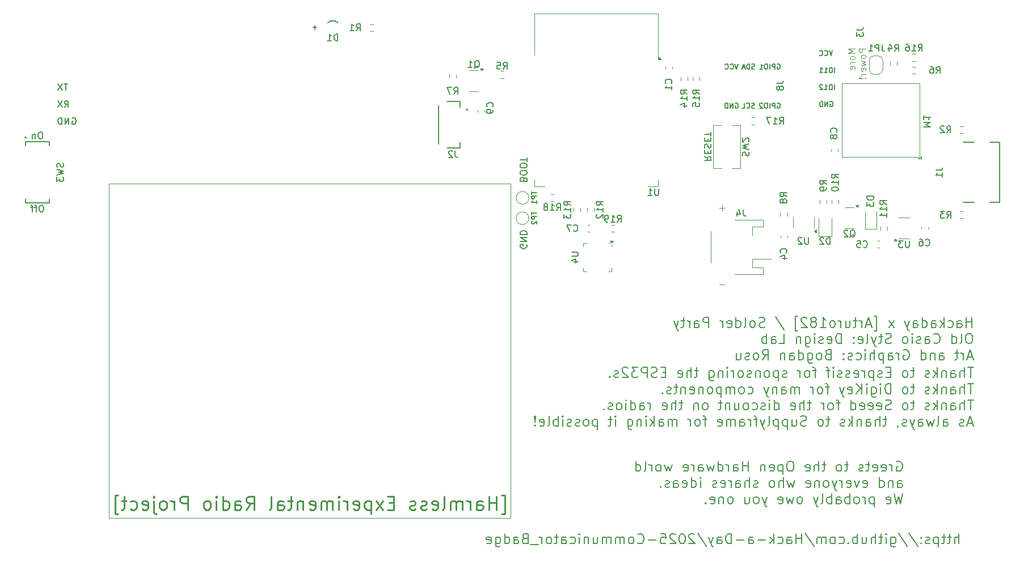
<source format=gbr>
%TF.GenerationSoftware,KiCad,Pcbnew,9.0.3*%
%TF.CreationDate,2025-10-17T08:06:55+02:00*%
%TF.ProjectId,communicator_pcb,636f6d6d-756e-4696-9361-746f725f7063,rev?*%
%TF.SameCoordinates,Original*%
%TF.FileFunction,Legend,Bot*%
%TF.FilePolarity,Positive*%
%FSLAX46Y46*%
G04 Gerber Fmt 4.6, Leading zero omitted, Abs format (unit mm)*
G04 Created by KiCad (PCBNEW 9.0.3) date 2025-10-17 08:06:55*
%MOMM*%
%LPD*%
G01*
G04 APERTURE LIST*
%ADD10C,0.150000*%
%ADD11C,0.250000*%
%ADD12C,0.187500*%
%ADD13C,0.100000*%
%ADD14C,0.120000*%
%ADD15C,0.127000*%
%ADD16C,0.200000*%
G04 APERTURE END LIST*
D10*
X84521731Y-70574819D02*
X83950303Y-70574819D01*
X84236017Y-71574819D02*
X84236017Y-70574819D01*
X83712207Y-70574819D02*
X83045541Y-71574819D01*
X83045541Y-70574819D02*
X83712207Y-71574819D01*
X198664512Y-65629164D02*
X198414512Y-66379164D01*
X198414512Y-66379164D02*
X198164512Y-65629164D01*
X197485941Y-66307735D02*
X197521655Y-66343450D01*
X197521655Y-66343450D02*
X197628798Y-66379164D01*
X197628798Y-66379164D02*
X197700226Y-66379164D01*
X197700226Y-66379164D02*
X197807369Y-66343450D01*
X197807369Y-66343450D02*
X197878798Y-66272021D01*
X197878798Y-66272021D02*
X197914512Y-66200592D01*
X197914512Y-66200592D02*
X197950226Y-66057735D01*
X197950226Y-66057735D02*
X197950226Y-65950592D01*
X197950226Y-65950592D02*
X197914512Y-65807735D01*
X197914512Y-65807735D02*
X197878798Y-65736307D01*
X197878798Y-65736307D02*
X197807369Y-65664878D01*
X197807369Y-65664878D02*
X197700226Y-65629164D01*
X197700226Y-65629164D02*
X197628798Y-65629164D01*
X197628798Y-65629164D02*
X197521655Y-65664878D01*
X197521655Y-65664878D02*
X197485941Y-65700592D01*
X196735941Y-66307735D02*
X196771655Y-66343450D01*
X196771655Y-66343450D02*
X196878798Y-66379164D01*
X196878798Y-66379164D02*
X196950226Y-66379164D01*
X196950226Y-66379164D02*
X197057369Y-66343450D01*
X197057369Y-66343450D02*
X197128798Y-66272021D01*
X197128798Y-66272021D02*
X197164512Y-66200592D01*
X197164512Y-66200592D02*
X197200226Y-66057735D01*
X197200226Y-66057735D02*
X197200226Y-65950592D01*
X197200226Y-65950592D02*
X197164512Y-65807735D01*
X197164512Y-65807735D02*
X197128798Y-65736307D01*
X197128798Y-65736307D02*
X197057369Y-65664878D01*
X197057369Y-65664878D02*
X196950226Y-65629164D01*
X196950226Y-65629164D02*
X196878798Y-65629164D01*
X196878798Y-65629164D02*
X196771655Y-65664878D01*
X196771655Y-65664878D02*
X196735941Y-65700592D01*
D11*
X149287907Y-134908904D02*
X149764098Y-134908904D01*
X149764098Y-134908904D02*
X149764098Y-132051761D01*
X149764098Y-132051761D02*
X149287907Y-132051761D01*
X148526003Y-134242238D02*
X148526003Y-132242238D01*
X148526003Y-133194619D02*
X147383146Y-133194619D01*
X147383146Y-134242238D02*
X147383146Y-132242238D01*
X145573622Y-134242238D02*
X145573622Y-133194619D01*
X145573622Y-133194619D02*
X145668860Y-133004142D01*
X145668860Y-133004142D02*
X145859336Y-132908904D01*
X145859336Y-132908904D02*
X146240289Y-132908904D01*
X146240289Y-132908904D02*
X146430765Y-133004142D01*
X145573622Y-134147000D02*
X145764098Y-134242238D01*
X145764098Y-134242238D02*
X146240289Y-134242238D01*
X146240289Y-134242238D02*
X146430765Y-134147000D01*
X146430765Y-134147000D02*
X146526003Y-133956523D01*
X146526003Y-133956523D02*
X146526003Y-133766047D01*
X146526003Y-133766047D02*
X146430765Y-133575571D01*
X146430765Y-133575571D02*
X146240289Y-133480333D01*
X146240289Y-133480333D02*
X145764098Y-133480333D01*
X145764098Y-133480333D02*
X145573622Y-133385095D01*
X144621241Y-134242238D02*
X144621241Y-132908904D01*
X144621241Y-133289857D02*
X144526003Y-133099380D01*
X144526003Y-133099380D02*
X144430765Y-133004142D01*
X144430765Y-133004142D02*
X144240289Y-132908904D01*
X144240289Y-132908904D02*
X144049812Y-132908904D01*
X143383146Y-134242238D02*
X143383146Y-132908904D01*
X143383146Y-133099380D02*
X143287908Y-133004142D01*
X143287908Y-133004142D02*
X143097432Y-132908904D01*
X143097432Y-132908904D02*
X142811717Y-132908904D01*
X142811717Y-132908904D02*
X142621241Y-133004142D01*
X142621241Y-133004142D02*
X142526003Y-133194619D01*
X142526003Y-133194619D02*
X142526003Y-134242238D01*
X142526003Y-133194619D02*
X142430765Y-133004142D01*
X142430765Y-133004142D02*
X142240289Y-132908904D01*
X142240289Y-132908904D02*
X141954575Y-132908904D01*
X141954575Y-132908904D02*
X141764098Y-133004142D01*
X141764098Y-133004142D02*
X141668860Y-133194619D01*
X141668860Y-133194619D02*
X141668860Y-134242238D01*
X140430765Y-134242238D02*
X140621241Y-134147000D01*
X140621241Y-134147000D02*
X140716479Y-133956523D01*
X140716479Y-133956523D02*
X140716479Y-132242238D01*
X138906955Y-134147000D02*
X139097431Y-134242238D01*
X139097431Y-134242238D02*
X139478384Y-134242238D01*
X139478384Y-134242238D02*
X139668860Y-134147000D01*
X139668860Y-134147000D02*
X139764098Y-133956523D01*
X139764098Y-133956523D02*
X139764098Y-133194619D01*
X139764098Y-133194619D02*
X139668860Y-133004142D01*
X139668860Y-133004142D02*
X139478384Y-132908904D01*
X139478384Y-132908904D02*
X139097431Y-132908904D01*
X139097431Y-132908904D02*
X138906955Y-133004142D01*
X138906955Y-133004142D02*
X138811717Y-133194619D01*
X138811717Y-133194619D02*
X138811717Y-133385095D01*
X138811717Y-133385095D02*
X139764098Y-133575571D01*
X138049812Y-134147000D02*
X137859336Y-134242238D01*
X137859336Y-134242238D02*
X137478384Y-134242238D01*
X137478384Y-134242238D02*
X137287907Y-134147000D01*
X137287907Y-134147000D02*
X137192669Y-133956523D01*
X137192669Y-133956523D02*
X137192669Y-133861285D01*
X137192669Y-133861285D02*
X137287907Y-133670809D01*
X137287907Y-133670809D02*
X137478384Y-133575571D01*
X137478384Y-133575571D02*
X137764098Y-133575571D01*
X137764098Y-133575571D02*
X137954574Y-133480333D01*
X137954574Y-133480333D02*
X138049812Y-133289857D01*
X138049812Y-133289857D02*
X138049812Y-133194619D01*
X138049812Y-133194619D02*
X137954574Y-133004142D01*
X137954574Y-133004142D02*
X137764098Y-132908904D01*
X137764098Y-132908904D02*
X137478384Y-132908904D01*
X137478384Y-132908904D02*
X137287907Y-133004142D01*
X136430764Y-134147000D02*
X136240288Y-134242238D01*
X136240288Y-134242238D02*
X135859336Y-134242238D01*
X135859336Y-134242238D02*
X135668859Y-134147000D01*
X135668859Y-134147000D02*
X135573621Y-133956523D01*
X135573621Y-133956523D02*
X135573621Y-133861285D01*
X135573621Y-133861285D02*
X135668859Y-133670809D01*
X135668859Y-133670809D02*
X135859336Y-133575571D01*
X135859336Y-133575571D02*
X136145050Y-133575571D01*
X136145050Y-133575571D02*
X136335526Y-133480333D01*
X136335526Y-133480333D02*
X136430764Y-133289857D01*
X136430764Y-133289857D02*
X136430764Y-133194619D01*
X136430764Y-133194619D02*
X136335526Y-133004142D01*
X136335526Y-133004142D02*
X136145050Y-132908904D01*
X136145050Y-132908904D02*
X135859336Y-132908904D01*
X135859336Y-132908904D02*
X135668859Y-133004142D01*
X133192668Y-133194619D02*
X132526001Y-133194619D01*
X132240287Y-134242238D02*
X133192668Y-134242238D01*
X133192668Y-134242238D02*
X133192668Y-132242238D01*
X133192668Y-132242238D02*
X132240287Y-132242238D01*
X131573620Y-134242238D02*
X130526001Y-132908904D01*
X131573620Y-132908904D02*
X130526001Y-134242238D01*
X129764096Y-132908904D02*
X129764096Y-134908904D01*
X129764096Y-133004142D02*
X129573620Y-132908904D01*
X129573620Y-132908904D02*
X129192667Y-132908904D01*
X129192667Y-132908904D02*
X129002191Y-133004142D01*
X129002191Y-133004142D02*
X128906953Y-133099380D01*
X128906953Y-133099380D02*
X128811715Y-133289857D01*
X128811715Y-133289857D02*
X128811715Y-133861285D01*
X128811715Y-133861285D02*
X128906953Y-134051761D01*
X128906953Y-134051761D02*
X129002191Y-134147000D01*
X129002191Y-134147000D02*
X129192667Y-134242238D01*
X129192667Y-134242238D02*
X129573620Y-134242238D01*
X129573620Y-134242238D02*
X129764096Y-134147000D01*
X127192667Y-134147000D02*
X127383143Y-134242238D01*
X127383143Y-134242238D02*
X127764096Y-134242238D01*
X127764096Y-134242238D02*
X127954572Y-134147000D01*
X127954572Y-134147000D02*
X128049810Y-133956523D01*
X128049810Y-133956523D02*
X128049810Y-133194619D01*
X128049810Y-133194619D02*
X127954572Y-133004142D01*
X127954572Y-133004142D02*
X127764096Y-132908904D01*
X127764096Y-132908904D02*
X127383143Y-132908904D01*
X127383143Y-132908904D02*
X127192667Y-133004142D01*
X127192667Y-133004142D02*
X127097429Y-133194619D01*
X127097429Y-133194619D02*
X127097429Y-133385095D01*
X127097429Y-133385095D02*
X128049810Y-133575571D01*
X126240286Y-134242238D02*
X126240286Y-132908904D01*
X126240286Y-133289857D02*
X126145048Y-133099380D01*
X126145048Y-133099380D02*
X126049810Y-133004142D01*
X126049810Y-133004142D02*
X125859334Y-132908904D01*
X125859334Y-132908904D02*
X125668857Y-132908904D01*
X125002191Y-134242238D02*
X125002191Y-132908904D01*
X125002191Y-132242238D02*
X125097429Y-132337476D01*
X125097429Y-132337476D02*
X125002191Y-132432714D01*
X125002191Y-132432714D02*
X124906953Y-132337476D01*
X124906953Y-132337476D02*
X125002191Y-132242238D01*
X125002191Y-132242238D02*
X125002191Y-132432714D01*
X124049810Y-134242238D02*
X124049810Y-132908904D01*
X124049810Y-133099380D02*
X123954572Y-133004142D01*
X123954572Y-133004142D02*
X123764096Y-132908904D01*
X123764096Y-132908904D02*
X123478381Y-132908904D01*
X123478381Y-132908904D02*
X123287905Y-133004142D01*
X123287905Y-133004142D02*
X123192667Y-133194619D01*
X123192667Y-133194619D02*
X123192667Y-134242238D01*
X123192667Y-133194619D02*
X123097429Y-133004142D01*
X123097429Y-133004142D02*
X122906953Y-132908904D01*
X122906953Y-132908904D02*
X122621239Y-132908904D01*
X122621239Y-132908904D02*
X122430762Y-133004142D01*
X122430762Y-133004142D02*
X122335524Y-133194619D01*
X122335524Y-133194619D02*
X122335524Y-134242238D01*
X120621238Y-134147000D02*
X120811714Y-134242238D01*
X120811714Y-134242238D02*
X121192667Y-134242238D01*
X121192667Y-134242238D02*
X121383143Y-134147000D01*
X121383143Y-134147000D02*
X121478381Y-133956523D01*
X121478381Y-133956523D02*
X121478381Y-133194619D01*
X121478381Y-133194619D02*
X121383143Y-133004142D01*
X121383143Y-133004142D02*
X121192667Y-132908904D01*
X121192667Y-132908904D02*
X120811714Y-132908904D01*
X120811714Y-132908904D02*
X120621238Y-133004142D01*
X120621238Y-133004142D02*
X120526000Y-133194619D01*
X120526000Y-133194619D02*
X120526000Y-133385095D01*
X120526000Y-133385095D02*
X121478381Y-133575571D01*
X119668857Y-132908904D02*
X119668857Y-134242238D01*
X119668857Y-133099380D02*
X119573619Y-133004142D01*
X119573619Y-133004142D02*
X119383143Y-132908904D01*
X119383143Y-132908904D02*
X119097428Y-132908904D01*
X119097428Y-132908904D02*
X118906952Y-133004142D01*
X118906952Y-133004142D02*
X118811714Y-133194619D01*
X118811714Y-133194619D02*
X118811714Y-134242238D01*
X118145047Y-132908904D02*
X117383143Y-132908904D01*
X117859333Y-132242238D02*
X117859333Y-133956523D01*
X117859333Y-133956523D02*
X117764095Y-134147000D01*
X117764095Y-134147000D02*
X117573619Y-134242238D01*
X117573619Y-134242238D02*
X117383143Y-134242238D01*
X115859333Y-134242238D02*
X115859333Y-133194619D01*
X115859333Y-133194619D02*
X115954571Y-133004142D01*
X115954571Y-133004142D02*
X116145047Y-132908904D01*
X116145047Y-132908904D02*
X116526000Y-132908904D01*
X116526000Y-132908904D02*
X116716476Y-133004142D01*
X115859333Y-134147000D02*
X116049809Y-134242238D01*
X116049809Y-134242238D02*
X116526000Y-134242238D01*
X116526000Y-134242238D02*
X116716476Y-134147000D01*
X116716476Y-134147000D02*
X116811714Y-133956523D01*
X116811714Y-133956523D02*
X116811714Y-133766047D01*
X116811714Y-133766047D02*
X116716476Y-133575571D01*
X116716476Y-133575571D02*
X116526000Y-133480333D01*
X116526000Y-133480333D02*
X116049809Y-133480333D01*
X116049809Y-133480333D02*
X115859333Y-133385095D01*
X114621238Y-134242238D02*
X114811714Y-134147000D01*
X114811714Y-134147000D02*
X114906952Y-133956523D01*
X114906952Y-133956523D02*
X114906952Y-132242238D01*
X111192666Y-134242238D02*
X111859333Y-133289857D01*
X112335523Y-134242238D02*
X112335523Y-132242238D01*
X112335523Y-132242238D02*
X111573618Y-132242238D01*
X111573618Y-132242238D02*
X111383142Y-132337476D01*
X111383142Y-132337476D02*
X111287904Y-132432714D01*
X111287904Y-132432714D02*
X111192666Y-132623190D01*
X111192666Y-132623190D02*
X111192666Y-132908904D01*
X111192666Y-132908904D02*
X111287904Y-133099380D01*
X111287904Y-133099380D02*
X111383142Y-133194619D01*
X111383142Y-133194619D02*
X111573618Y-133289857D01*
X111573618Y-133289857D02*
X112335523Y-133289857D01*
X109478380Y-134242238D02*
X109478380Y-133194619D01*
X109478380Y-133194619D02*
X109573618Y-133004142D01*
X109573618Y-133004142D02*
X109764094Y-132908904D01*
X109764094Y-132908904D02*
X110145047Y-132908904D01*
X110145047Y-132908904D02*
X110335523Y-133004142D01*
X109478380Y-134147000D02*
X109668856Y-134242238D01*
X109668856Y-134242238D02*
X110145047Y-134242238D01*
X110145047Y-134242238D02*
X110335523Y-134147000D01*
X110335523Y-134147000D02*
X110430761Y-133956523D01*
X110430761Y-133956523D02*
X110430761Y-133766047D01*
X110430761Y-133766047D02*
X110335523Y-133575571D01*
X110335523Y-133575571D02*
X110145047Y-133480333D01*
X110145047Y-133480333D02*
X109668856Y-133480333D01*
X109668856Y-133480333D02*
X109478380Y-133385095D01*
X107668856Y-134242238D02*
X107668856Y-132242238D01*
X107668856Y-134147000D02*
X107859332Y-134242238D01*
X107859332Y-134242238D02*
X108240285Y-134242238D01*
X108240285Y-134242238D02*
X108430761Y-134147000D01*
X108430761Y-134147000D02*
X108525999Y-134051761D01*
X108525999Y-134051761D02*
X108621237Y-133861285D01*
X108621237Y-133861285D02*
X108621237Y-133289857D01*
X108621237Y-133289857D02*
X108525999Y-133099380D01*
X108525999Y-133099380D02*
X108430761Y-133004142D01*
X108430761Y-133004142D02*
X108240285Y-132908904D01*
X108240285Y-132908904D02*
X107859332Y-132908904D01*
X107859332Y-132908904D02*
X107668856Y-133004142D01*
X106716475Y-134242238D02*
X106716475Y-132908904D01*
X106716475Y-132242238D02*
X106811713Y-132337476D01*
X106811713Y-132337476D02*
X106716475Y-132432714D01*
X106716475Y-132432714D02*
X106621237Y-132337476D01*
X106621237Y-132337476D02*
X106716475Y-132242238D01*
X106716475Y-132242238D02*
X106716475Y-132432714D01*
X105478380Y-134242238D02*
X105668856Y-134147000D01*
X105668856Y-134147000D02*
X105764094Y-134051761D01*
X105764094Y-134051761D02*
X105859332Y-133861285D01*
X105859332Y-133861285D02*
X105859332Y-133289857D01*
X105859332Y-133289857D02*
X105764094Y-133099380D01*
X105764094Y-133099380D02*
X105668856Y-133004142D01*
X105668856Y-133004142D02*
X105478380Y-132908904D01*
X105478380Y-132908904D02*
X105192665Y-132908904D01*
X105192665Y-132908904D02*
X105002189Y-133004142D01*
X105002189Y-133004142D02*
X104906951Y-133099380D01*
X104906951Y-133099380D02*
X104811713Y-133289857D01*
X104811713Y-133289857D02*
X104811713Y-133861285D01*
X104811713Y-133861285D02*
X104906951Y-134051761D01*
X104906951Y-134051761D02*
X105002189Y-134147000D01*
X105002189Y-134147000D02*
X105192665Y-134242238D01*
X105192665Y-134242238D02*
X105478380Y-134242238D01*
X102430760Y-134242238D02*
X102430760Y-132242238D01*
X102430760Y-132242238D02*
X101668855Y-132242238D01*
X101668855Y-132242238D02*
X101478379Y-132337476D01*
X101478379Y-132337476D02*
X101383141Y-132432714D01*
X101383141Y-132432714D02*
X101287903Y-132623190D01*
X101287903Y-132623190D02*
X101287903Y-132908904D01*
X101287903Y-132908904D02*
X101383141Y-133099380D01*
X101383141Y-133099380D02*
X101478379Y-133194619D01*
X101478379Y-133194619D02*
X101668855Y-133289857D01*
X101668855Y-133289857D02*
X102430760Y-133289857D01*
X100430760Y-134242238D02*
X100430760Y-132908904D01*
X100430760Y-133289857D02*
X100335522Y-133099380D01*
X100335522Y-133099380D02*
X100240284Y-133004142D01*
X100240284Y-133004142D02*
X100049808Y-132908904D01*
X100049808Y-132908904D02*
X99859331Y-132908904D01*
X98906951Y-134242238D02*
X99097427Y-134147000D01*
X99097427Y-134147000D02*
X99192665Y-134051761D01*
X99192665Y-134051761D02*
X99287903Y-133861285D01*
X99287903Y-133861285D02*
X99287903Y-133289857D01*
X99287903Y-133289857D02*
X99192665Y-133099380D01*
X99192665Y-133099380D02*
X99097427Y-133004142D01*
X99097427Y-133004142D02*
X98906951Y-132908904D01*
X98906951Y-132908904D02*
X98621236Y-132908904D01*
X98621236Y-132908904D02*
X98430760Y-133004142D01*
X98430760Y-133004142D02*
X98335522Y-133099380D01*
X98335522Y-133099380D02*
X98240284Y-133289857D01*
X98240284Y-133289857D02*
X98240284Y-133861285D01*
X98240284Y-133861285D02*
X98335522Y-134051761D01*
X98335522Y-134051761D02*
X98430760Y-134147000D01*
X98430760Y-134147000D02*
X98621236Y-134242238D01*
X98621236Y-134242238D02*
X98906951Y-134242238D01*
X97383141Y-132908904D02*
X97383141Y-134623190D01*
X97383141Y-134623190D02*
X97478379Y-134813666D01*
X97478379Y-134813666D02*
X97668855Y-134908904D01*
X97668855Y-134908904D02*
X97764093Y-134908904D01*
X97383141Y-132242238D02*
X97478379Y-132337476D01*
X97478379Y-132337476D02*
X97383141Y-132432714D01*
X97383141Y-132432714D02*
X97287903Y-132337476D01*
X97287903Y-132337476D02*
X97383141Y-132242238D01*
X97383141Y-132242238D02*
X97383141Y-132432714D01*
X95668855Y-134147000D02*
X95859331Y-134242238D01*
X95859331Y-134242238D02*
X96240284Y-134242238D01*
X96240284Y-134242238D02*
X96430760Y-134147000D01*
X96430760Y-134147000D02*
X96525998Y-133956523D01*
X96525998Y-133956523D02*
X96525998Y-133194619D01*
X96525998Y-133194619D02*
X96430760Y-133004142D01*
X96430760Y-133004142D02*
X96240284Y-132908904D01*
X96240284Y-132908904D02*
X95859331Y-132908904D01*
X95859331Y-132908904D02*
X95668855Y-133004142D01*
X95668855Y-133004142D02*
X95573617Y-133194619D01*
X95573617Y-133194619D02*
X95573617Y-133385095D01*
X95573617Y-133385095D02*
X96525998Y-133575571D01*
X93859331Y-134147000D02*
X94049807Y-134242238D01*
X94049807Y-134242238D02*
X94430760Y-134242238D01*
X94430760Y-134242238D02*
X94621236Y-134147000D01*
X94621236Y-134147000D02*
X94716474Y-134051761D01*
X94716474Y-134051761D02*
X94811712Y-133861285D01*
X94811712Y-133861285D02*
X94811712Y-133289857D01*
X94811712Y-133289857D02*
X94716474Y-133099380D01*
X94716474Y-133099380D02*
X94621236Y-133004142D01*
X94621236Y-133004142D02*
X94430760Y-132908904D01*
X94430760Y-132908904D02*
X94049807Y-132908904D01*
X94049807Y-132908904D02*
X93859331Y-133004142D01*
X93287902Y-132908904D02*
X92525998Y-132908904D01*
X93002188Y-132242238D02*
X93002188Y-133956523D01*
X93002188Y-133956523D02*
X92906950Y-134147000D01*
X92906950Y-134147000D02*
X92716474Y-134242238D01*
X92716474Y-134242238D02*
X92525998Y-134242238D01*
X92049807Y-134908904D02*
X91573617Y-134908904D01*
X91573617Y-134908904D02*
X91573617Y-132051761D01*
X91573617Y-132051761D02*
X92049807Y-132051761D01*
D10*
X198307369Y-73284878D02*
X198378798Y-73249164D01*
X198378798Y-73249164D02*
X198485940Y-73249164D01*
X198485940Y-73249164D02*
X198593083Y-73284878D01*
X198593083Y-73284878D02*
X198664512Y-73356307D01*
X198664512Y-73356307D02*
X198700226Y-73427735D01*
X198700226Y-73427735D02*
X198735940Y-73570592D01*
X198735940Y-73570592D02*
X198735940Y-73677735D01*
X198735940Y-73677735D02*
X198700226Y-73820592D01*
X198700226Y-73820592D02*
X198664512Y-73892021D01*
X198664512Y-73892021D02*
X198593083Y-73963450D01*
X198593083Y-73963450D02*
X198485940Y-73999164D01*
X198485940Y-73999164D02*
X198414512Y-73999164D01*
X198414512Y-73999164D02*
X198307369Y-73963450D01*
X198307369Y-73963450D02*
X198271655Y-73927735D01*
X198271655Y-73927735D02*
X198271655Y-73677735D01*
X198271655Y-73677735D02*
X198414512Y-73677735D01*
X197950226Y-73999164D02*
X197950226Y-73249164D01*
X197950226Y-73249164D02*
X197521655Y-73999164D01*
X197521655Y-73999164D02*
X197521655Y-73249164D01*
X197164512Y-73999164D02*
X197164512Y-73249164D01*
X197164512Y-73249164D02*
X196985941Y-73249164D01*
X196985941Y-73249164D02*
X196878798Y-73284878D01*
X196878798Y-73284878D02*
X196807369Y-73356307D01*
X196807369Y-73356307D02*
X196771655Y-73427735D01*
X196771655Y-73427735D02*
X196735941Y-73570592D01*
X196735941Y-73570592D02*
X196735941Y-73677735D01*
X196735941Y-73677735D02*
X196771655Y-73820592D01*
X196771655Y-73820592D02*
X196807369Y-73892021D01*
X196807369Y-73892021D02*
X196878798Y-73963450D01*
X196878798Y-73963450D02*
X196985941Y-73999164D01*
X196985941Y-73999164D02*
X197164512Y-73999164D01*
X152568990Y-84829887D02*
X152521371Y-84687030D01*
X152521371Y-84687030D02*
X152473752Y-84639411D01*
X152473752Y-84639411D02*
X152378514Y-84591792D01*
X152378514Y-84591792D02*
X152235657Y-84591792D01*
X152235657Y-84591792D02*
X152140419Y-84639411D01*
X152140419Y-84639411D02*
X152092800Y-84687030D01*
X152092800Y-84687030D02*
X152045180Y-84782268D01*
X152045180Y-84782268D02*
X152045180Y-85163220D01*
X152045180Y-85163220D02*
X153045180Y-85163220D01*
X153045180Y-85163220D02*
X153045180Y-84829887D01*
X153045180Y-84829887D02*
X152997561Y-84734649D01*
X152997561Y-84734649D02*
X152949942Y-84687030D01*
X152949942Y-84687030D02*
X152854704Y-84639411D01*
X152854704Y-84639411D02*
X152759466Y-84639411D01*
X152759466Y-84639411D02*
X152664228Y-84687030D01*
X152664228Y-84687030D02*
X152616609Y-84734649D01*
X152616609Y-84734649D02*
X152568990Y-84829887D01*
X152568990Y-84829887D02*
X152568990Y-85163220D01*
X153045180Y-83972744D02*
X153045180Y-83782268D01*
X153045180Y-83782268D02*
X152997561Y-83687030D01*
X152997561Y-83687030D02*
X152902323Y-83591792D01*
X152902323Y-83591792D02*
X152711847Y-83544173D01*
X152711847Y-83544173D02*
X152378514Y-83544173D01*
X152378514Y-83544173D02*
X152188038Y-83591792D01*
X152188038Y-83591792D02*
X152092800Y-83687030D01*
X152092800Y-83687030D02*
X152045180Y-83782268D01*
X152045180Y-83782268D02*
X152045180Y-83972744D01*
X152045180Y-83972744D02*
X152092800Y-84067982D01*
X152092800Y-84067982D02*
X152188038Y-84163220D01*
X152188038Y-84163220D02*
X152378514Y-84210839D01*
X152378514Y-84210839D02*
X152711847Y-84210839D01*
X152711847Y-84210839D02*
X152902323Y-84163220D01*
X152902323Y-84163220D02*
X152997561Y-84067982D01*
X152997561Y-84067982D02*
X153045180Y-83972744D01*
X153045180Y-82925125D02*
X153045180Y-82734649D01*
X153045180Y-82734649D02*
X152997561Y-82639411D01*
X152997561Y-82639411D02*
X152902323Y-82544173D01*
X152902323Y-82544173D02*
X152711847Y-82496554D01*
X152711847Y-82496554D02*
X152378514Y-82496554D01*
X152378514Y-82496554D02*
X152188038Y-82544173D01*
X152188038Y-82544173D02*
X152092800Y-82639411D01*
X152092800Y-82639411D02*
X152045180Y-82734649D01*
X152045180Y-82734649D02*
X152045180Y-82925125D01*
X152045180Y-82925125D02*
X152092800Y-83020363D01*
X152092800Y-83020363D02*
X152188038Y-83115601D01*
X152188038Y-83115601D02*
X152378514Y-83163220D01*
X152378514Y-83163220D02*
X152711847Y-83163220D01*
X152711847Y-83163220D02*
X152902323Y-83115601D01*
X152902323Y-83115601D02*
X152997561Y-83020363D01*
X152997561Y-83020363D02*
X153045180Y-82925125D01*
X153045180Y-82210839D02*
X153045180Y-81639411D01*
X152045180Y-81925125D02*
X153045180Y-81925125D01*
X84045541Y-74114819D02*
X84378874Y-73638628D01*
X84616969Y-74114819D02*
X84616969Y-73114819D01*
X84616969Y-73114819D02*
X84236017Y-73114819D01*
X84236017Y-73114819D02*
X84140779Y-73162438D01*
X84140779Y-73162438D02*
X84093160Y-73210057D01*
X84093160Y-73210057D02*
X84045541Y-73305295D01*
X84045541Y-73305295D02*
X84045541Y-73448152D01*
X84045541Y-73448152D02*
X84093160Y-73543390D01*
X84093160Y-73543390D02*
X84140779Y-73591009D01*
X84140779Y-73591009D02*
X84236017Y-73638628D01*
X84236017Y-73638628D02*
X84616969Y-73638628D01*
X83712207Y-73114819D02*
X83045541Y-74114819D01*
X83045541Y-73114819D02*
X83712207Y-74114819D01*
X198985941Y-68919164D02*
X198985941Y-68169164D01*
X198485941Y-68169164D02*
X198343084Y-68169164D01*
X198343084Y-68169164D02*
X198271655Y-68204878D01*
X198271655Y-68204878D02*
X198200227Y-68276307D01*
X198200227Y-68276307D02*
X198164512Y-68419164D01*
X198164512Y-68419164D02*
X198164512Y-68669164D01*
X198164512Y-68669164D02*
X198200227Y-68812021D01*
X198200227Y-68812021D02*
X198271655Y-68883450D01*
X198271655Y-68883450D02*
X198343084Y-68919164D01*
X198343084Y-68919164D02*
X198485941Y-68919164D01*
X198485941Y-68919164D02*
X198557370Y-68883450D01*
X198557370Y-68883450D02*
X198628798Y-68812021D01*
X198628798Y-68812021D02*
X198664512Y-68669164D01*
X198664512Y-68669164D02*
X198664512Y-68419164D01*
X198664512Y-68419164D02*
X198628798Y-68276307D01*
X198628798Y-68276307D02*
X198557370Y-68204878D01*
X198557370Y-68204878D02*
X198485941Y-68169164D01*
X197450227Y-68919164D02*
X197878798Y-68919164D01*
X197664513Y-68919164D02*
X197664513Y-68169164D01*
X197664513Y-68169164D02*
X197735941Y-68276307D01*
X197735941Y-68276307D02*
X197807370Y-68347735D01*
X197807370Y-68347735D02*
X197878798Y-68383450D01*
X196735941Y-68919164D02*
X197164512Y-68919164D01*
X196950227Y-68919164D02*
X196950227Y-68169164D01*
X196950227Y-68169164D02*
X197021655Y-68276307D01*
X197021655Y-68276307D02*
X197093084Y-68347735D01*
X197093084Y-68347735D02*
X197164512Y-68383450D01*
X198985941Y-71459164D02*
X198985941Y-70709164D01*
X198485941Y-70709164D02*
X198343084Y-70709164D01*
X198343084Y-70709164D02*
X198271655Y-70744878D01*
X198271655Y-70744878D02*
X198200227Y-70816307D01*
X198200227Y-70816307D02*
X198164512Y-70959164D01*
X198164512Y-70959164D02*
X198164512Y-71209164D01*
X198164512Y-71209164D02*
X198200227Y-71352021D01*
X198200227Y-71352021D02*
X198271655Y-71423450D01*
X198271655Y-71423450D02*
X198343084Y-71459164D01*
X198343084Y-71459164D02*
X198485941Y-71459164D01*
X198485941Y-71459164D02*
X198557370Y-71423450D01*
X198557370Y-71423450D02*
X198628798Y-71352021D01*
X198628798Y-71352021D02*
X198664512Y-71209164D01*
X198664512Y-71209164D02*
X198664512Y-70959164D01*
X198664512Y-70959164D02*
X198628798Y-70816307D01*
X198628798Y-70816307D02*
X198557370Y-70744878D01*
X198557370Y-70744878D02*
X198485941Y-70709164D01*
X197450227Y-71459164D02*
X197878798Y-71459164D01*
X197664513Y-71459164D02*
X197664513Y-70709164D01*
X197664513Y-70709164D02*
X197735941Y-70816307D01*
X197735941Y-70816307D02*
X197807370Y-70887735D01*
X197807370Y-70887735D02*
X197878798Y-70923450D01*
X197164512Y-70780592D02*
X197128798Y-70744878D01*
X197128798Y-70744878D02*
X197057370Y-70709164D01*
X197057370Y-70709164D02*
X196878798Y-70709164D01*
X196878798Y-70709164D02*
X196807370Y-70744878D01*
X196807370Y-70744878D02*
X196771655Y-70780592D01*
X196771655Y-70780592D02*
X196735941Y-70852021D01*
X196735941Y-70852021D02*
X196735941Y-70923450D01*
X196735941Y-70923450D02*
X196771655Y-71030592D01*
X196771655Y-71030592D02*
X197200227Y-71459164D01*
X197200227Y-71459164D02*
X196735941Y-71459164D01*
D12*
X219483502Y-106990846D02*
X219483502Y-105490846D01*
X219483502Y-106205132D02*
X218626359Y-106205132D01*
X218626359Y-106990846D02*
X218626359Y-105490846D01*
X217269216Y-106990846D02*
X217269216Y-106205132D01*
X217269216Y-106205132D02*
X217340644Y-106062275D01*
X217340644Y-106062275D02*
X217483501Y-105990846D01*
X217483501Y-105990846D02*
X217769216Y-105990846D01*
X217769216Y-105990846D02*
X217912073Y-106062275D01*
X217269216Y-106919418D02*
X217412073Y-106990846D01*
X217412073Y-106990846D02*
X217769216Y-106990846D01*
X217769216Y-106990846D02*
X217912073Y-106919418D01*
X217912073Y-106919418D02*
X217983501Y-106776560D01*
X217983501Y-106776560D02*
X217983501Y-106633703D01*
X217983501Y-106633703D02*
X217912073Y-106490846D01*
X217912073Y-106490846D02*
X217769216Y-106419418D01*
X217769216Y-106419418D02*
X217412073Y-106419418D01*
X217412073Y-106419418D02*
X217269216Y-106347989D01*
X215912073Y-106919418D02*
X216054930Y-106990846D01*
X216054930Y-106990846D02*
X216340644Y-106990846D01*
X216340644Y-106990846D02*
X216483501Y-106919418D01*
X216483501Y-106919418D02*
X216554930Y-106847989D01*
X216554930Y-106847989D02*
X216626358Y-106705132D01*
X216626358Y-106705132D02*
X216626358Y-106276560D01*
X216626358Y-106276560D02*
X216554930Y-106133703D01*
X216554930Y-106133703D02*
X216483501Y-106062275D01*
X216483501Y-106062275D02*
X216340644Y-105990846D01*
X216340644Y-105990846D02*
X216054930Y-105990846D01*
X216054930Y-105990846D02*
X215912073Y-106062275D01*
X215269216Y-106990846D02*
X215269216Y-105490846D01*
X215126359Y-106419418D02*
X214697787Y-106990846D01*
X214697787Y-105990846D02*
X215269216Y-106562275D01*
X213412073Y-106990846D02*
X213412073Y-106205132D01*
X213412073Y-106205132D02*
X213483501Y-106062275D01*
X213483501Y-106062275D02*
X213626358Y-105990846D01*
X213626358Y-105990846D02*
X213912073Y-105990846D01*
X213912073Y-105990846D02*
X214054930Y-106062275D01*
X213412073Y-106919418D02*
X213554930Y-106990846D01*
X213554930Y-106990846D02*
X213912073Y-106990846D01*
X213912073Y-106990846D02*
X214054930Y-106919418D01*
X214054930Y-106919418D02*
X214126358Y-106776560D01*
X214126358Y-106776560D02*
X214126358Y-106633703D01*
X214126358Y-106633703D02*
X214054930Y-106490846D01*
X214054930Y-106490846D02*
X213912073Y-106419418D01*
X213912073Y-106419418D02*
X213554930Y-106419418D01*
X213554930Y-106419418D02*
X213412073Y-106347989D01*
X212054930Y-106990846D02*
X212054930Y-105490846D01*
X212054930Y-106919418D02*
X212197787Y-106990846D01*
X212197787Y-106990846D02*
X212483501Y-106990846D01*
X212483501Y-106990846D02*
X212626358Y-106919418D01*
X212626358Y-106919418D02*
X212697787Y-106847989D01*
X212697787Y-106847989D02*
X212769215Y-106705132D01*
X212769215Y-106705132D02*
X212769215Y-106276560D01*
X212769215Y-106276560D02*
X212697787Y-106133703D01*
X212697787Y-106133703D02*
X212626358Y-106062275D01*
X212626358Y-106062275D02*
X212483501Y-105990846D01*
X212483501Y-105990846D02*
X212197787Y-105990846D01*
X212197787Y-105990846D02*
X212054930Y-106062275D01*
X210697787Y-106990846D02*
X210697787Y-106205132D01*
X210697787Y-106205132D02*
X210769215Y-106062275D01*
X210769215Y-106062275D02*
X210912072Y-105990846D01*
X210912072Y-105990846D02*
X211197787Y-105990846D01*
X211197787Y-105990846D02*
X211340644Y-106062275D01*
X210697787Y-106919418D02*
X210840644Y-106990846D01*
X210840644Y-106990846D02*
X211197787Y-106990846D01*
X211197787Y-106990846D02*
X211340644Y-106919418D01*
X211340644Y-106919418D02*
X211412072Y-106776560D01*
X211412072Y-106776560D02*
X211412072Y-106633703D01*
X211412072Y-106633703D02*
X211340644Y-106490846D01*
X211340644Y-106490846D02*
X211197787Y-106419418D01*
X211197787Y-106419418D02*
X210840644Y-106419418D01*
X210840644Y-106419418D02*
X210697787Y-106347989D01*
X210126358Y-105990846D02*
X209769215Y-106990846D01*
X209412072Y-105990846D02*
X209769215Y-106990846D01*
X209769215Y-106990846D02*
X209912072Y-107347989D01*
X209912072Y-107347989D02*
X209983501Y-107419418D01*
X209983501Y-107419418D02*
X210126358Y-107490846D01*
X207840644Y-106990846D02*
X207054930Y-105990846D01*
X207840644Y-105990846D02*
X207054930Y-106990846D01*
X204912072Y-107490846D02*
X205269215Y-107490846D01*
X205269215Y-107490846D02*
X205269215Y-105347989D01*
X205269215Y-105347989D02*
X204912072Y-105347989D01*
X204412072Y-106562275D02*
X203697787Y-106562275D01*
X204554929Y-106990846D02*
X204054929Y-105490846D01*
X204054929Y-105490846D02*
X203554929Y-106990846D01*
X203054930Y-106990846D02*
X203054930Y-105990846D01*
X203054930Y-106276560D02*
X202983501Y-106133703D01*
X202983501Y-106133703D02*
X202912073Y-106062275D01*
X202912073Y-106062275D02*
X202769215Y-105990846D01*
X202769215Y-105990846D02*
X202626358Y-105990846D01*
X202340644Y-105990846D02*
X201769216Y-105990846D01*
X202126359Y-105490846D02*
X202126359Y-106776560D01*
X202126359Y-106776560D02*
X202054930Y-106919418D01*
X202054930Y-106919418D02*
X201912073Y-106990846D01*
X201912073Y-106990846D02*
X201769216Y-106990846D01*
X200626359Y-105990846D02*
X200626359Y-106990846D01*
X201269216Y-105990846D02*
X201269216Y-106776560D01*
X201269216Y-106776560D02*
X201197787Y-106919418D01*
X201197787Y-106919418D02*
X201054930Y-106990846D01*
X201054930Y-106990846D02*
X200840644Y-106990846D01*
X200840644Y-106990846D02*
X200697787Y-106919418D01*
X200697787Y-106919418D02*
X200626359Y-106847989D01*
X199912073Y-106990846D02*
X199912073Y-105990846D01*
X199912073Y-106276560D02*
X199840644Y-106133703D01*
X199840644Y-106133703D02*
X199769216Y-106062275D01*
X199769216Y-106062275D02*
X199626358Y-105990846D01*
X199626358Y-105990846D02*
X199483501Y-105990846D01*
X198769216Y-106990846D02*
X198912073Y-106919418D01*
X198912073Y-106919418D02*
X198983502Y-106847989D01*
X198983502Y-106847989D02*
X199054930Y-106705132D01*
X199054930Y-106705132D02*
X199054930Y-106276560D01*
X199054930Y-106276560D02*
X198983502Y-106133703D01*
X198983502Y-106133703D02*
X198912073Y-106062275D01*
X198912073Y-106062275D02*
X198769216Y-105990846D01*
X198769216Y-105990846D02*
X198554930Y-105990846D01*
X198554930Y-105990846D02*
X198412073Y-106062275D01*
X198412073Y-106062275D02*
X198340645Y-106133703D01*
X198340645Y-106133703D02*
X198269216Y-106276560D01*
X198269216Y-106276560D02*
X198269216Y-106705132D01*
X198269216Y-106705132D02*
X198340645Y-106847989D01*
X198340645Y-106847989D02*
X198412073Y-106919418D01*
X198412073Y-106919418D02*
X198554930Y-106990846D01*
X198554930Y-106990846D02*
X198769216Y-106990846D01*
X196840644Y-106990846D02*
X197697787Y-106990846D01*
X197269216Y-106990846D02*
X197269216Y-105490846D01*
X197269216Y-105490846D02*
X197412073Y-105705132D01*
X197412073Y-105705132D02*
X197554930Y-105847989D01*
X197554930Y-105847989D02*
X197697787Y-105919418D01*
X195983502Y-106133703D02*
X196126359Y-106062275D01*
X196126359Y-106062275D02*
X196197788Y-105990846D01*
X196197788Y-105990846D02*
X196269216Y-105847989D01*
X196269216Y-105847989D02*
X196269216Y-105776560D01*
X196269216Y-105776560D02*
X196197788Y-105633703D01*
X196197788Y-105633703D02*
X196126359Y-105562275D01*
X196126359Y-105562275D02*
X195983502Y-105490846D01*
X195983502Y-105490846D02*
X195697788Y-105490846D01*
X195697788Y-105490846D02*
X195554931Y-105562275D01*
X195554931Y-105562275D02*
X195483502Y-105633703D01*
X195483502Y-105633703D02*
X195412073Y-105776560D01*
X195412073Y-105776560D02*
X195412073Y-105847989D01*
X195412073Y-105847989D02*
X195483502Y-105990846D01*
X195483502Y-105990846D02*
X195554931Y-106062275D01*
X195554931Y-106062275D02*
X195697788Y-106133703D01*
X195697788Y-106133703D02*
X195983502Y-106133703D01*
X195983502Y-106133703D02*
X196126359Y-106205132D01*
X196126359Y-106205132D02*
X196197788Y-106276560D01*
X196197788Y-106276560D02*
X196269216Y-106419418D01*
X196269216Y-106419418D02*
X196269216Y-106705132D01*
X196269216Y-106705132D02*
X196197788Y-106847989D01*
X196197788Y-106847989D02*
X196126359Y-106919418D01*
X196126359Y-106919418D02*
X195983502Y-106990846D01*
X195983502Y-106990846D02*
X195697788Y-106990846D01*
X195697788Y-106990846D02*
X195554931Y-106919418D01*
X195554931Y-106919418D02*
X195483502Y-106847989D01*
X195483502Y-106847989D02*
X195412073Y-106705132D01*
X195412073Y-106705132D02*
X195412073Y-106419418D01*
X195412073Y-106419418D02*
X195483502Y-106276560D01*
X195483502Y-106276560D02*
X195554931Y-106205132D01*
X195554931Y-106205132D02*
X195697788Y-106133703D01*
X194840645Y-105633703D02*
X194769217Y-105562275D01*
X194769217Y-105562275D02*
X194626360Y-105490846D01*
X194626360Y-105490846D02*
X194269217Y-105490846D01*
X194269217Y-105490846D02*
X194126360Y-105562275D01*
X194126360Y-105562275D02*
X194054931Y-105633703D01*
X194054931Y-105633703D02*
X193983502Y-105776560D01*
X193983502Y-105776560D02*
X193983502Y-105919418D01*
X193983502Y-105919418D02*
X194054931Y-106133703D01*
X194054931Y-106133703D02*
X194912074Y-106990846D01*
X194912074Y-106990846D02*
X193983502Y-106990846D01*
X193483503Y-107490846D02*
X193126360Y-107490846D01*
X193126360Y-107490846D02*
X193126360Y-105347989D01*
X193126360Y-105347989D02*
X193483503Y-105347989D01*
X190126360Y-105419418D02*
X191412074Y-107347989D01*
X188554931Y-106919418D02*
X188340646Y-106990846D01*
X188340646Y-106990846D02*
X187983503Y-106990846D01*
X187983503Y-106990846D02*
X187840646Y-106919418D01*
X187840646Y-106919418D02*
X187769217Y-106847989D01*
X187769217Y-106847989D02*
X187697788Y-106705132D01*
X187697788Y-106705132D02*
X187697788Y-106562275D01*
X187697788Y-106562275D02*
X187769217Y-106419418D01*
X187769217Y-106419418D02*
X187840646Y-106347989D01*
X187840646Y-106347989D02*
X187983503Y-106276560D01*
X187983503Y-106276560D02*
X188269217Y-106205132D01*
X188269217Y-106205132D02*
X188412074Y-106133703D01*
X188412074Y-106133703D02*
X188483503Y-106062275D01*
X188483503Y-106062275D02*
X188554931Y-105919418D01*
X188554931Y-105919418D02*
X188554931Y-105776560D01*
X188554931Y-105776560D02*
X188483503Y-105633703D01*
X188483503Y-105633703D02*
X188412074Y-105562275D01*
X188412074Y-105562275D02*
X188269217Y-105490846D01*
X188269217Y-105490846D02*
X187912074Y-105490846D01*
X187912074Y-105490846D02*
X187697788Y-105562275D01*
X186840646Y-106990846D02*
X186983503Y-106919418D01*
X186983503Y-106919418D02*
X187054932Y-106847989D01*
X187054932Y-106847989D02*
X187126360Y-106705132D01*
X187126360Y-106705132D02*
X187126360Y-106276560D01*
X187126360Y-106276560D02*
X187054932Y-106133703D01*
X187054932Y-106133703D02*
X186983503Y-106062275D01*
X186983503Y-106062275D02*
X186840646Y-105990846D01*
X186840646Y-105990846D02*
X186626360Y-105990846D01*
X186626360Y-105990846D02*
X186483503Y-106062275D01*
X186483503Y-106062275D02*
X186412075Y-106133703D01*
X186412075Y-106133703D02*
X186340646Y-106276560D01*
X186340646Y-106276560D02*
X186340646Y-106705132D01*
X186340646Y-106705132D02*
X186412075Y-106847989D01*
X186412075Y-106847989D02*
X186483503Y-106919418D01*
X186483503Y-106919418D02*
X186626360Y-106990846D01*
X186626360Y-106990846D02*
X186840646Y-106990846D01*
X185483503Y-106990846D02*
X185626360Y-106919418D01*
X185626360Y-106919418D02*
X185697789Y-106776560D01*
X185697789Y-106776560D02*
X185697789Y-105490846D01*
X184269218Y-106990846D02*
X184269218Y-105490846D01*
X184269218Y-106919418D02*
X184412075Y-106990846D01*
X184412075Y-106990846D02*
X184697789Y-106990846D01*
X184697789Y-106990846D02*
X184840646Y-106919418D01*
X184840646Y-106919418D02*
X184912075Y-106847989D01*
X184912075Y-106847989D02*
X184983503Y-106705132D01*
X184983503Y-106705132D02*
X184983503Y-106276560D01*
X184983503Y-106276560D02*
X184912075Y-106133703D01*
X184912075Y-106133703D02*
X184840646Y-106062275D01*
X184840646Y-106062275D02*
X184697789Y-105990846D01*
X184697789Y-105990846D02*
X184412075Y-105990846D01*
X184412075Y-105990846D02*
X184269218Y-106062275D01*
X182983503Y-106919418D02*
X183126360Y-106990846D01*
X183126360Y-106990846D02*
X183412075Y-106990846D01*
X183412075Y-106990846D02*
X183554932Y-106919418D01*
X183554932Y-106919418D02*
X183626360Y-106776560D01*
X183626360Y-106776560D02*
X183626360Y-106205132D01*
X183626360Y-106205132D02*
X183554932Y-106062275D01*
X183554932Y-106062275D02*
X183412075Y-105990846D01*
X183412075Y-105990846D02*
X183126360Y-105990846D01*
X183126360Y-105990846D02*
X182983503Y-106062275D01*
X182983503Y-106062275D02*
X182912075Y-106205132D01*
X182912075Y-106205132D02*
X182912075Y-106347989D01*
X182912075Y-106347989D02*
X183626360Y-106490846D01*
X182269218Y-106990846D02*
X182269218Y-105990846D01*
X182269218Y-106276560D02*
X182197789Y-106133703D01*
X182197789Y-106133703D02*
X182126361Y-106062275D01*
X182126361Y-106062275D02*
X181983503Y-105990846D01*
X181983503Y-105990846D02*
X181840646Y-105990846D01*
X180197790Y-106990846D02*
X180197790Y-105490846D01*
X180197790Y-105490846D02*
X179626361Y-105490846D01*
X179626361Y-105490846D02*
X179483504Y-105562275D01*
X179483504Y-105562275D02*
X179412075Y-105633703D01*
X179412075Y-105633703D02*
X179340647Y-105776560D01*
X179340647Y-105776560D02*
X179340647Y-105990846D01*
X179340647Y-105990846D02*
X179412075Y-106133703D01*
X179412075Y-106133703D02*
X179483504Y-106205132D01*
X179483504Y-106205132D02*
X179626361Y-106276560D01*
X179626361Y-106276560D02*
X180197790Y-106276560D01*
X178054933Y-106990846D02*
X178054933Y-106205132D01*
X178054933Y-106205132D02*
X178126361Y-106062275D01*
X178126361Y-106062275D02*
X178269218Y-105990846D01*
X178269218Y-105990846D02*
X178554933Y-105990846D01*
X178554933Y-105990846D02*
X178697790Y-106062275D01*
X178054933Y-106919418D02*
X178197790Y-106990846D01*
X178197790Y-106990846D02*
X178554933Y-106990846D01*
X178554933Y-106990846D02*
X178697790Y-106919418D01*
X178697790Y-106919418D02*
X178769218Y-106776560D01*
X178769218Y-106776560D02*
X178769218Y-106633703D01*
X178769218Y-106633703D02*
X178697790Y-106490846D01*
X178697790Y-106490846D02*
X178554933Y-106419418D01*
X178554933Y-106419418D02*
X178197790Y-106419418D01*
X178197790Y-106419418D02*
X178054933Y-106347989D01*
X177340647Y-106990846D02*
X177340647Y-105990846D01*
X177340647Y-106276560D02*
X177269218Y-106133703D01*
X177269218Y-106133703D02*
X177197790Y-106062275D01*
X177197790Y-106062275D02*
X177054932Y-105990846D01*
X177054932Y-105990846D02*
X176912075Y-105990846D01*
X176626361Y-105990846D02*
X176054933Y-105990846D01*
X176412076Y-105490846D02*
X176412076Y-106776560D01*
X176412076Y-106776560D02*
X176340647Y-106919418D01*
X176340647Y-106919418D02*
X176197790Y-106990846D01*
X176197790Y-106990846D02*
X176054933Y-106990846D01*
X175697790Y-105990846D02*
X175340647Y-106990846D01*
X174983504Y-105990846D02*
X175340647Y-106990846D01*
X175340647Y-106990846D02*
X175483504Y-107347989D01*
X175483504Y-107347989D02*
X175554933Y-107419418D01*
X175554933Y-107419418D02*
X175697790Y-107490846D01*
X219197787Y-107905762D02*
X218912073Y-107905762D01*
X218912073Y-107905762D02*
X218769216Y-107977191D01*
X218769216Y-107977191D02*
X218626359Y-108120048D01*
X218626359Y-108120048D02*
X218554930Y-108405762D01*
X218554930Y-108405762D02*
X218554930Y-108905762D01*
X218554930Y-108905762D02*
X218626359Y-109191476D01*
X218626359Y-109191476D02*
X218769216Y-109334334D01*
X218769216Y-109334334D02*
X218912073Y-109405762D01*
X218912073Y-109405762D02*
X219197787Y-109405762D01*
X219197787Y-109405762D02*
X219340645Y-109334334D01*
X219340645Y-109334334D02*
X219483502Y-109191476D01*
X219483502Y-109191476D02*
X219554930Y-108905762D01*
X219554930Y-108905762D02*
X219554930Y-108405762D01*
X219554930Y-108405762D02*
X219483502Y-108120048D01*
X219483502Y-108120048D02*
X219340645Y-107977191D01*
X219340645Y-107977191D02*
X219197787Y-107905762D01*
X217697787Y-109405762D02*
X217840644Y-109334334D01*
X217840644Y-109334334D02*
X217912073Y-109191476D01*
X217912073Y-109191476D02*
X217912073Y-107905762D01*
X216483502Y-109405762D02*
X216483502Y-107905762D01*
X216483502Y-109334334D02*
X216626359Y-109405762D01*
X216626359Y-109405762D02*
X216912073Y-109405762D01*
X216912073Y-109405762D02*
X217054930Y-109334334D01*
X217054930Y-109334334D02*
X217126359Y-109262905D01*
X217126359Y-109262905D02*
X217197787Y-109120048D01*
X217197787Y-109120048D02*
X217197787Y-108691476D01*
X217197787Y-108691476D02*
X217126359Y-108548619D01*
X217126359Y-108548619D02*
X217054930Y-108477191D01*
X217054930Y-108477191D02*
X216912073Y-108405762D01*
X216912073Y-108405762D02*
X216626359Y-108405762D01*
X216626359Y-108405762D02*
X216483502Y-108477191D01*
X213769216Y-109262905D02*
X213840644Y-109334334D01*
X213840644Y-109334334D02*
X214054930Y-109405762D01*
X214054930Y-109405762D02*
X214197787Y-109405762D01*
X214197787Y-109405762D02*
X214412073Y-109334334D01*
X214412073Y-109334334D02*
X214554930Y-109191476D01*
X214554930Y-109191476D02*
X214626359Y-109048619D01*
X214626359Y-109048619D02*
X214697787Y-108762905D01*
X214697787Y-108762905D02*
X214697787Y-108548619D01*
X214697787Y-108548619D02*
X214626359Y-108262905D01*
X214626359Y-108262905D02*
X214554930Y-108120048D01*
X214554930Y-108120048D02*
X214412073Y-107977191D01*
X214412073Y-107977191D02*
X214197787Y-107905762D01*
X214197787Y-107905762D02*
X214054930Y-107905762D01*
X214054930Y-107905762D02*
X213840644Y-107977191D01*
X213840644Y-107977191D02*
X213769216Y-108048619D01*
X212483502Y-109405762D02*
X212483502Y-108620048D01*
X212483502Y-108620048D02*
X212554930Y-108477191D01*
X212554930Y-108477191D02*
X212697787Y-108405762D01*
X212697787Y-108405762D02*
X212983502Y-108405762D01*
X212983502Y-108405762D02*
X213126359Y-108477191D01*
X212483502Y-109334334D02*
X212626359Y-109405762D01*
X212626359Y-109405762D02*
X212983502Y-109405762D01*
X212983502Y-109405762D02*
X213126359Y-109334334D01*
X213126359Y-109334334D02*
X213197787Y-109191476D01*
X213197787Y-109191476D02*
X213197787Y-109048619D01*
X213197787Y-109048619D02*
X213126359Y-108905762D01*
X213126359Y-108905762D02*
X212983502Y-108834334D01*
X212983502Y-108834334D02*
X212626359Y-108834334D01*
X212626359Y-108834334D02*
X212483502Y-108762905D01*
X211840644Y-109334334D02*
X211697787Y-109405762D01*
X211697787Y-109405762D02*
X211412073Y-109405762D01*
X211412073Y-109405762D02*
X211269216Y-109334334D01*
X211269216Y-109334334D02*
X211197787Y-109191476D01*
X211197787Y-109191476D02*
X211197787Y-109120048D01*
X211197787Y-109120048D02*
X211269216Y-108977191D01*
X211269216Y-108977191D02*
X211412073Y-108905762D01*
X211412073Y-108905762D02*
X211626359Y-108905762D01*
X211626359Y-108905762D02*
X211769216Y-108834334D01*
X211769216Y-108834334D02*
X211840644Y-108691476D01*
X211840644Y-108691476D02*
X211840644Y-108620048D01*
X211840644Y-108620048D02*
X211769216Y-108477191D01*
X211769216Y-108477191D02*
X211626359Y-108405762D01*
X211626359Y-108405762D02*
X211412073Y-108405762D01*
X211412073Y-108405762D02*
X211269216Y-108477191D01*
X210554930Y-109405762D02*
X210554930Y-108405762D01*
X210554930Y-107905762D02*
X210626358Y-107977191D01*
X210626358Y-107977191D02*
X210554930Y-108048619D01*
X210554930Y-108048619D02*
X210483501Y-107977191D01*
X210483501Y-107977191D02*
X210554930Y-107905762D01*
X210554930Y-107905762D02*
X210554930Y-108048619D01*
X209626358Y-109405762D02*
X209769215Y-109334334D01*
X209769215Y-109334334D02*
X209840644Y-109262905D01*
X209840644Y-109262905D02*
X209912072Y-109120048D01*
X209912072Y-109120048D02*
X209912072Y-108691476D01*
X209912072Y-108691476D02*
X209840644Y-108548619D01*
X209840644Y-108548619D02*
X209769215Y-108477191D01*
X209769215Y-108477191D02*
X209626358Y-108405762D01*
X209626358Y-108405762D02*
X209412072Y-108405762D01*
X209412072Y-108405762D02*
X209269215Y-108477191D01*
X209269215Y-108477191D02*
X209197787Y-108548619D01*
X209197787Y-108548619D02*
X209126358Y-108691476D01*
X209126358Y-108691476D02*
X209126358Y-109120048D01*
X209126358Y-109120048D02*
X209197787Y-109262905D01*
X209197787Y-109262905D02*
X209269215Y-109334334D01*
X209269215Y-109334334D02*
X209412072Y-109405762D01*
X209412072Y-109405762D02*
X209626358Y-109405762D01*
X207412072Y-109334334D02*
X207197787Y-109405762D01*
X207197787Y-109405762D02*
X206840644Y-109405762D01*
X206840644Y-109405762D02*
X206697787Y-109334334D01*
X206697787Y-109334334D02*
X206626358Y-109262905D01*
X206626358Y-109262905D02*
X206554929Y-109120048D01*
X206554929Y-109120048D02*
X206554929Y-108977191D01*
X206554929Y-108977191D02*
X206626358Y-108834334D01*
X206626358Y-108834334D02*
X206697787Y-108762905D01*
X206697787Y-108762905D02*
X206840644Y-108691476D01*
X206840644Y-108691476D02*
X207126358Y-108620048D01*
X207126358Y-108620048D02*
X207269215Y-108548619D01*
X207269215Y-108548619D02*
X207340644Y-108477191D01*
X207340644Y-108477191D02*
X207412072Y-108334334D01*
X207412072Y-108334334D02*
X207412072Y-108191476D01*
X207412072Y-108191476D02*
X207340644Y-108048619D01*
X207340644Y-108048619D02*
X207269215Y-107977191D01*
X207269215Y-107977191D02*
X207126358Y-107905762D01*
X207126358Y-107905762D02*
X206769215Y-107905762D01*
X206769215Y-107905762D02*
X206554929Y-107977191D01*
X206126358Y-108405762D02*
X205554930Y-108405762D01*
X205912073Y-107905762D02*
X205912073Y-109191476D01*
X205912073Y-109191476D02*
X205840644Y-109334334D01*
X205840644Y-109334334D02*
X205697787Y-109405762D01*
X205697787Y-109405762D02*
X205554930Y-109405762D01*
X205197787Y-108405762D02*
X204840644Y-109405762D01*
X204483501Y-108405762D02*
X204840644Y-109405762D01*
X204840644Y-109405762D02*
X204983501Y-109762905D01*
X204983501Y-109762905D02*
X205054930Y-109834334D01*
X205054930Y-109834334D02*
X205197787Y-109905762D01*
X203697787Y-109405762D02*
X203840644Y-109334334D01*
X203840644Y-109334334D02*
X203912073Y-109191476D01*
X203912073Y-109191476D02*
X203912073Y-107905762D01*
X202554930Y-109334334D02*
X202697787Y-109405762D01*
X202697787Y-109405762D02*
X202983502Y-109405762D01*
X202983502Y-109405762D02*
X203126359Y-109334334D01*
X203126359Y-109334334D02*
X203197787Y-109191476D01*
X203197787Y-109191476D02*
X203197787Y-108620048D01*
X203197787Y-108620048D02*
X203126359Y-108477191D01*
X203126359Y-108477191D02*
X202983502Y-108405762D01*
X202983502Y-108405762D02*
X202697787Y-108405762D01*
X202697787Y-108405762D02*
X202554930Y-108477191D01*
X202554930Y-108477191D02*
X202483502Y-108620048D01*
X202483502Y-108620048D02*
X202483502Y-108762905D01*
X202483502Y-108762905D02*
X203197787Y-108905762D01*
X201840645Y-109262905D02*
X201769216Y-109334334D01*
X201769216Y-109334334D02*
X201840645Y-109405762D01*
X201840645Y-109405762D02*
X201912073Y-109334334D01*
X201912073Y-109334334D02*
X201840645Y-109262905D01*
X201840645Y-109262905D02*
X201840645Y-109405762D01*
X201840645Y-108477191D02*
X201769216Y-108548619D01*
X201769216Y-108548619D02*
X201840645Y-108620048D01*
X201840645Y-108620048D02*
X201912073Y-108548619D01*
X201912073Y-108548619D02*
X201840645Y-108477191D01*
X201840645Y-108477191D02*
X201840645Y-108620048D01*
X199983502Y-109405762D02*
X199983502Y-107905762D01*
X199983502Y-107905762D02*
X199626359Y-107905762D01*
X199626359Y-107905762D02*
X199412073Y-107977191D01*
X199412073Y-107977191D02*
X199269216Y-108120048D01*
X199269216Y-108120048D02*
X199197787Y-108262905D01*
X199197787Y-108262905D02*
X199126359Y-108548619D01*
X199126359Y-108548619D02*
X199126359Y-108762905D01*
X199126359Y-108762905D02*
X199197787Y-109048619D01*
X199197787Y-109048619D02*
X199269216Y-109191476D01*
X199269216Y-109191476D02*
X199412073Y-109334334D01*
X199412073Y-109334334D02*
X199626359Y-109405762D01*
X199626359Y-109405762D02*
X199983502Y-109405762D01*
X197912073Y-109334334D02*
X198054930Y-109405762D01*
X198054930Y-109405762D02*
X198340645Y-109405762D01*
X198340645Y-109405762D02*
X198483502Y-109334334D01*
X198483502Y-109334334D02*
X198554930Y-109191476D01*
X198554930Y-109191476D02*
X198554930Y-108620048D01*
X198554930Y-108620048D02*
X198483502Y-108477191D01*
X198483502Y-108477191D02*
X198340645Y-108405762D01*
X198340645Y-108405762D02*
X198054930Y-108405762D01*
X198054930Y-108405762D02*
X197912073Y-108477191D01*
X197912073Y-108477191D02*
X197840645Y-108620048D01*
X197840645Y-108620048D02*
X197840645Y-108762905D01*
X197840645Y-108762905D02*
X198554930Y-108905762D01*
X197269216Y-109334334D02*
X197126359Y-109405762D01*
X197126359Y-109405762D02*
X196840645Y-109405762D01*
X196840645Y-109405762D02*
X196697788Y-109334334D01*
X196697788Y-109334334D02*
X196626359Y-109191476D01*
X196626359Y-109191476D02*
X196626359Y-109120048D01*
X196626359Y-109120048D02*
X196697788Y-108977191D01*
X196697788Y-108977191D02*
X196840645Y-108905762D01*
X196840645Y-108905762D02*
X197054931Y-108905762D01*
X197054931Y-108905762D02*
X197197788Y-108834334D01*
X197197788Y-108834334D02*
X197269216Y-108691476D01*
X197269216Y-108691476D02*
X197269216Y-108620048D01*
X197269216Y-108620048D02*
X197197788Y-108477191D01*
X197197788Y-108477191D02*
X197054931Y-108405762D01*
X197054931Y-108405762D02*
X196840645Y-108405762D01*
X196840645Y-108405762D02*
X196697788Y-108477191D01*
X195983502Y-109405762D02*
X195983502Y-108405762D01*
X195983502Y-107905762D02*
X196054930Y-107977191D01*
X196054930Y-107977191D02*
X195983502Y-108048619D01*
X195983502Y-108048619D02*
X195912073Y-107977191D01*
X195912073Y-107977191D02*
X195983502Y-107905762D01*
X195983502Y-107905762D02*
X195983502Y-108048619D01*
X194626359Y-108405762D02*
X194626359Y-109620048D01*
X194626359Y-109620048D02*
X194697787Y-109762905D01*
X194697787Y-109762905D02*
X194769216Y-109834334D01*
X194769216Y-109834334D02*
X194912073Y-109905762D01*
X194912073Y-109905762D02*
X195126359Y-109905762D01*
X195126359Y-109905762D02*
X195269216Y-109834334D01*
X194626359Y-109334334D02*
X194769216Y-109405762D01*
X194769216Y-109405762D02*
X195054930Y-109405762D01*
X195054930Y-109405762D02*
X195197787Y-109334334D01*
X195197787Y-109334334D02*
X195269216Y-109262905D01*
X195269216Y-109262905D02*
X195340644Y-109120048D01*
X195340644Y-109120048D02*
X195340644Y-108691476D01*
X195340644Y-108691476D02*
X195269216Y-108548619D01*
X195269216Y-108548619D02*
X195197787Y-108477191D01*
X195197787Y-108477191D02*
X195054930Y-108405762D01*
X195054930Y-108405762D02*
X194769216Y-108405762D01*
X194769216Y-108405762D02*
X194626359Y-108477191D01*
X193912073Y-108405762D02*
X193912073Y-109405762D01*
X193912073Y-108548619D02*
X193840644Y-108477191D01*
X193840644Y-108477191D02*
X193697787Y-108405762D01*
X193697787Y-108405762D02*
X193483501Y-108405762D01*
X193483501Y-108405762D02*
X193340644Y-108477191D01*
X193340644Y-108477191D02*
X193269216Y-108620048D01*
X193269216Y-108620048D02*
X193269216Y-109405762D01*
X190697787Y-109405762D02*
X191412073Y-109405762D01*
X191412073Y-109405762D02*
X191412073Y-107905762D01*
X189554930Y-109405762D02*
X189554930Y-108620048D01*
X189554930Y-108620048D02*
X189626358Y-108477191D01*
X189626358Y-108477191D02*
X189769215Y-108405762D01*
X189769215Y-108405762D02*
X190054930Y-108405762D01*
X190054930Y-108405762D02*
X190197787Y-108477191D01*
X189554930Y-109334334D02*
X189697787Y-109405762D01*
X189697787Y-109405762D02*
X190054930Y-109405762D01*
X190054930Y-109405762D02*
X190197787Y-109334334D01*
X190197787Y-109334334D02*
X190269215Y-109191476D01*
X190269215Y-109191476D02*
X190269215Y-109048619D01*
X190269215Y-109048619D02*
X190197787Y-108905762D01*
X190197787Y-108905762D02*
X190054930Y-108834334D01*
X190054930Y-108834334D02*
X189697787Y-108834334D01*
X189697787Y-108834334D02*
X189554930Y-108762905D01*
X188840644Y-109405762D02*
X188840644Y-107905762D01*
X188840644Y-108477191D02*
X188697787Y-108405762D01*
X188697787Y-108405762D02*
X188412072Y-108405762D01*
X188412072Y-108405762D02*
X188269215Y-108477191D01*
X188269215Y-108477191D02*
X188197787Y-108548619D01*
X188197787Y-108548619D02*
X188126358Y-108691476D01*
X188126358Y-108691476D02*
X188126358Y-109120048D01*
X188126358Y-109120048D02*
X188197787Y-109262905D01*
X188197787Y-109262905D02*
X188269215Y-109334334D01*
X188269215Y-109334334D02*
X188412072Y-109405762D01*
X188412072Y-109405762D02*
X188697787Y-109405762D01*
X188697787Y-109405762D02*
X188840644Y-109334334D01*
X219554930Y-111392107D02*
X218840645Y-111392107D01*
X219697787Y-111820678D02*
X219197787Y-110320678D01*
X219197787Y-110320678D02*
X218697787Y-111820678D01*
X218197788Y-111820678D02*
X218197788Y-110820678D01*
X218197788Y-111106392D02*
X218126359Y-110963535D01*
X218126359Y-110963535D02*
X218054931Y-110892107D01*
X218054931Y-110892107D02*
X217912073Y-110820678D01*
X217912073Y-110820678D02*
X217769216Y-110820678D01*
X217483502Y-110820678D02*
X216912074Y-110820678D01*
X217269217Y-110320678D02*
X217269217Y-111606392D01*
X217269217Y-111606392D02*
X217197788Y-111749250D01*
X217197788Y-111749250D02*
X217054931Y-111820678D01*
X217054931Y-111820678D02*
X216912074Y-111820678D01*
X214626360Y-111820678D02*
X214626360Y-111034964D01*
X214626360Y-111034964D02*
X214697788Y-110892107D01*
X214697788Y-110892107D02*
X214840645Y-110820678D01*
X214840645Y-110820678D02*
X215126360Y-110820678D01*
X215126360Y-110820678D02*
X215269217Y-110892107D01*
X214626360Y-111749250D02*
X214769217Y-111820678D01*
X214769217Y-111820678D02*
X215126360Y-111820678D01*
X215126360Y-111820678D02*
X215269217Y-111749250D01*
X215269217Y-111749250D02*
X215340645Y-111606392D01*
X215340645Y-111606392D02*
X215340645Y-111463535D01*
X215340645Y-111463535D02*
X215269217Y-111320678D01*
X215269217Y-111320678D02*
X215126360Y-111249250D01*
X215126360Y-111249250D02*
X214769217Y-111249250D01*
X214769217Y-111249250D02*
X214626360Y-111177821D01*
X213912074Y-110820678D02*
X213912074Y-111820678D01*
X213912074Y-110963535D02*
X213840645Y-110892107D01*
X213840645Y-110892107D02*
X213697788Y-110820678D01*
X213697788Y-110820678D02*
X213483502Y-110820678D01*
X213483502Y-110820678D02*
X213340645Y-110892107D01*
X213340645Y-110892107D02*
X213269217Y-111034964D01*
X213269217Y-111034964D02*
X213269217Y-111820678D01*
X211912074Y-111820678D02*
X211912074Y-110320678D01*
X211912074Y-111749250D02*
X212054931Y-111820678D01*
X212054931Y-111820678D02*
X212340645Y-111820678D01*
X212340645Y-111820678D02*
X212483502Y-111749250D01*
X212483502Y-111749250D02*
X212554931Y-111677821D01*
X212554931Y-111677821D02*
X212626359Y-111534964D01*
X212626359Y-111534964D02*
X212626359Y-111106392D01*
X212626359Y-111106392D02*
X212554931Y-110963535D01*
X212554931Y-110963535D02*
X212483502Y-110892107D01*
X212483502Y-110892107D02*
X212340645Y-110820678D01*
X212340645Y-110820678D02*
X212054931Y-110820678D01*
X212054931Y-110820678D02*
X211912074Y-110892107D01*
X209269216Y-110392107D02*
X209412074Y-110320678D01*
X209412074Y-110320678D02*
X209626359Y-110320678D01*
X209626359Y-110320678D02*
X209840645Y-110392107D01*
X209840645Y-110392107D02*
X209983502Y-110534964D01*
X209983502Y-110534964D02*
X210054931Y-110677821D01*
X210054931Y-110677821D02*
X210126359Y-110963535D01*
X210126359Y-110963535D02*
X210126359Y-111177821D01*
X210126359Y-111177821D02*
X210054931Y-111463535D01*
X210054931Y-111463535D02*
X209983502Y-111606392D01*
X209983502Y-111606392D02*
X209840645Y-111749250D01*
X209840645Y-111749250D02*
X209626359Y-111820678D01*
X209626359Y-111820678D02*
X209483502Y-111820678D01*
X209483502Y-111820678D02*
X209269216Y-111749250D01*
X209269216Y-111749250D02*
X209197788Y-111677821D01*
X209197788Y-111677821D02*
X209197788Y-111177821D01*
X209197788Y-111177821D02*
X209483502Y-111177821D01*
X208554931Y-111820678D02*
X208554931Y-110820678D01*
X208554931Y-111106392D02*
X208483502Y-110963535D01*
X208483502Y-110963535D02*
X208412074Y-110892107D01*
X208412074Y-110892107D02*
X208269216Y-110820678D01*
X208269216Y-110820678D02*
X208126359Y-110820678D01*
X206983503Y-111820678D02*
X206983503Y-111034964D01*
X206983503Y-111034964D02*
X207054931Y-110892107D01*
X207054931Y-110892107D02*
X207197788Y-110820678D01*
X207197788Y-110820678D02*
X207483503Y-110820678D01*
X207483503Y-110820678D02*
X207626360Y-110892107D01*
X206983503Y-111749250D02*
X207126360Y-111820678D01*
X207126360Y-111820678D02*
X207483503Y-111820678D01*
X207483503Y-111820678D02*
X207626360Y-111749250D01*
X207626360Y-111749250D02*
X207697788Y-111606392D01*
X207697788Y-111606392D02*
X207697788Y-111463535D01*
X207697788Y-111463535D02*
X207626360Y-111320678D01*
X207626360Y-111320678D02*
X207483503Y-111249250D01*
X207483503Y-111249250D02*
X207126360Y-111249250D01*
X207126360Y-111249250D02*
X206983503Y-111177821D01*
X206269217Y-110820678D02*
X206269217Y-112320678D01*
X206269217Y-110892107D02*
X206126360Y-110820678D01*
X206126360Y-110820678D02*
X205840645Y-110820678D01*
X205840645Y-110820678D02*
X205697788Y-110892107D01*
X205697788Y-110892107D02*
X205626360Y-110963535D01*
X205626360Y-110963535D02*
X205554931Y-111106392D01*
X205554931Y-111106392D02*
X205554931Y-111534964D01*
X205554931Y-111534964D02*
X205626360Y-111677821D01*
X205626360Y-111677821D02*
X205697788Y-111749250D01*
X205697788Y-111749250D02*
X205840645Y-111820678D01*
X205840645Y-111820678D02*
X206126360Y-111820678D01*
X206126360Y-111820678D02*
X206269217Y-111749250D01*
X204912074Y-111820678D02*
X204912074Y-110320678D01*
X204269217Y-111820678D02*
X204269217Y-111034964D01*
X204269217Y-111034964D02*
X204340645Y-110892107D01*
X204340645Y-110892107D02*
X204483502Y-110820678D01*
X204483502Y-110820678D02*
X204697788Y-110820678D01*
X204697788Y-110820678D02*
X204840645Y-110892107D01*
X204840645Y-110892107D02*
X204912074Y-110963535D01*
X203554931Y-111820678D02*
X203554931Y-110820678D01*
X203554931Y-110320678D02*
X203626359Y-110392107D01*
X203626359Y-110392107D02*
X203554931Y-110463535D01*
X203554931Y-110463535D02*
X203483502Y-110392107D01*
X203483502Y-110392107D02*
X203554931Y-110320678D01*
X203554931Y-110320678D02*
X203554931Y-110463535D01*
X202197788Y-111749250D02*
X202340645Y-111820678D01*
X202340645Y-111820678D02*
X202626359Y-111820678D01*
X202626359Y-111820678D02*
X202769216Y-111749250D01*
X202769216Y-111749250D02*
X202840645Y-111677821D01*
X202840645Y-111677821D02*
X202912073Y-111534964D01*
X202912073Y-111534964D02*
X202912073Y-111106392D01*
X202912073Y-111106392D02*
X202840645Y-110963535D01*
X202840645Y-110963535D02*
X202769216Y-110892107D01*
X202769216Y-110892107D02*
X202626359Y-110820678D01*
X202626359Y-110820678D02*
X202340645Y-110820678D01*
X202340645Y-110820678D02*
X202197788Y-110892107D01*
X201626359Y-111749250D02*
X201483502Y-111820678D01*
X201483502Y-111820678D02*
X201197788Y-111820678D01*
X201197788Y-111820678D02*
X201054931Y-111749250D01*
X201054931Y-111749250D02*
X200983502Y-111606392D01*
X200983502Y-111606392D02*
X200983502Y-111534964D01*
X200983502Y-111534964D02*
X201054931Y-111392107D01*
X201054931Y-111392107D02*
X201197788Y-111320678D01*
X201197788Y-111320678D02*
X201412074Y-111320678D01*
X201412074Y-111320678D02*
X201554931Y-111249250D01*
X201554931Y-111249250D02*
X201626359Y-111106392D01*
X201626359Y-111106392D02*
X201626359Y-111034964D01*
X201626359Y-111034964D02*
X201554931Y-110892107D01*
X201554931Y-110892107D02*
X201412074Y-110820678D01*
X201412074Y-110820678D02*
X201197788Y-110820678D01*
X201197788Y-110820678D02*
X201054931Y-110892107D01*
X200340645Y-111677821D02*
X200269216Y-111749250D01*
X200269216Y-111749250D02*
X200340645Y-111820678D01*
X200340645Y-111820678D02*
X200412073Y-111749250D01*
X200412073Y-111749250D02*
X200340645Y-111677821D01*
X200340645Y-111677821D02*
X200340645Y-111820678D01*
X200340645Y-110892107D02*
X200269216Y-110963535D01*
X200269216Y-110963535D02*
X200340645Y-111034964D01*
X200340645Y-111034964D02*
X200412073Y-110963535D01*
X200412073Y-110963535D02*
X200340645Y-110892107D01*
X200340645Y-110892107D02*
X200340645Y-111034964D01*
X197983502Y-111034964D02*
X197769216Y-111106392D01*
X197769216Y-111106392D02*
X197697787Y-111177821D01*
X197697787Y-111177821D02*
X197626359Y-111320678D01*
X197626359Y-111320678D02*
X197626359Y-111534964D01*
X197626359Y-111534964D02*
X197697787Y-111677821D01*
X197697787Y-111677821D02*
X197769216Y-111749250D01*
X197769216Y-111749250D02*
X197912073Y-111820678D01*
X197912073Y-111820678D02*
X198483502Y-111820678D01*
X198483502Y-111820678D02*
X198483502Y-110320678D01*
X198483502Y-110320678D02*
X197983502Y-110320678D01*
X197983502Y-110320678D02*
X197840645Y-110392107D01*
X197840645Y-110392107D02*
X197769216Y-110463535D01*
X197769216Y-110463535D02*
X197697787Y-110606392D01*
X197697787Y-110606392D02*
X197697787Y-110749250D01*
X197697787Y-110749250D02*
X197769216Y-110892107D01*
X197769216Y-110892107D02*
X197840645Y-110963535D01*
X197840645Y-110963535D02*
X197983502Y-111034964D01*
X197983502Y-111034964D02*
X198483502Y-111034964D01*
X196769216Y-111820678D02*
X196912073Y-111749250D01*
X196912073Y-111749250D02*
X196983502Y-111677821D01*
X196983502Y-111677821D02*
X197054930Y-111534964D01*
X197054930Y-111534964D02*
X197054930Y-111106392D01*
X197054930Y-111106392D02*
X196983502Y-110963535D01*
X196983502Y-110963535D02*
X196912073Y-110892107D01*
X196912073Y-110892107D02*
X196769216Y-110820678D01*
X196769216Y-110820678D02*
X196554930Y-110820678D01*
X196554930Y-110820678D02*
X196412073Y-110892107D01*
X196412073Y-110892107D02*
X196340645Y-110963535D01*
X196340645Y-110963535D02*
X196269216Y-111106392D01*
X196269216Y-111106392D02*
X196269216Y-111534964D01*
X196269216Y-111534964D02*
X196340645Y-111677821D01*
X196340645Y-111677821D02*
X196412073Y-111749250D01*
X196412073Y-111749250D02*
X196554930Y-111820678D01*
X196554930Y-111820678D02*
X196769216Y-111820678D01*
X194983502Y-110820678D02*
X194983502Y-112034964D01*
X194983502Y-112034964D02*
X195054930Y-112177821D01*
X195054930Y-112177821D02*
X195126359Y-112249250D01*
X195126359Y-112249250D02*
X195269216Y-112320678D01*
X195269216Y-112320678D02*
X195483502Y-112320678D01*
X195483502Y-112320678D02*
X195626359Y-112249250D01*
X194983502Y-111749250D02*
X195126359Y-111820678D01*
X195126359Y-111820678D02*
X195412073Y-111820678D01*
X195412073Y-111820678D02*
X195554930Y-111749250D01*
X195554930Y-111749250D02*
X195626359Y-111677821D01*
X195626359Y-111677821D02*
X195697787Y-111534964D01*
X195697787Y-111534964D02*
X195697787Y-111106392D01*
X195697787Y-111106392D02*
X195626359Y-110963535D01*
X195626359Y-110963535D02*
X195554930Y-110892107D01*
X195554930Y-110892107D02*
X195412073Y-110820678D01*
X195412073Y-110820678D02*
X195126359Y-110820678D01*
X195126359Y-110820678D02*
X194983502Y-110892107D01*
X193626359Y-111820678D02*
X193626359Y-110320678D01*
X193626359Y-111749250D02*
X193769216Y-111820678D01*
X193769216Y-111820678D02*
X194054930Y-111820678D01*
X194054930Y-111820678D02*
X194197787Y-111749250D01*
X194197787Y-111749250D02*
X194269216Y-111677821D01*
X194269216Y-111677821D02*
X194340644Y-111534964D01*
X194340644Y-111534964D02*
X194340644Y-111106392D01*
X194340644Y-111106392D02*
X194269216Y-110963535D01*
X194269216Y-110963535D02*
X194197787Y-110892107D01*
X194197787Y-110892107D02*
X194054930Y-110820678D01*
X194054930Y-110820678D02*
X193769216Y-110820678D01*
X193769216Y-110820678D02*
X193626359Y-110892107D01*
X192269216Y-111820678D02*
X192269216Y-111034964D01*
X192269216Y-111034964D02*
X192340644Y-110892107D01*
X192340644Y-110892107D02*
X192483501Y-110820678D01*
X192483501Y-110820678D02*
X192769216Y-110820678D01*
X192769216Y-110820678D02*
X192912073Y-110892107D01*
X192269216Y-111749250D02*
X192412073Y-111820678D01*
X192412073Y-111820678D02*
X192769216Y-111820678D01*
X192769216Y-111820678D02*
X192912073Y-111749250D01*
X192912073Y-111749250D02*
X192983501Y-111606392D01*
X192983501Y-111606392D02*
X192983501Y-111463535D01*
X192983501Y-111463535D02*
X192912073Y-111320678D01*
X192912073Y-111320678D02*
X192769216Y-111249250D01*
X192769216Y-111249250D02*
X192412073Y-111249250D01*
X192412073Y-111249250D02*
X192269216Y-111177821D01*
X191554930Y-110820678D02*
X191554930Y-111820678D01*
X191554930Y-110963535D02*
X191483501Y-110892107D01*
X191483501Y-110892107D02*
X191340644Y-110820678D01*
X191340644Y-110820678D02*
X191126358Y-110820678D01*
X191126358Y-110820678D02*
X190983501Y-110892107D01*
X190983501Y-110892107D02*
X190912073Y-111034964D01*
X190912073Y-111034964D02*
X190912073Y-111820678D01*
X188197787Y-111820678D02*
X188697787Y-111106392D01*
X189054930Y-111820678D02*
X189054930Y-110320678D01*
X189054930Y-110320678D02*
X188483501Y-110320678D01*
X188483501Y-110320678D02*
X188340644Y-110392107D01*
X188340644Y-110392107D02*
X188269215Y-110463535D01*
X188269215Y-110463535D02*
X188197787Y-110606392D01*
X188197787Y-110606392D02*
X188197787Y-110820678D01*
X188197787Y-110820678D02*
X188269215Y-110963535D01*
X188269215Y-110963535D02*
X188340644Y-111034964D01*
X188340644Y-111034964D02*
X188483501Y-111106392D01*
X188483501Y-111106392D02*
X189054930Y-111106392D01*
X187340644Y-111820678D02*
X187483501Y-111749250D01*
X187483501Y-111749250D02*
X187554930Y-111677821D01*
X187554930Y-111677821D02*
X187626358Y-111534964D01*
X187626358Y-111534964D02*
X187626358Y-111106392D01*
X187626358Y-111106392D02*
X187554930Y-110963535D01*
X187554930Y-110963535D02*
X187483501Y-110892107D01*
X187483501Y-110892107D02*
X187340644Y-110820678D01*
X187340644Y-110820678D02*
X187126358Y-110820678D01*
X187126358Y-110820678D02*
X186983501Y-110892107D01*
X186983501Y-110892107D02*
X186912073Y-110963535D01*
X186912073Y-110963535D02*
X186840644Y-111106392D01*
X186840644Y-111106392D02*
X186840644Y-111534964D01*
X186840644Y-111534964D02*
X186912073Y-111677821D01*
X186912073Y-111677821D02*
X186983501Y-111749250D01*
X186983501Y-111749250D02*
X187126358Y-111820678D01*
X187126358Y-111820678D02*
X187340644Y-111820678D01*
X186269215Y-111749250D02*
X186126358Y-111820678D01*
X186126358Y-111820678D02*
X185840644Y-111820678D01*
X185840644Y-111820678D02*
X185697787Y-111749250D01*
X185697787Y-111749250D02*
X185626358Y-111606392D01*
X185626358Y-111606392D02*
X185626358Y-111534964D01*
X185626358Y-111534964D02*
X185697787Y-111392107D01*
X185697787Y-111392107D02*
X185840644Y-111320678D01*
X185840644Y-111320678D02*
X186054930Y-111320678D01*
X186054930Y-111320678D02*
X186197787Y-111249250D01*
X186197787Y-111249250D02*
X186269215Y-111106392D01*
X186269215Y-111106392D02*
X186269215Y-111034964D01*
X186269215Y-111034964D02*
X186197787Y-110892107D01*
X186197787Y-110892107D02*
X186054930Y-110820678D01*
X186054930Y-110820678D02*
X185840644Y-110820678D01*
X185840644Y-110820678D02*
X185697787Y-110892107D01*
X184340644Y-110820678D02*
X184340644Y-111820678D01*
X184983501Y-110820678D02*
X184983501Y-111606392D01*
X184983501Y-111606392D02*
X184912072Y-111749250D01*
X184912072Y-111749250D02*
X184769215Y-111820678D01*
X184769215Y-111820678D02*
X184554929Y-111820678D01*
X184554929Y-111820678D02*
X184412072Y-111749250D01*
X184412072Y-111749250D02*
X184340644Y-111677821D01*
D10*
X152997561Y-94639411D02*
X153045180Y-94734649D01*
X153045180Y-94734649D02*
X153045180Y-94877506D01*
X153045180Y-94877506D02*
X152997561Y-95020363D01*
X152997561Y-95020363D02*
X152902323Y-95115601D01*
X152902323Y-95115601D02*
X152807085Y-95163220D01*
X152807085Y-95163220D02*
X152616609Y-95210839D01*
X152616609Y-95210839D02*
X152473752Y-95210839D01*
X152473752Y-95210839D02*
X152283276Y-95163220D01*
X152283276Y-95163220D02*
X152188038Y-95115601D01*
X152188038Y-95115601D02*
X152092800Y-95020363D01*
X152092800Y-95020363D02*
X152045180Y-94877506D01*
X152045180Y-94877506D02*
X152045180Y-94782268D01*
X152045180Y-94782268D02*
X152092800Y-94639411D01*
X152092800Y-94639411D02*
X152140419Y-94591792D01*
X152140419Y-94591792D02*
X152473752Y-94591792D01*
X152473752Y-94591792D02*
X152473752Y-94782268D01*
X152045180Y-94163220D02*
X153045180Y-94163220D01*
X153045180Y-94163220D02*
X152045180Y-93591792D01*
X152045180Y-93591792D02*
X153045180Y-93591792D01*
X152045180Y-93115601D02*
X153045180Y-93115601D01*
X153045180Y-93115601D02*
X153045180Y-92877506D01*
X153045180Y-92877506D02*
X152997561Y-92734649D01*
X152997561Y-92734649D02*
X152902323Y-92639411D01*
X152902323Y-92639411D02*
X152807085Y-92591792D01*
X152807085Y-92591792D02*
X152616609Y-92544173D01*
X152616609Y-92544173D02*
X152473752Y-92544173D01*
X152473752Y-92544173D02*
X152283276Y-92591792D01*
X152283276Y-92591792D02*
X152188038Y-92639411D01*
X152188038Y-92639411D02*
X152092800Y-92734649D01*
X152092800Y-92734649D02*
X152045180Y-92877506D01*
X152045180Y-92877506D02*
X152045180Y-93115601D01*
X85180398Y-75702438D02*
X85275636Y-75654819D01*
X85275636Y-75654819D02*
X85418493Y-75654819D01*
X85418493Y-75654819D02*
X85561350Y-75702438D01*
X85561350Y-75702438D02*
X85656588Y-75797676D01*
X85656588Y-75797676D02*
X85704207Y-75892914D01*
X85704207Y-75892914D02*
X85751826Y-76083390D01*
X85751826Y-76083390D02*
X85751826Y-76226247D01*
X85751826Y-76226247D02*
X85704207Y-76416723D01*
X85704207Y-76416723D02*
X85656588Y-76511961D01*
X85656588Y-76511961D02*
X85561350Y-76607200D01*
X85561350Y-76607200D02*
X85418493Y-76654819D01*
X85418493Y-76654819D02*
X85323255Y-76654819D01*
X85323255Y-76654819D02*
X85180398Y-76607200D01*
X85180398Y-76607200D02*
X85132779Y-76559580D01*
X85132779Y-76559580D02*
X85132779Y-76226247D01*
X85132779Y-76226247D02*
X85323255Y-76226247D01*
X84704207Y-76654819D02*
X84704207Y-75654819D01*
X84704207Y-75654819D02*
X84132779Y-76654819D01*
X84132779Y-76654819D02*
X84132779Y-75654819D01*
X83656588Y-76654819D02*
X83656588Y-75654819D01*
X83656588Y-75654819D02*
X83418493Y-75654819D01*
X83418493Y-75654819D02*
X83275636Y-75702438D01*
X83275636Y-75702438D02*
X83180398Y-75797676D01*
X83180398Y-75797676D02*
X83132779Y-75892914D01*
X83132779Y-75892914D02*
X83085160Y-76083390D01*
X83085160Y-76083390D02*
X83085160Y-76226247D01*
X83085160Y-76226247D02*
X83132779Y-76416723D01*
X83132779Y-76416723D02*
X83180398Y-76511961D01*
X83180398Y-76511961D02*
X83275636Y-76607200D01*
X83275636Y-76607200D02*
X83418493Y-76654819D01*
X83418493Y-76654819D02*
X83656588Y-76654819D01*
X80557618Y-77813819D02*
X80367142Y-77813819D01*
X80367142Y-77813819D02*
X80271904Y-77861438D01*
X80271904Y-77861438D02*
X80176666Y-77956676D01*
X80176666Y-77956676D02*
X80129047Y-78147152D01*
X80129047Y-78147152D02*
X80129047Y-78480485D01*
X80129047Y-78480485D02*
X80176666Y-78670961D01*
X80176666Y-78670961D02*
X80271904Y-78766200D01*
X80271904Y-78766200D02*
X80367142Y-78813819D01*
X80367142Y-78813819D02*
X80557618Y-78813819D01*
X80557618Y-78813819D02*
X80652856Y-78766200D01*
X80652856Y-78766200D02*
X80748094Y-78670961D01*
X80748094Y-78670961D02*
X80795713Y-78480485D01*
X80795713Y-78480485D02*
X80795713Y-78147152D01*
X80795713Y-78147152D02*
X80748094Y-77956676D01*
X80748094Y-77956676D02*
X80652856Y-77861438D01*
X80652856Y-77861438D02*
X80557618Y-77813819D01*
X79700475Y-78147152D02*
X79700475Y-78813819D01*
X79700475Y-78242390D02*
X79652856Y-78194771D01*
X79652856Y-78194771D02*
X79557618Y-78147152D01*
X79557618Y-78147152D02*
X79414761Y-78147152D01*
X79414761Y-78147152D02*
X79319523Y-78194771D01*
X79319523Y-78194771D02*
X79271904Y-78290009D01*
X79271904Y-78290009D02*
X79271904Y-78813819D01*
X179545180Y-81452381D02*
X180021371Y-81785714D01*
X179545180Y-82023809D02*
X180545180Y-82023809D01*
X180545180Y-82023809D02*
X180545180Y-81642857D01*
X180545180Y-81642857D02*
X180497561Y-81547619D01*
X180497561Y-81547619D02*
X180449942Y-81500000D01*
X180449942Y-81500000D02*
X180354704Y-81452381D01*
X180354704Y-81452381D02*
X180211847Y-81452381D01*
X180211847Y-81452381D02*
X180116609Y-81500000D01*
X180116609Y-81500000D02*
X180068990Y-81547619D01*
X180068990Y-81547619D02*
X180021371Y-81642857D01*
X180021371Y-81642857D02*
X180021371Y-82023809D01*
X180068990Y-81023809D02*
X180068990Y-80690476D01*
X179545180Y-80547619D02*
X179545180Y-81023809D01*
X179545180Y-81023809D02*
X180545180Y-81023809D01*
X180545180Y-81023809D02*
X180545180Y-80547619D01*
X179592800Y-80166666D02*
X179545180Y-80023809D01*
X179545180Y-80023809D02*
X179545180Y-79785714D01*
X179545180Y-79785714D02*
X179592800Y-79690476D01*
X179592800Y-79690476D02*
X179640419Y-79642857D01*
X179640419Y-79642857D02*
X179735657Y-79595238D01*
X179735657Y-79595238D02*
X179830895Y-79595238D01*
X179830895Y-79595238D02*
X179926133Y-79642857D01*
X179926133Y-79642857D02*
X179973752Y-79690476D01*
X179973752Y-79690476D02*
X180021371Y-79785714D01*
X180021371Y-79785714D02*
X180068990Y-79976190D01*
X180068990Y-79976190D02*
X180116609Y-80071428D01*
X180116609Y-80071428D02*
X180164228Y-80119047D01*
X180164228Y-80119047D02*
X180259466Y-80166666D01*
X180259466Y-80166666D02*
X180354704Y-80166666D01*
X180354704Y-80166666D02*
X180449942Y-80119047D01*
X180449942Y-80119047D02*
X180497561Y-80071428D01*
X180497561Y-80071428D02*
X180545180Y-79976190D01*
X180545180Y-79976190D02*
X180545180Y-79738095D01*
X180545180Y-79738095D02*
X180497561Y-79595238D01*
X180068990Y-79166666D02*
X180068990Y-78833333D01*
X179545180Y-78690476D02*
X179545180Y-79166666D01*
X179545180Y-79166666D02*
X180545180Y-79166666D01*
X180545180Y-79166666D02*
X180545180Y-78690476D01*
X180545180Y-78404761D02*
X180545180Y-77833333D01*
X179545180Y-78119047D02*
X180545180Y-78119047D01*
D13*
X201970475Y-65327884D02*
X200970475Y-65327884D01*
X200970475Y-65327884D02*
X201684760Y-65661217D01*
X201684760Y-65661217D02*
X200970475Y-65994550D01*
X200970475Y-65994550D02*
X201970475Y-65994550D01*
X201970475Y-66613598D02*
X201922856Y-66518360D01*
X201922856Y-66518360D02*
X201875236Y-66470741D01*
X201875236Y-66470741D02*
X201779998Y-66423122D01*
X201779998Y-66423122D02*
X201494284Y-66423122D01*
X201494284Y-66423122D02*
X201399046Y-66470741D01*
X201399046Y-66470741D02*
X201351427Y-66518360D01*
X201351427Y-66518360D02*
X201303808Y-66613598D01*
X201303808Y-66613598D02*
X201303808Y-66756455D01*
X201303808Y-66756455D02*
X201351427Y-66851693D01*
X201351427Y-66851693D02*
X201399046Y-66899312D01*
X201399046Y-66899312D02*
X201494284Y-66946931D01*
X201494284Y-66946931D02*
X201779998Y-66946931D01*
X201779998Y-66946931D02*
X201875236Y-66899312D01*
X201875236Y-66899312D02*
X201922856Y-66851693D01*
X201922856Y-66851693D02*
X201970475Y-66756455D01*
X201970475Y-66756455D02*
X201970475Y-66613598D01*
X201970475Y-67375503D02*
X201303808Y-67375503D01*
X201494284Y-67375503D02*
X201399046Y-67423122D01*
X201399046Y-67423122D02*
X201351427Y-67470741D01*
X201351427Y-67470741D02*
X201303808Y-67565979D01*
X201303808Y-67565979D02*
X201303808Y-67661217D01*
X201922856Y-68375503D02*
X201970475Y-68280265D01*
X201970475Y-68280265D02*
X201970475Y-68089789D01*
X201970475Y-68089789D02*
X201922856Y-67994551D01*
X201922856Y-67994551D02*
X201827617Y-67946932D01*
X201827617Y-67946932D02*
X201446665Y-67946932D01*
X201446665Y-67946932D02*
X201351427Y-67994551D01*
X201351427Y-67994551D02*
X201303808Y-68089789D01*
X201303808Y-68089789D02*
X201303808Y-68280265D01*
X201303808Y-68280265D02*
X201351427Y-68375503D01*
X201351427Y-68375503D02*
X201446665Y-68423122D01*
X201446665Y-68423122D02*
X201541903Y-68423122D01*
X201541903Y-68423122D02*
X201637141Y-67946932D01*
X203580419Y-65327884D02*
X202580419Y-65327884D01*
X202580419Y-65327884D02*
X202580419Y-65708836D01*
X202580419Y-65708836D02*
X202628038Y-65804074D01*
X202628038Y-65804074D02*
X202675657Y-65851693D01*
X202675657Y-65851693D02*
X202770895Y-65899312D01*
X202770895Y-65899312D02*
X202913752Y-65899312D01*
X202913752Y-65899312D02*
X203008990Y-65851693D01*
X203008990Y-65851693D02*
X203056609Y-65804074D01*
X203056609Y-65804074D02*
X203104228Y-65708836D01*
X203104228Y-65708836D02*
X203104228Y-65327884D01*
X203580419Y-66470741D02*
X203532800Y-66375503D01*
X203532800Y-66375503D02*
X203485180Y-66327884D01*
X203485180Y-66327884D02*
X203389942Y-66280265D01*
X203389942Y-66280265D02*
X203104228Y-66280265D01*
X203104228Y-66280265D02*
X203008990Y-66327884D01*
X203008990Y-66327884D02*
X202961371Y-66375503D01*
X202961371Y-66375503D02*
X202913752Y-66470741D01*
X202913752Y-66470741D02*
X202913752Y-66613598D01*
X202913752Y-66613598D02*
X202961371Y-66708836D01*
X202961371Y-66708836D02*
X203008990Y-66756455D01*
X203008990Y-66756455D02*
X203104228Y-66804074D01*
X203104228Y-66804074D02*
X203389942Y-66804074D01*
X203389942Y-66804074D02*
X203485180Y-66756455D01*
X203485180Y-66756455D02*
X203532800Y-66708836D01*
X203532800Y-66708836D02*
X203580419Y-66613598D01*
X203580419Y-66613598D02*
X203580419Y-66470741D01*
X202913752Y-67137408D02*
X203580419Y-67327884D01*
X203580419Y-67327884D02*
X203104228Y-67518360D01*
X203104228Y-67518360D02*
X203580419Y-67708836D01*
X203580419Y-67708836D02*
X202913752Y-67899312D01*
X203532800Y-68661217D02*
X203580419Y-68565979D01*
X203580419Y-68565979D02*
X203580419Y-68375503D01*
X203580419Y-68375503D02*
X203532800Y-68280265D01*
X203532800Y-68280265D02*
X203437561Y-68232646D01*
X203437561Y-68232646D02*
X203056609Y-68232646D01*
X203056609Y-68232646D02*
X202961371Y-68280265D01*
X202961371Y-68280265D02*
X202913752Y-68375503D01*
X202913752Y-68375503D02*
X202913752Y-68565979D01*
X202913752Y-68565979D02*
X202961371Y-68661217D01*
X202961371Y-68661217D02*
X203056609Y-68708836D01*
X203056609Y-68708836D02*
X203151847Y-68708836D01*
X203151847Y-68708836D02*
X203247085Y-68232646D01*
X203580419Y-69137408D02*
X202913752Y-69137408D01*
X203104228Y-69137408D02*
X203008990Y-69185027D01*
X203008990Y-69185027D02*
X202961371Y-69232646D01*
X202961371Y-69232646D02*
X202913752Y-69327884D01*
X202913752Y-69327884D02*
X202913752Y-69423122D01*
X203485180Y-69756456D02*
X203532800Y-69804075D01*
X203532800Y-69804075D02*
X203580419Y-69756456D01*
X203580419Y-69756456D02*
X203532800Y-69708837D01*
X203532800Y-69708837D02*
X203485180Y-69756456D01*
X203485180Y-69756456D02*
X203580419Y-69756456D01*
X203199466Y-69756456D02*
X202628038Y-69708837D01*
X202628038Y-69708837D02*
X202580419Y-69756456D01*
X202580419Y-69756456D02*
X202628038Y-69804075D01*
X202628038Y-69804075D02*
X203199466Y-69756456D01*
X203199466Y-69756456D02*
X202580419Y-69756456D01*
D12*
X219697787Y-112981930D02*
X218840645Y-112981930D01*
X219269216Y-114481930D02*
X219269216Y-112981930D01*
X218340645Y-114481930D02*
X218340645Y-112981930D01*
X217697788Y-114481930D02*
X217697788Y-113696216D01*
X217697788Y-113696216D02*
X217769216Y-113553359D01*
X217769216Y-113553359D02*
X217912073Y-113481930D01*
X217912073Y-113481930D02*
X218126359Y-113481930D01*
X218126359Y-113481930D02*
X218269216Y-113553359D01*
X218269216Y-113553359D02*
X218340645Y-113624787D01*
X216340645Y-114481930D02*
X216340645Y-113696216D01*
X216340645Y-113696216D02*
X216412073Y-113553359D01*
X216412073Y-113553359D02*
X216554930Y-113481930D01*
X216554930Y-113481930D02*
X216840645Y-113481930D01*
X216840645Y-113481930D02*
X216983502Y-113553359D01*
X216340645Y-114410502D02*
X216483502Y-114481930D01*
X216483502Y-114481930D02*
X216840645Y-114481930D01*
X216840645Y-114481930D02*
X216983502Y-114410502D01*
X216983502Y-114410502D02*
X217054930Y-114267644D01*
X217054930Y-114267644D02*
X217054930Y-114124787D01*
X217054930Y-114124787D02*
X216983502Y-113981930D01*
X216983502Y-113981930D02*
X216840645Y-113910502D01*
X216840645Y-113910502D02*
X216483502Y-113910502D01*
X216483502Y-113910502D02*
X216340645Y-113839073D01*
X215626359Y-113481930D02*
X215626359Y-114481930D01*
X215626359Y-113624787D02*
X215554930Y-113553359D01*
X215554930Y-113553359D02*
X215412073Y-113481930D01*
X215412073Y-113481930D02*
X215197787Y-113481930D01*
X215197787Y-113481930D02*
X215054930Y-113553359D01*
X215054930Y-113553359D02*
X214983502Y-113696216D01*
X214983502Y-113696216D02*
X214983502Y-114481930D01*
X214269216Y-114481930D02*
X214269216Y-112981930D01*
X214126359Y-113910502D02*
X213697787Y-114481930D01*
X213697787Y-113481930D02*
X214269216Y-114053359D01*
X213126358Y-114410502D02*
X212983501Y-114481930D01*
X212983501Y-114481930D02*
X212697787Y-114481930D01*
X212697787Y-114481930D02*
X212554930Y-114410502D01*
X212554930Y-114410502D02*
X212483501Y-114267644D01*
X212483501Y-114267644D02*
X212483501Y-114196216D01*
X212483501Y-114196216D02*
X212554930Y-114053359D01*
X212554930Y-114053359D02*
X212697787Y-113981930D01*
X212697787Y-113981930D02*
X212912073Y-113981930D01*
X212912073Y-113981930D02*
X213054930Y-113910502D01*
X213054930Y-113910502D02*
X213126358Y-113767644D01*
X213126358Y-113767644D02*
X213126358Y-113696216D01*
X213126358Y-113696216D02*
X213054930Y-113553359D01*
X213054930Y-113553359D02*
X212912073Y-113481930D01*
X212912073Y-113481930D02*
X212697787Y-113481930D01*
X212697787Y-113481930D02*
X212554930Y-113553359D01*
X210912072Y-113481930D02*
X210340644Y-113481930D01*
X210697787Y-112981930D02*
X210697787Y-114267644D01*
X210697787Y-114267644D02*
X210626358Y-114410502D01*
X210626358Y-114410502D02*
X210483501Y-114481930D01*
X210483501Y-114481930D02*
X210340644Y-114481930D01*
X209626358Y-114481930D02*
X209769215Y-114410502D01*
X209769215Y-114410502D02*
X209840644Y-114339073D01*
X209840644Y-114339073D02*
X209912072Y-114196216D01*
X209912072Y-114196216D02*
X209912072Y-113767644D01*
X209912072Y-113767644D02*
X209840644Y-113624787D01*
X209840644Y-113624787D02*
X209769215Y-113553359D01*
X209769215Y-113553359D02*
X209626358Y-113481930D01*
X209626358Y-113481930D02*
X209412072Y-113481930D01*
X209412072Y-113481930D02*
X209269215Y-113553359D01*
X209269215Y-113553359D02*
X209197787Y-113624787D01*
X209197787Y-113624787D02*
X209126358Y-113767644D01*
X209126358Y-113767644D02*
X209126358Y-114196216D01*
X209126358Y-114196216D02*
X209197787Y-114339073D01*
X209197787Y-114339073D02*
X209269215Y-114410502D01*
X209269215Y-114410502D02*
X209412072Y-114481930D01*
X209412072Y-114481930D02*
X209626358Y-114481930D01*
X207340644Y-113696216D02*
X206840644Y-113696216D01*
X206626358Y-114481930D02*
X207340644Y-114481930D01*
X207340644Y-114481930D02*
X207340644Y-112981930D01*
X207340644Y-112981930D02*
X206626358Y-112981930D01*
X206054929Y-114410502D02*
X205912072Y-114481930D01*
X205912072Y-114481930D02*
X205626358Y-114481930D01*
X205626358Y-114481930D02*
X205483501Y-114410502D01*
X205483501Y-114410502D02*
X205412072Y-114267644D01*
X205412072Y-114267644D02*
X205412072Y-114196216D01*
X205412072Y-114196216D02*
X205483501Y-114053359D01*
X205483501Y-114053359D02*
X205626358Y-113981930D01*
X205626358Y-113981930D02*
X205840644Y-113981930D01*
X205840644Y-113981930D02*
X205983501Y-113910502D01*
X205983501Y-113910502D02*
X206054929Y-113767644D01*
X206054929Y-113767644D02*
X206054929Y-113696216D01*
X206054929Y-113696216D02*
X205983501Y-113553359D01*
X205983501Y-113553359D02*
X205840644Y-113481930D01*
X205840644Y-113481930D02*
X205626358Y-113481930D01*
X205626358Y-113481930D02*
X205483501Y-113553359D01*
X204769215Y-113481930D02*
X204769215Y-114981930D01*
X204769215Y-113553359D02*
X204626358Y-113481930D01*
X204626358Y-113481930D02*
X204340643Y-113481930D01*
X204340643Y-113481930D02*
X204197786Y-113553359D01*
X204197786Y-113553359D02*
X204126358Y-113624787D01*
X204126358Y-113624787D02*
X204054929Y-113767644D01*
X204054929Y-113767644D02*
X204054929Y-114196216D01*
X204054929Y-114196216D02*
X204126358Y-114339073D01*
X204126358Y-114339073D02*
X204197786Y-114410502D01*
X204197786Y-114410502D02*
X204340643Y-114481930D01*
X204340643Y-114481930D02*
X204626358Y-114481930D01*
X204626358Y-114481930D02*
X204769215Y-114410502D01*
X203412072Y-114481930D02*
X203412072Y-113481930D01*
X203412072Y-113767644D02*
X203340643Y-113624787D01*
X203340643Y-113624787D02*
X203269215Y-113553359D01*
X203269215Y-113553359D02*
X203126357Y-113481930D01*
X203126357Y-113481930D02*
X202983500Y-113481930D01*
X201912072Y-114410502D02*
X202054929Y-114481930D01*
X202054929Y-114481930D02*
X202340644Y-114481930D01*
X202340644Y-114481930D02*
X202483501Y-114410502D01*
X202483501Y-114410502D02*
X202554929Y-114267644D01*
X202554929Y-114267644D02*
X202554929Y-113696216D01*
X202554929Y-113696216D02*
X202483501Y-113553359D01*
X202483501Y-113553359D02*
X202340644Y-113481930D01*
X202340644Y-113481930D02*
X202054929Y-113481930D01*
X202054929Y-113481930D02*
X201912072Y-113553359D01*
X201912072Y-113553359D02*
X201840644Y-113696216D01*
X201840644Y-113696216D02*
X201840644Y-113839073D01*
X201840644Y-113839073D02*
X202554929Y-113981930D01*
X201269215Y-114410502D02*
X201126358Y-114481930D01*
X201126358Y-114481930D02*
X200840644Y-114481930D01*
X200840644Y-114481930D02*
X200697787Y-114410502D01*
X200697787Y-114410502D02*
X200626358Y-114267644D01*
X200626358Y-114267644D02*
X200626358Y-114196216D01*
X200626358Y-114196216D02*
X200697787Y-114053359D01*
X200697787Y-114053359D02*
X200840644Y-113981930D01*
X200840644Y-113981930D02*
X201054930Y-113981930D01*
X201054930Y-113981930D02*
X201197787Y-113910502D01*
X201197787Y-113910502D02*
X201269215Y-113767644D01*
X201269215Y-113767644D02*
X201269215Y-113696216D01*
X201269215Y-113696216D02*
X201197787Y-113553359D01*
X201197787Y-113553359D02*
X201054930Y-113481930D01*
X201054930Y-113481930D02*
X200840644Y-113481930D01*
X200840644Y-113481930D02*
X200697787Y-113553359D01*
X200054929Y-114410502D02*
X199912072Y-114481930D01*
X199912072Y-114481930D02*
X199626358Y-114481930D01*
X199626358Y-114481930D02*
X199483501Y-114410502D01*
X199483501Y-114410502D02*
X199412072Y-114267644D01*
X199412072Y-114267644D02*
X199412072Y-114196216D01*
X199412072Y-114196216D02*
X199483501Y-114053359D01*
X199483501Y-114053359D02*
X199626358Y-113981930D01*
X199626358Y-113981930D02*
X199840644Y-113981930D01*
X199840644Y-113981930D02*
X199983501Y-113910502D01*
X199983501Y-113910502D02*
X200054929Y-113767644D01*
X200054929Y-113767644D02*
X200054929Y-113696216D01*
X200054929Y-113696216D02*
X199983501Y-113553359D01*
X199983501Y-113553359D02*
X199840644Y-113481930D01*
X199840644Y-113481930D02*
X199626358Y-113481930D01*
X199626358Y-113481930D02*
X199483501Y-113553359D01*
X198769215Y-114481930D02*
X198769215Y-113481930D01*
X198769215Y-112981930D02*
X198840643Y-113053359D01*
X198840643Y-113053359D02*
X198769215Y-113124787D01*
X198769215Y-113124787D02*
X198697786Y-113053359D01*
X198697786Y-113053359D02*
X198769215Y-112981930D01*
X198769215Y-112981930D02*
X198769215Y-113124787D01*
X198269214Y-113481930D02*
X197697786Y-113481930D01*
X198054929Y-114481930D02*
X198054929Y-113196216D01*
X198054929Y-113196216D02*
X197983500Y-113053359D01*
X197983500Y-113053359D02*
X197840643Y-112981930D01*
X197840643Y-112981930D02*
X197697786Y-112981930D01*
X196269214Y-113481930D02*
X195697786Y-113481930D01*
X196054929Y-114481930D02*
X196054929Y-113196216D01*
X196054929Y-113196216D02*
X195983500Y-113053359D01*
X195983500Y-113053359D02*
X195840643Y-112981930D01*
X195840643Y-112981930D02*
X195697786Y-112981930D01*
X194983500Y-114481930D02*
X195126357Y-114410502D01*
X195126357Y-114410502D02*
X195197786Y-114339073D01*
X195197786Y-114339073D02*
X195269214Y-114196216D01*
X195269214Y-114196216D02*
X195269214Y-113767644D01*
X195269214Y-113767644D02*
X195197786Y-113624787D01*
X195197786Y-113624787D02*
X195126357Y-113553359D01*
X195126357Y-113553359D02*
X194983500Y-113481930D01*
X194983500Y-113481930D02*
X194769214Y-113481930D01*
X194769214Y-113481930D02*
X194626357Y-113553359D01*
X194626357Y-113553359D02*
X194554929Y-113624787D01*
X194554929Y-113624787D02*
X194483500Y-113767644D01*
X194483500Y-113767644D02*
X194483500Y-114196216D01*
X194483500Y-114196216D02*
X194554929Y-114339073D01*
X194554929Y-114339073D02*
X194626357Y-114410502D01*
X194626357Y-114410502D02*
X194769214Y-114481930D01*
X194769214Y-114481930D02*
X194983500Y-114481930D01*
X193840643Y-114481930D02*
X193840643Y-113481930D01*
X193840643Y-113767644D02*
X193769214Y-113624787D01*
X193769214Y-113624787D02*
X193697786Y-113553359D01*
X193697786Y-113553359D02*
X193554928Y-113481930D01*
X193554928Y-113481930D02*
X193412071Y-113481930D01*
X191840643Y-114410502D02*
X191697786Y-114481930D01*
X191697786Y-114481930D02*
X191412072Y-114481930D01*
X191412072Y-114481930D02*
X191269215Y-114410502D01*
X191269215Y-114410502D02*
X191197786Y-114267644D01*
X191197786Y-114267644D02*
X191197786Y-114196216D01*
X191197786Y-114196216D02*
X191269215Y-114053359D01*
X191269215Y-114053359D02*
X191412072Y-113981930D01*
X191412072Y-113981930D02*
X191626358Y-113981930D01*
X191626358Y-113981930D02*
X191769215Y-113910502D01*
X191769215Y-113910502D02*
X191840643Y-113767644D01*
X191840643Y-113767644D02*
X191840643Y-113696216D01*
X191840643Y-113696216D02*
X191769215Y-113553359D01*
X191769215Y-113553359D02*
X191626358Y-113481930D01*
X191626358Y-113481930D02*
X191412072Y-113481930D01*
X191412072Y-113481930D02*
X191269215Y-113553359D01*
X190554929Y-113481930D02*
X190554929Y-114981930D01*
X190554929Y-113553359D02*
X190412072Y-113481930D01*
X190412072Y-113481930D02*
X190126357Y-113481930D01*
X190126357Y-113481930D02*
X189983500Y-113553359D01*
X189983500Y-113553359D02*
X189912072Y-113624787D01*
X189912072Y-113624787D02*
X189840643Y-113767644D01*
X189840643Y-113767644D02*
X189840643Y-114196216D01*
X189840643Y-114196216D02*
X189912072Y-114339073D01*
X189912072Y-114339073D02*
X189983500Y-114410502D01*
X189983500Y-114410502D02*
X190126357Y-114481930D01*
X190126357Y-114481930D02*
X190412072Y-114481930D01*
X190412072Y-114481930D02*
X190554929Y-114410502D01*
X188983500Y-114481930D02*
X189126357Y-114410502D01*
X189126357Y-114410502D02*
X189197786Y-114339073D01*
X189197786Y-114339073D02*
X189269214Y-114196216D01*
X189269214Y-114196216D02*
X189269214Y-113767644D01*
X189269214Y-113767644D02*
X189197786Y-113624787D01*
X189197786Y-113624787D02*
X189126357Y-113553359D01*
X189126357Y-113553359D02*
X188983500Y-113481930D01*
X188983500Y-113481930D02*
X188769214Y-113481930D01*
X188769214Y-113481930D02*
X188626357Y-113553359D01*
X188626357Y-113553359D02*
X188554929Y-113624787D01*
X188554929Y-113624787D02*
X188483500Y-113767644D01*
X188483500Y-113767644D02*
X188483500Y-114196216D01*
X188483500Y-114196216D02*
X188554929Y-114339073D01*
X188554929Y-114339073D02*
X188626357Y-114410502D01*
X188626357Y-114410502D02*
X188769214Y-114481930D01*
X188769214Y-114481930D02*
X188983500Y-114481930D01*
X187840643Y-113481930D02*
X187840643Y-114481930D01*
X187840643Y-113624787D02*
X187769214Y-113553359D01*
X187769214Y-113553359D02*
X187626357Y-113481930D01*
X187626357Y-113481930D02*
X187412071Y-113481930D01*
X187412071Y-113481930D02*
X187269214Y-113553359D01*
X187269214Y-113553359D02*
X187197786Y-113696216D01*
X187197786Y-113696216D02*
X187197786Y-114481930D01*
X186554928Y-114410502D02*
X186412071Y-114481930D01*
X186412071Y-114481930D02*
X186126357Y-114481930D01*
X186126357Y-114481930D02*
X185983500Y-114410502D01*
X185983500Y-114410502D02*
X185912071Y-114267644D01*
X185912071Y-114267644D02*
X185912071Y-114196216D01*
X185912071Y-114196216D02*
X185983500Y-114053359D01*
X185983500Y-114053359D02*
X186126357Y-113981930D01*
X186126357Y-113981930D02*
X186340643Y-113981930D01*
X186340643Y-113981930D02*
X186483500Y-113910502D01*
X186483500Y-113910502D02*
X186554928Y-113767644D01*
X186554928Y-113767644D02*
X186554928Y-113696216D01*
X186554928Y-113696216D02*
X186483500Y-113553359D01*
X186483500Y-113553359D02*
X186340643Y-113481930D01*
X186340643Y-113481930D02*
X186126357Y-113481930D01*
X186126357Y-113481930D02*
X185983500Y-113553359D01*
X185054928Y-114481930D02*
X185197785Y-114410502D01*
X185197785Y-114410502D02*
X185269214Y-114339073D01*
X185269214Y-114339073D02*
X185340642Y-114196216D01*
X185340642Y-114196216D02*
X185340642Y-113767644D01*
X185340642Y-113767644D02*
X185269214Y-113624787D01*
X185269214Y-113624787D02*
X185197785Y-113553359D01*
X185197785Y-113553359D02*
X185054928Y-113481930D01*
X185054928Y-113481930D02*
X184840642Y-113481930D01*
X184840642Y-113481930D02*
X184697785Y-113553359D01*
X184697785Y-113553359D02*
X184626357Y-113624787D01*
X184626357Y-113624787D02*
X184554928Y-113767644D01*
X184554928Y-113767644D02*
X184554928Y-114196216D01*
X184554928Y-114196216D02*
X184626357Y-114339073D01*
X184626357Y-114339073D02*
X184697785Y-114410502D01*
X184697785Y-114410502D02*
X184840642Y-114481930D01*
X184840642Y-114481930D02*
X185054928Y-114481930D01*
X183912071Y-114481930D02*
X183912071Y-113481930D01*
X183912071Y-113767644D02*
X183840642Y-113624787D01*
X183840642Y-113624787D02*
X183769214Y-113553359D01*
X183769214Y-113553359D02*
X183626356Y-113481930D01*
X183626356Y-113481930D02*
X183483499Y-113481930D01*
X182983500Y-114481930D02*
X182983500Y-113481930D01*
X182983500Y-112981930D02*
X183054928Y-113053359D01*
X183054928Y-113053359D02*
X182983500Y-113124787D01*
X182983500Y-113124787D02*
X182912071Y-113053359D01*
X182912071Y-113053359D02*
X182983500Y-112981930D01*
X182983500Y-112981930D02*
X182983500Y-113124787D01*
X182269214Y-113481930D02*
X182269214Y-114481930D01*
X182269214Y-113624787D02*
X182197785Y-113553359D01*
X182197785Y-113553359D02*
X182054928Y-113481930D01*
X182054928Y-113481930D02*
X181840642Y-113481930D01*
X181840642Y-113481930D02*
X181697785Y-113553359D01*
X181697785Y-113553359D02*
X181626357Y-113696216D01*
X181626357Y-113696216D02*
X181626357Y-114481930D01*
X180269214Y-113481930D02*
X180269214Y-114696216D01*
X180269214Y-114696216D02*
X180340642Y-114839073D01*
X180340642Y-114839073D02*
X180412071Y-114910502D01*
X180412071Y-114910502D02*
X180554928Y-114981930D01*
X180554928Y-114981930D02*
X180769214Y-114981930D01*
X180769214Y-114981930D02*
X180912071Y-114910502D01*
X180269214Y-114410502D02*
X180412071Y-114481930D01*
X180412071Y-114481930D02*
X180697785Y-114481930D01*
X180697785Y-114481930D02*
X180840642Y-114410502D01*
X180840642Y-114410502D02*
X180912071Y-114339073D01*
X180912071Y-114339073D02*
X180983499Y-114196216D01*
X180983499Y-114196216D02*
X180983499Y-113767644D01*
X180983499Y-113767644D02*
X180912071Y-113624787D01*
X180912071Y-113624787D02*
X180840642Y-113553359D01*
X180840642Y-113553359D02*
X180697785Y-113481930D01*
X180697785Y-113481930D02*
X180412071Y-113481930D01*
X180412071Y-113481930D02*
X180269214Y-113553359D01*
X178626356Y-113481930D02*
X178054928Y-113481930D01*
X178412071Y-112981930D02*
X178412071Y-114267644D01*
X178412071Y-114267644D02*
X178340642Y-114410502D01*
X178340642Y-114410502D02*
X178197785Y-114481930D01*
X178197785Y-114481930D02*
X178054928Y-114481930D01*
X177554928Y-114481930D02*
X177554928Y-112981930D01*
X176912071Y-114481930D02*
X176912071Y-113696216D01*
X176912071Y-113696216D02*
X176983499Y-113553359D01*
X176983499Y-113553359D02*
X177126356Y-113481930D01*
X177126356Y-113481930D02*
X177340642Y-113481930D01*
X177340642Y-113481930D02*
X177483499Y-113553359D01*
X177483499Y-113553359D02*
X177554928Y-113624787D01*
X175626356Y-114410502D02*
X175769213Y-114481930D01*
X175769213Y-114481930D02*
X176054928Y-114481930D01*
X176054928Y-114481930D02*
X176197785Y-114410502D01*
X176197785Y-114410502D02*
X176269213Y-114267644D01*
X176269213Y-114267644D02*
X176269213Y-113696216D01*
X176269213Y-113696216D02*
X176197785Y-113553359D01*
X176197785Y-113553359D02*
X176054928Y-113481930D01*
X176054928Y-113481930D02*
X175769213Y-113481930D01*
X175769213Y-113481930D02*
X175626356Y-113553359D01*
X175626356Y-113553359D02*
X175554928Y-113696216D01*
X175554928Y-113696216D02*
X175554928Y-113839073D01*
X175554928Y-113839073D02*
X176269213Y-113981930D01*
X173769214Y-113696216D02*
X173269214Y-113696216D01*
X173054928Y-114481930D02*
X173769214Y-114481930D01*
X173769214Y-114481930D02*
X173769214Y-112981930D01*
X173769214Y-112981930D02*
X173054928Y-112981930D01*
X172483499Y-114410502D02*
X172269214Y-114481930D01*
X172269214Y-114481930D02*
X171912071Y-114481930D01*
X171912071Y-114481930D02*
X171769214Y-114410502D01*
X171769214Y-114410502D02*
X171697785Y-114339073D01*
X171697785Y-114339073D02*
X171626356Y-114196216D01*
X171626356Y-114196216D02*
X171626356Y-114053359D01*
X171626356Y-114053359D02*
X171697785Y-113910502D01*
X171697785Y-113910502D02*
X171769214Y-113839073D01*
X171769214Y-113839073D02*
X171912071Y-113767644D01*
X171912071Y-113767644D02*
X172197785Y-113696216D01*
X172197785Y-113696216D02*
X172340642Y-113624787D01*
X172340642Y-113624787D02*
X172412071Y-113553359D01*
X172412071Y-113553359D02*
X172483499Y-113410502D01*
X172483499Y-113410502D02*
X172483499Y-113267644D01*
X172483499Y-113267644D02*
X172412071Y-113124787D01*
X172412071Y-113124787D02*
X172340642Y-113053359D01*
X172340642Y-113053359D02*
X172197785Y-112981930D01*
X172197785Y-112981930D02*
X171840642Y-112981930D01*
X171840642Y-112981930D02*
X171626356Y-113053359D01*
X170983500Y-114481930D02*
X170983500Y-112981930D01*
X170983500Y-112981930D02*
X170412071Y-112981930D01*
X170412071Y-112981930D02*
X170269214Y-113053359D01*
X170269214Y-113053359D02*
X170197785Y-113124787D01*
X170197785Y-113124787D02*
X170126357Y-113267644D01*
X170126357Y-113267644D02*
X170126357Y-113481930D01*
X170126357Y-113481930D02*
X170197785Y-113624787D01*
X170197785Y-113624787D02*
X170269214Y-113696216D01*
X170269214Y-113696216D02*
X170412071Y-113767644D01*
X170412071Y-113767644D02*
X170983500Y-113767644D01*
X169626357Y-112981930D02*
X168697785Y-112981930D01*
X168697785Y-112981930D02*
X169197785Y-113553359D01*
X169197785Y-113553359D02*
X168983500Y-113553359D01*
X168983500Y-113553359D02*
X168840643Y-113624787D01*
X168840643Y-113624787D02*
X168769214Y-113696216D01*
X168769214Y-113696216D02*
X168697785Y-113839073D01*
X168697785Y-113839073D02*
X168697785Y-114196216D01*
X168697785Y-114196216D02*
X168769214Y-114339073D01*
X168769214Y-114339073D02*
X168840643Y-114410502D01*
X168840643Y-114410502D02*
X168983500Y-114481930D01*
X168983500Y-114481930D02*
X169412071Y-114481930D01*
X169412071Y-114481930D02*
X169554928Y-114410502D01*
X169554928Y-114410502D02*
X169626357Y-114339073D01*
X168126357Y-113124787D02*
X168054929Y-113053359D01*
X168054929Y-113053359D02*
X167912072Y-112981930D01*
X167912072Y-112981930D02*
X167554929Y-112981930D01*
X167554929Y-112981930D02*
X167412072Y-113053359D01*
X167412072Y-113053359D02*
X167340643Y-113124787D01*
X167340643Y-113124787D02*
X167269214Y-113267644D01*
X167269214Y-113267644D02*
X167269214Y-113410502D01*
X167269214Y-113410502D02*
X167340643Y-113624787D01*
X167340643Y-113624787D02*
X168197786Y-114481930D01*
X168197786Y-114481930D02*
X167269214Y-114481930D01*
X166697786Y-114410502D02*
X166554929Y-114481930D01*
X166554929Y-114481930D02*
X166269215Y-114481930D01*
X166269215Y-114481930D02*
X166126358Y-114410502D01*
X166126358Y-114410502D02*
X166054929Y-114267644D01*
X166054929Y-114267644D02*
X166054929Y-114196216D01*
X166054929Y-114196216D02*
X166126358Y-114053359D01*
X166126358Y-114053359D02*
X166269215Y-113981930D01*
X166269215Y-113981930D02*
X166483501Y-113981930D01*
X166483501Y-113981930D02*
X166626358Y-113910502D01*
X166626358Y-113910502D02*
X166697786Y-113767644D01*
X166697786Y-113767644D02*
X166697786Y-113696216D01*
X166697786Y-113696216D02*
X166626358Y-113553359D01*
X166626358Y-113553359D02*
X166483501Y-113481930D01*
X166483501Y-113481930D02*
X166269215Y-113481930D01*
X166269215Y-113481930D02*
X166126358Y-113553359D01*
X165412072Y-114339073D02*
X165340643Y-114410502D01*
X165340643Y-114410502D02*
X165412072Y-114481930D01*
X165412072Y-114481930D02*
X165483500Y-114410502D01*
X165483500Y-114410502D02*
X165412072Y-114339073D01*
X165412072Y-114339073D02*
X165412072Y-114481930D01*
X219697787Y-115396846D02*
X218840645Y-115396846D01*
X219269216Y-116896846D02*
X219269216Y-115396846D01*
X218340645Y-116896846D02*
X218340645Y-115396846D01*
X217697788Y-116896846D02*
X217697788Y-116111132D01*
X217697788Y-116111132D02*
X217769216Y-115968275D01*
X217769216Y-115968275D02*
X217912073Y-115896846D01*
X217912073Y-115896846D02*
X218126359Y-115896846D01*
X218126359Y-115896846D02*
X218269216Y-115968275D01*
X218269216Y-115968275D02*
X218340645Y-116039703D01*
X216340645Y-116896846D02*
X216340645Y-116111132D01*
X216340645Y-116111132D02*
X216412073Y-115968275D01*
X216412073Y-115968275D02*
X216554930Y-115896846D01*
X216554930Y-115896846D02*
X216840645Y-115896846D01*
X216840645Y-115896846D02*
X216983502Y-115968275D01*
X216340645Y-116825418D02*
X216483502Y-116896846D01*
X216483502Y-116896846D02*
X216840645Y-116896846D01*
X216840645Y-116896846D02*
X216983502Y-116825418D01*
X216983502Y-116825418D02*
X217054930Y-116682560D01*
X217054930Y-116682560D02*
X217054930Y-116539703D01*
X217054930Y-116539703D02*
X216983502Y-116396846D01*
X216983502Y-116396846D02*
X216840645Y-116325418D01*
X216840645Y-116325418D02*
X216483502Y-116325418D01*
X216483502Y-116325418D02*
X216340645Y-116253989D01*
X215626359Y-115896846D02*
X215626359Y-116896846D01*
X215626359Y-116039703D02*
X215554930Y-115968275D01*
X215554930Y-115968275D02*
X215412073Y-115896846D01*
X215412073Y-115896846D02*
X215197787Y-115896846D01*
X215197787Y-115896846D02*
X215054930Y-115968275D01*
X215054930Y-115968275D02*
X214983502Y-116111132D01*
X214983502Y-116111132D02*
X214983502Y-116896846D01*
X214269216Y-116896846D02*
X214269216Y-115396846D01*
X214126359Y-116325418D02*
X213697787Y-116896846D01*
X213697787Y-115896846D02*
X214269216Y-116468275D01*
X213126358Y-116825418D02*
X212983501Y-116896846D01*
X212983501Y-116896846D02*
X212697787Y-116896846D01*
X212697787Y-116896846D02*
X212554930Y-116825418D01*
X212554930Y-116825418D02*
X212483501Y-116682560D01*
X212483501Y-116682560D02*
X212483501Y-116611132D01*
X212483501Y-116611132D02*
X212554930Y-116468275D01*
X212554930Y-116468275D02*
X212697787Y-116396846D01*
X212697787Y-116396846D02*
X212912073Y-116396846D01*
X212912073Y-116396846D02*
X213054930Y-116325418D01*
X213054930Y-116325418D02*
X213126358Y-116182560D01*
X213126358Y-116182560D02*
X213126358Y-116111132D01*
X213126358Y-116111132D02*
X213054930Y-115968275D01*
X213054930Y-115968275D02*
X212912073Y-115896846D01*
X212912073Y-115896846D02*
X212697787Y-115896846D01*
X212697787Y-115896846D02*
X212554930Y-115968275D01*
X210912072Y-115896846D02*
X210340644Y-115896846D01*
X210697787Y-115396846D02*
X210697787Y-116682560D01*
X210697787Y-116682560D02*
X210626358Y-116825418D01*
X210626358Y-116825418D02*
X210483501Y-116896846D01*
X210483501Y-116896846D02*
X210340644Y-116896846D01*
X209626358Y-116896846D02*
X209769215Y-116825418D01*
X209769215Y-116825418D02*
X209840644Y-116753989D01*
X209840644Y-116753989D02*
X209912072Y-116611132D01*
X209912072Y-116611132D02*
X209912072Y-116182560D01*
X209912072Y-116182560D02*
X209840644Y-116039703D01*
X209840644Y-116039703D02*
X209769215Y-115968275D01*
X209769215Y-115968275D02*
X209626358Y-115896846D01*
X209626358Y-115896846D02*
X209412072Y-115896846D01*
X209412072Y-115896846D02*
X209269215Y-115968275D01*
X209269215Y-115968275D02*
X209197787Y-116039703D01*
X209197787Y-116039703D02*
X209126358Y-116182560D01*
X209126358Y-116182560D02*
X209126358Y-116611132D01*
X209126358Y-116611132D02*
X209197787Y-116753989D01*
X209197787Y-116753989D02*
X209269215Y-116825418D01*
X209269215Y-116825418D02*
X209412072Y-116896846D01*
X209412072Y-116896846D02*
X209626358Y-116896846D01*
X207340644Y-116896846D02*
X207340644Y-115396846D01*
X207340644Y-115396846D02*
X206983501Y-115396846D01*
X206983501Y-115396846D02*
X206769215Y-115468275D01*
X206769215Y-115468275D02*
X206626358Y-115611132D01*
X206626358Y-115611132D02*
X206554929Y-115753989D01*
X206554929Y-115753989D02*
X206483501Y-116039703D01*
X206483501Y-116039703D02*
X206483501Y-116253989D01*
X206483501Y-116253989D02*
X206554929Y-116539703D01*
X206554929Y-116539703D02*
X206626358Y-116682560D01*
X206626358Y-116682560D02*
X206769215Y-116825418D01*
X206769215Y-116825418D02*
X206983501Y-116896846D01*
X206983501Y-116896846D02*
X207340644Y-116896846D01*
X205840644Y-116896846D02*
X205840644Y-115896846D01*
X205840644Y-115396846D02*
X205912072Y-115468275D01*
X205912072Y-115468275D02*
X205840644Y-115539703D01*
X205840644Y-115539703D02*
X205769215Y-115468275D01*
X205769215Y-115468275D02*
X205840644Y-115396846D01*
X205840644Y-115396846D02*
X205840644Y-115539703D01*
X204483501Y-115896846D02*
X204483501Y-117111132D01*
X204483501Y-117111132D02*
X204554929Y-117253989D01*
X204554929Y-117253989D02*
X204626358Y-117325418D01*
X204626358Y-117325418D02*
X204769215Y-117396846D01*
X204769215Y-117396846D02*
X204983501Y-117396846D01*
X204983501Y-117396846D02*
X205126358Y-117325418D01*
X204483501Y-116825418D02*
X204626358Y-116896846D01*
X204626358Y-116896846D02*
X204912072Y-116896846D01*
X204912072Y-116896846D02*
X205054929Y-116825418D01*
X205054929Y-116825418D02*
X205126358Y-116753989D01*
X205126358Y-116753989D02*
X205197786Y-116611132D01*
X205197786Y-116611132D02*
X205197786Y-116182560D01*
X205197786Y-116182560D02*
X205126358Y-116039703D01*
X205126358Y-116039703D02*
X205054929Y-115968275D01*
X205054929Y-115968275D02*
X204912072Y-115896846D01*
X204912072Y-115896846D02*
X204626358Y-115896846D01*
X204626358Y-115896846D02*
X204483501Y-115968275D01*
X203769215Y-116896846D02*
X203769215Y-115896846D01*
X203769215Y-115396846D02*
X203840643Y-115468275D01*
X203840643Y-115468275D02*
X203769215Y-115539703D01*
X203769215Y-115539703D02*
X203697786Y-115468275D01*
X203697786Y-115468275D02*
X203769215Y-115396846D01*
X203769215Y-115396846D02*
X203769215Y-115539703D01*
X203054929Y-116896846D02*
X203054929Y-115396846D01*
X202197786Y-116896846D02*
X202840643Y-116039703D01*
X202197786Y-115396846D02*
X203054929Y-116253989D01*
X200983500Y-116825418D02*
X201126357Y-116896846D01*
X201126357Y-116896846D02*
X201412072Y-116896846D01*
X201412072Y-116896846D02*
X201554929Y-116825418D01*
X201554929Y-116825418D02*
X201626357Y-116682560D01*
X201626357Y-116682560D02*
X201626357Y-116111132D01*
X201626357Y-116111132D02*
X201554929Y-115968275D01*
X201554929Y-115968275D02*
X201412072Y-115896846D01*
X201412072Y-115896846D02*
X201126357Y-115896846D01*
X201126357Y-115896846D02*
X200983500Y-115968275D01*
X200983500Y-115968275D02*
X200912072Y-116111132D01*
X200912072Y-116111132D02*
X200912072Y-116253989D01*
X200912072Y-116253989D02*
X201626357Y-116396846D01*
X200412072Y-115896846D02*
X200054929Y-116896846D01*
X199697786Y-115896846D02*
X200054929Y-116896846D01*
X200054929Y-116896846D02*
X200197786Y-117253989D01*
X200197786Y-117253989D02*
X200269215Y-117325418D01*
X200269215Y-117325418D02*
X200412072Y-117396846D01*
X198197786Y-115896846D02*
X197626358Y-115896846D01*
X197983501Y-116896846D02*
X197983501Y-115611132D01*
X197983501Y-115611132D02*
X197912072Y-115468275D01*
X197912072Y-115468275D02*
X197769215Y-115396846D01*
X197769215Y-115396846D02*
X197626358Y-115396846D01*
X196912072Y-116896846D02*
X197054929Y-116825418D01*
X197054929Y-116825418D02*
X197126358Y-116753989D01*
X197126358Y-116753989D02*
X197197786Y-116611132D01*
X197197786Y-116611132D02*
X197197786Y-116182560D01*
X197197786Y-116182560D02*
X197126358Y-116039703D01*
X197126358Y-116039703D02*
X197054929Y-115968275D01*
X197054929Y-115968275D02*
X196912072Y-115896846D01*
X196912072Y-115896846D02*
X196697786Y-115896846D01*
X196697786Y-115896846D02*
X196554929Y-115968275D01*
X196554929Y-115968275D02*
X196483501Y-116039703D01*
X196483501Y-116039703D02*
X196412072Y-116182560D01*
X196412072Y-116182560D02*
X196412072Y-116611132D01*
X196412072Y-116611132D02*
X196483501Y-116753989D01*
X196483501Y-116753989D02*
X196554929Y-116825418D01*
X196554929Y-116825418D02*
X196697786Y-116896846D01*
X196697786Y-116896846D02*
X196912072Y-116896846D01*
X195769215Y-116896846D02*
X195769215Y-115896846D01*
X195769215Y-116182560D02*
X195697786Y-116039703D01*
X195697786Y-116039703D02*
X195626358Y-115968275D01*
X195626358Y-115968275D02*
X195483500Y-115896846D01*
X195483500Y-115896846D02*
X195340643Y-115896846D01*
X193697787Y-116896846D02*
X193697787Y-115896846D01*
X193697787Y-116039703D02*
X193626358Y-115968275D01*
X193626358Y-115968275D02*
X193483501Y-115896846D01*
X193483501Y-115896846D02*
X193269215Y-115896846D01*
X193269215Y-115896846D02*
X193126358Y-115968275D01*
X193126358Y-115968275D02*
X193054930Y-116111132D01*
X193054930Y-116111132D02*
X193054930Y-116896846D01*
X193054930Y-116111132D02*
X192983501Y-115968275D01*
X192983501Y-115968275D02*
X192840644Y-115896846D01*
X192840644Y-115896846D02*
X192626358Y-115896846D01*
X192626358Y-115896846D02*
X192483501Y-115968275D01*
X192483501Y-115968275D02*
X192412072Y-116111132D01*
X192412072Y-116111132D02*
X192412072Y-116896846D01*
X191054930Y-116896846D02*
X191054930Y-116111132D01*
X191054930Y-116111132D02*
X191126358Y-115968275D01*
X191126358Y-115968275D02*
X191269215Y-115896846D01*
X191269215Y-115896846D02*
X191554930Y-115896846D01*
X191554930Y-115896846D02*
X191697787Y-115968275D01*
X191054930Y-116825418D02*
X191197787Y-116896846D01*
X191197787Y-116896846D02*
X191554930Y-116896846D01*
X191554930Y-116896846D02*
X191697787Y-116825418D01*
X191697787Y-116825418D02*
X191769215Y-116682560D01*
X191769215Y-116682560D02*
X191769215Y-116539703D01*
X191769215Y-116539703D02*
X191697787Y-116396846D01*
X191697787Y-116396846D02*
X191554930Y-116325418D01*
X191554930Y-116325418D02*
X191197787Y-116325418D01*
X191197787Y-116325418D02*
X191054930Y-116253989D01*
X190340644Y-115896846D02*
X190340644Y-116896846D01*
X190340644Y-116039703D02*
X190269215Y-115968275D01*
X190269215Y-115968275D02*
X190126358Y-115896846D01*
X190126358Y-115896846D02*
X189912072Y-115896846D01*
X189912072Y-115896846D02*
X189769215Y-115968275D01*
X189769215Y-115968275D02*
X189697787Y-116111132D01*
X189697787Y-116111132D02*
X189697787Y-116896846D01*
X189126358Y-115896846D02*
X188769215Y-116896846D01*
X188412072Y-115896846D02*
X188769215Y-116896846D01*
X188769215Y-116896846D02*
X188912072Y-117253989D01*
X188912072Y-117253989D02*
X188983501Y-117325418D01*
X188983501Y-117325418D02*
X189126358Y-117396846D01*
X186054930Y-116825418D02*
X186197787Y-116896846D01*
X186197787Y-116896846D02*
X186483501Y-116896846D01*
X186483501Y-116896846D02*
X186626358Y-116825418D01*
X186626358Y-116825418D02*
X186697787Y-116753989D01*
X186697787Y-116753989D02*
X186769215Y-116611132D01*
X186769215Y-116611132D02*
X186769215Y-116182560D01*
X186769215Y-116182560D02*
X186697787Y-116039703D01*
X186697787Y-116039703D02*
X186626358Y-115968275D01*
X186626358Y-115968275D02*
X186483501Y-115896846D01*
X186483501Y-115896846D02*
X186197787Y-115896846D01*
X186197787Y-115896846D02*
X186054930Y-115968275D01*
X185197787Y-116896846D02*
X185340644Y-116825418D01*
X185340644Y-116825418D02*
X185412073Y-116753989D01*
X185412073Y-116753989D02*
X185483501Y-116611132D01*
X185483501Y-116611132D02*
X185483501Y-116182560D01*
X185483501Y-116182560D02*
X185412073Y-116039703D01*
X185412073Y-116039703D02*
X185340644Y-115968275D01*
X185340644Y-115968275D02*
X185197787Y-115896846D01*
X185197787Y-115896846D02*
X184983501Y-115896846D01*
X184983501Y-115896846D02*
X184840644Y-115968275D01*
X184840644Y-115968275D02*
X184769216Y-116039703D01*
X184769216Y-116039703D02*
X184697787Y-116182560D01*
X184697787Y-116182560D02*
X184697787Y-116611132D01*
X184697787Y-116611132D02*
X184769216Y-116753989D01*
X184769216Y-116753989D02*
X184840644Y-116825418D01*
X184840644Y-116825418D02*
X184983501Y-116896846D01*
X184983501Y-116896846D02*
X185197787Y-116896846D01*
X184054930Y-116896846D02*
X184054930Y-115896846D01*
X184054930Y-116039703D02*
X183983501Y-115968275D01*
X183983501Y-115968275D02*
X183840644Y-115896846D01*
X183840644Y-115896846D02*
X183626358Y-115896846D01*
X183626358Y-115896846D02*
X183483501Y-115968275D01*
X183483501Y-115968275D02*
X183412073Y-116111132D01*
X183412073Y-116111132D02*
X183412073Y-116896846D01*
X183412073Y-116111132D02*
X183340644Y-115968275D01*
X183340644Y-115968275D02*
X183197787Y-115896846D01*
X183197787Y-115896846D02*
X182983501Y-115896846D01*
X182983501Y-115896846D02*
X182840644Y-115968275D01*
X182840644Y-115968275D02*
X182769215Y-116111132D01*
X182769215Y-116111132D02*
X182769215Y-116896846D01*
X182054930Y-115896846D02*
X182054930Y-117396846D01*
X182054930Y-115968275D02*
X181912073Y-115896846D01*
X181912073Y-115896846D02*
X181626358Y-115896846D01*
X181626358Y-115896846D02*
X181483501Y-115968275D01*
X181483501Y-115968275D02*
X181412073Y-116039703D01*
X181412073Y-116039703D02*
X181340644Y-116182560D01*
X181340644Y-116182560D02*
X181340644Y-116611132D01*
X181340644Y-116611132D02*
X181412073Y-116753989D01*
X181412073Y-116753989D02*
X181483501Y-116825418D01*
X181483501Y-116825418D02*
X181626358Y-116896846D01*
X181626358Y-116896846D02*
X181912073Y-116896846D01*
X181912073Y-116896846D02*
X182054930Y-116825418D01*
X180483501Y-116896846D02*
X180626358Y-116825418D01*
X180626358Y-116825418D02*
X180697787Y-116753989D01*
X180697787Y-116753989D02*
X180769215Y-116611132D01*
X180769215Y-116611132D02*
X180769215Y-116182560D01*
X180769215Y-116182560D02*
X180697787Y-116039703D01*
X180697787Y-116039703D02*
X180626358Y-115968275D01*
X180626358Y-115968275D02*
X180483501Y-115896846D01*
X180483501Y-115896846D02*
X180269215Y-115896846D01*
X180269215Y-115896846D02*
X180126358Y-115968275D01*
X180126358Y-115968275D02*
X180054930Y-116039703D01*
X180054930Y-116039703D02*
X179983501Y-116182560D01*
X179983501Y-116182560D02*
X179983501Y-116611132D01*
X179983501Y-116611132D02*
X180054930Y-116753989D01*
X180054930Y-116753989D02*
X180126358Y-116825418D01*
X180126358Y-116825418D02*
X180269215Y-116896846D01*
X180269215Y-116896846D02*
X180483501Y-116896846D01*
X179340644Y-115896846D02*
X179340644Y-116896846D01*
X179340644Y-116039703D02*
X179269215Y-115968275D01*
X179269215Y-115968275D02*
X179126358Y-115896846D01*
X179126358Y-115896846D02*
X178912072Y-115896846D01*
X178912072Y-115896846D02*
X178769215Y-115968275D01*
X178769215Y-115968275D02*
X178697787Y-116111132D01*
X178697787Y-116111132D02*
X178697787Y-116896846D01*
X177412072Y-116825418D02*
X177554929Y-116896846D01*
X177554929Y-116896846D02*
X177840644Y-116896846D01*
X177840644Y-116896846D02*
X177983501Y-116825418D01*
X177983501Y-116825418D02*
X178054929Y-116682560D01*
X178054929Y-116682560D02*
X178054929Y-116111132D01*
X178054929Y-116111132D02*
X177983501Y-115968275D01*
X177983501Y-115968275D02*
X177840644Y-115896846D01*
X177840644Y-115896846D02*
X177554929Y-115896846D01*
X177554929Y-115896846D02*
X177412072Y-115968275D01*
X177412072Y-115968275D02*
X177340644Y-116111132D01*
X177340644Y-116111132D02*
X177340644Y-116253989D01*
X177340644Y-116253989D02*
X178054929Y-116396846D01*
X176697787Y-115896846D02*
X176697787Y-116896846D01*
X176697787Y-116039703D02*
X176626358Y-115968275D01*
X176626358Y-115968275D02*
X176483501Y-115896846D01*
X176483501Y-115896846D02*
X176269215Y-115896846D01*
X176269215Y-115896846D02*
X176126358Y-115968275D01*
X176126358Y-115968275D02*
X176054930Y-116111132D01*
X176054930Y-116111132D02*
X176054930Y-116896846D01*
X175554929Y-115896846D02*
X174983501Y-115896846D01*
X175340644Y-115396846D02*
X175340644Y-116682560D01*
X175340644Y-116682560D02*
X175269215Y-116825418D01*
X175269215Y-116825418D02*
X175126358Y-116896846D01*
X175126358Y-116896846D02*
X174983501Y-116896846D01*
X174554929Y-116825418D02*
X174412072Y-116896846D01*
X174412072Y-116896846D02*
X174126358Y-116896846D01*
X174126358Y-116896846D02*
X173983501Y-116825418D01*
X173983501Y-116825418D02*
X173912072Y-116682560D01*
X173912072Y-116682560D02*
X173912072Y-116611132D01*
X173912072Y-116611132D02*
X173983501Y-116468275D01*
X173983501Y-116468275D02*
X174126358Y-116396846D01*
X174126358Y-116396846D02*
X174340644Y-116396846D01*
X174340644Y-116396846D02*
X174483501Y-116325418D01*
X174483501Y-116325418D02*
X174554929Y-116182560D01*
X174554929Y-116182560D02*
X174554929Y-116111132D01*
X174554929Y-116111132D02*
X174483501Y-115968275D01*
X174483501Y-115968275D02*
X174340644Y-115896846D01*
X174340644Y-115896846D02*
X174126358Y-115896846D01*
X174126358Y-115896846D02*
X173983501Y-115968275D01*
X173269215Y-116753989D02*
X173197786Y-116825418D01*
X173197786Y-116825418D02*
X173269215Y-116896846D01*
X173269215Y-116896846D02*
X173340643Y-116825418D01*
X173340643Y-116825418D02*
X173269215Y-116753989D01*
X173269215Y-116753989D02*
X173269215Y-116896846D01*
X219697787Y-117811762D02*
X218840645Y-117811762D01*
X219269216Y-119311762D02*
X219269216Y-117811762D01*
X218340645Y-119311762D02*
X218340645Y-117811762D01*
X217697788Y-119311762D02*
X217697788Y-118526048D01*
X217697788Y-118526048D02*
X217769216Y-118383191D01*
X217769216Y-118383191D02*
X217912073Y-118311762D01*
X217912073Y-118311762D02*
X218126359Y-118311762D01*
X218126359Y-118311762D02*
X218269216Y-118383191D01*
X218269216Y-118383191D02*
X218340645Y-118454619D01*
X216340645Y-119311762D02*
X216340645Y-118526048D01*
X216340645Y-118526048D02*
X216412073Y-118383191D01*
X216412073Y-118383191D02*
X216554930Y-118311762D01*
X216554930Y-118311762D02*
X216840645Y-118311762D01*
X216840645Y-118311762D02*
X216983502Y-118383191D01*
X216340645Y-119240334D02*
X216483502Y-119311762D01*
X216483502Y-119311762D02*
X216840645Y-119311762D01*
X216840645Y-119311762D02*
X216983502Y-119240334D01*
X216983502Y-119240334D02*
X217054930Y-119097476D01*
X217054930Y-119097476D02*
X217054930Y-118954619D01*
X217054930Y-118954619D02*
X216983502Y-118811762D01*
X216983502Y-118811762D02*
X216840645Y-118740334D01*
X216840645Y-118740334D02*
X216483502Y-118740334D01*
X216483502Y-118740334D02*
X216340645Y-118668905D01*
X215626359Y-118311762D02*
X215626359Y-119311762D01*
X215626359Y-118454619D02*
X215554930Y-118383191D01*
X215554930Y-118383191D02*
X215412073Y-118311762D01*
X215412073Y-118311762D02*
X215197787Y-118311762D01*
X215197787Y-118311762D02*
X215054930Y-118383191D01*
X215054930Y-118383191D02*
X214983502Y-118526048D01*
X214983502Y-118526048D02*
X214983502Y-119311762D01*
X214269216Y-119311762D02*
X214269216Y-117811762D01*
X214126359Y-118740334D02*
X213697787Y-119311762D01*
X213697787Y-118311762D02*
X214269216Y-118883191D01*
X213126358Y-119240334D02*
X212983501Y-119311762D01*
X212983501Y-119311762D02*
X212697787Y-119311762D01*
X212697787Y-119311762D02*
X212554930Y-119240334D01*
X212554930Y-119240334D02*
X212483501Y-119097476D01*
X212483501Y-119097476D02*
X212483501Y-119026048D01*
X212483501Y-119026048D02*
X212554930Y-118883191D01*
X212554930Y-118883191D02*
X212697787Y-118811762D01*
X212697787Y-118811762D02*
X212912073Y-118811762D01*
X212912073Y-118811762D02*
X213054930Y-118740334D01*
X213054930Y-118740334D02*
X213126358Y-118597476D01*
X213126358Y-118597476D02*
X213126358Y-118526048D01*
X213126358Y-118526048D02*
X213054930Y-118383191D01*
X213054930Y-118383191D02*
X212912073Y-118311762D01*
X212912073Y-118311762D02*
X212697787Y-118311762D01*
X212697787Y-118311762D02*
X212554930Y-118383191D01*
X210912072Y-118311762D02*
X210340644Y-118311762D01*
X210697787Y-117811762D02*
X210697787Y-119097476D01*
X210697787Y-119097476D02*
X210626358Y-119240334D01*
X210626358Y-119240334D02*
X210483501Y-119311762D01*
X210483501Y-119311762D02*
X210340644Y-119311762D01*
X209626358Y-119311762D02*
X209769215Y-119240334D01*
X209769215Y-119240334D02*
X209840644Y-119168905D01*
X209840644Y-119168905D02*
X209912072Y-119026048D01*
X209912072Y-119026048D02*
X209912072Y-118597476D01*
X209912072Y-118597476D02*
X209840644Y-118454619D01*
X209840644Y-118454619D02*
X209769215Y-118383191D01*
X209769215Y-118383191D02*
X209626358Y-118311762D01*
X209626358Y-118311762D02*
X209412072Y-118311762D01*
X209412072Y-118311762D02*
X209269215Y-118383191D01*
X209269215Y-118383191D02*
X209197787Y-118454619D01*
X209197787Y-118454619D02*
X209126358Y-118597476D01*
X209126358Y-118597476D02*
X209126358Y-119026048D01*
X209126358Y-119026048D02*
X209197787Y-119168905D01*
X209197787Y-119168905D02*
X209269215Y-119240334D01*
X209269215Y-119240334D02*
X209412072Y-119311762D01*
X209412072Y-119311762D02*
X209626358Y-119311762D01*
X207412072Y-119240334D02*
X207197787Y-119311762D01*
X207197787Y-119311762D02*
X206840644Y-119311762D01*
X206840644Y-119311762D02*
X206697787Y-119240334D01*
X206697787Y-119240334D02*
X206626358Y-119168905D01*
X206626358Y-119168905D02*
X206554929Y-119026048D01*
X206554929Y-119026048D02*
X206554929Y-118883191D01*
X206554929Y-118883191D02*
X206626358Y-118740334D01*
X206626358Y-118740334D02*
X206697787Y-118668905D01*
X206697787Y-118668905D02*
X206840644Y-118597476D01*
X206840644Y-118597476D02*
X207126358Y-118526048D01*
X207126358Y-118526048D02*
X207269215Y-118454619D01*
X207269215Y-118454619D02*
X207340644Y-118383191D01*
X207340644Y-118383191D02*
X207412072Y-118240334D01*
X207412072Y-118240334D02*
X207412072Y-118097476D01*
X207412072Y-118097476D02*
X207340644Y-117954619D01*
X207340644Y-117954619D02*
X207269215Y-117883191D01*
X207269215Y-117883191D02*
X207126358Y-117811762D01*
X207126358Y-117811762D02*
X206769215Y-117811762D01*
X206769215Y-117811762D02*
X206554929Y-117883191D01*
X205340644Y-119240334D02*
X205483501Y-119311762D01*
X205483501Y-119311762D02*
X205769216Y-119311762D01*
X205769216Y-119311762D02*
X205912073Y-119240334D01*
X205912073Y-119240334D02*
X205983501Y-119097476D01*
X205983501Y-119097476D02*
X205983501Y-118526048D01*
X205983501Y-118526048D02*
X205912073Y-118383191D01*
X205912073Y-118383191D02*
X205769216Y-118311762D01*
X205769216Y-118311762D02*
X205483501Y-118311762D01*
X205483501Y-118311762D02*
X205340644Y-118383191D01*
X205340644Y-118383191D02*
X205269216Y-118526048D01*
X205269216Y-118526048D02*
X205269216Y-118668905D01*
X205269216Y-118668905D02*
X205983501Y-118811762D01*
X204054930Y-119240334D02*
X204197787Y-119311762D01*
X204197787Y-119311762D02*
X204483502Y-119311762D01*
X204483502Y-119311762D02*
X204626359Y-119240334D01*
X204626359Y-119240334D02*
X204697787Y-119097476D01*
X204697787Y-119097476D02*
X204697787Y-118526048D01*
X204697787Y-118526048D02*
X204626359Y-118383191D01*
X204626359Y-118383191D02*
X204483502Y-118311762D01*
X204483502Y-118311762D02*
X204197787Y-118311762D01*
X204197787Y-118311762D02*
X204054930Y-118383191D01*
X204054930Y-118383191D02*
X203983502Y-118526048D01*
X203983502Y-118526048D02*
X203983502Y-118668905D01*
X203983502Y-118668905D02*
X204697787Y-118811762D01*
X202769216Y-119240334D02*
X202912073Y-119311762D01*
X202912073Y-119311762D02*
X203197788Y-119311762D01*
X203197788Y-119311762D02*
X203340645Y-119240334D01*
X203340645Y-119240334D02*
X203412073Y-119097476D01*
X203412073Y-119097476D02*
X203412073Y-118526048D01*
X203412073Y-118526048D02*
X203340645Y-118383191D01*
X203340645Y-118383191D02*
X203197788Y-118311762D01*
X203197788Y-118311762D02*
X202912073Y-118311762D01*
X202912073Y-118311762D02*
X202769216Y-118383191D01*
X202769216Y-118383191D02*
X202697788Y-118526048D01*
X202697788Y-118526048D02*
X202697788Y-118668905D01*
X202697788Y-118668905D02*
X203412073Y-118811762D01*
X201412074Y-119311762D02*
X201412074Y-117811762D01*
X201412074Y-119240334D02*
X201554931Y-119311762D01*
X201554931Y-119311762D02*
X201840645Y-119311762D01*
X201840645Y-119311762D02*
X201983502Y-119240334D01*
X201983502Y-119240334D02*
X202054931Y-119168905D01*
X202054931Y-119168905D02*
X202126359Y-119026048D01*
X202126359Y-119026048D02*
X202126359Y-118597476D01*
X202126359Y-118597476D02*
X202054931Y-118454619D01*
X202054931Y-118454619D02*
X201983502Y-118383191D01*
X201983502Y-118383191D02*
X201840645Y-118311762D01*
X201840645Y-118311762D02*
X201554931Y-118311762D01*
X201554931Y-118311762D02*
X201412074Y-118383191D01*
X199769216Y-118311762D02*
X199197788Y-118311762D01*
X199554931Y-119311762D02*
X199554931Y-118026048D01*
X199554931Y-118026048D02*
X199483502Y-117883191D01*
X199483502Y-117883191D02*
X199340645Y-117811762D01*
X199340645Y-117811762D02*
X199197788Y-117811762D01*
X198483502Y-119311762D02*
X198626359Y-119240334D01*
X198626359Y-119240334D02*
X198697788Y-119168905D01*
X198697788Y-119168905D02*
X198769216Y-119026048D01*
X198769216Y-119026048D02*
X198769216Y-118597476D01*
X198769216Y-118597476D02*
X198697788Y-118454619D01*
X198697788Y-118454619D02*
X198626359Y-118383191D01*
X198626359Y-118383191D02*
X198483502Y-118311762D01*
X198483502Y-118311762D02*
X198269216Y-118311762D01*
X198269216Y-118311762D02*
X198126359Y-118383191D01*
X198126359Y-118383191D02*
X198054931Y-118454619D01*
X198054931Y-118454619D02*
X197983502Y-118597476D01*
X197983502Y-118597476D02*
X197983502Y-119026048D01*
X197983502Y-119026048D02*
X198054931Y-119168905D01*
X198054931Y-119168905D02*
X198126359Y-119240334D01*
X198126359Y-119240334D02*
X198269216Y-119311762D01*
X198269216Y-119311762D02*
X198483502Y-119311762D01*
X197340645Y-119311762D02*
X197340645Y-118311762D01*
X197340645Y-118597476D02*
X197269216Y-118454619D01*
X197269216Y-118454619D02*
X197197788Y-118383191D01*
X197197788Y-118383191D02*
X197054930Y-118311762D01*
X197054930Y-118311762D02*
X196912073Y-118311762D01*
X195483502Y-118311762D02*
X194912074Y-118311762D01*
X195269217Y-117811762D02*
X195269217Y-119097476D01*
X195269217Y-119097476D02*
X195197788Y-119240334D01*
X195197788Y-119240334D02*
X195054931Y-119311762D01*
X195054931Y-119311762D02*
X194912074Y-119311762D01*
X194412074Y-119311762D02*
X194412074Y-117811762D01*
X193769217Y-119311762D02*
X193769217Y-118526048D01*
X193769217Y-118526048D02*
X193840645Y-118383191D01*
X193840645Y-118383191D02*
X193983502Y-118311762D01*
X193983502Y-118311762D02*
X194197788Y-118311762D01*
X194197788Y-118311762D02*
X194340645Y-118383191D01*
X194340645Y-118383191D02*
X194412074Y-118454619D01*
X192483502Y-119240334D02*
X192626359Y-119311762D01*
X192626359Y-119311762D02*
X192912074Y-119311762D01*
X192912074Y-119311762D02*
X193054931Y-119240334D01*
X193054931Y-119240334D02*
X193126359Y-119097476D01*
X193126359Y-119097476D02*
X193126359Y-118526048D01*
X193126359Y-118526048D02*
X193054931Y-118383191D01*
X193054931Y-118383191D02*
X192912074Y-118311762D01*
X192912074Y-118311762D02*
X192626359Y-118311762D01*
X192626359Y-118311762D02*
X192483502Y-118383191D01*
X192483502Y-118383191D02*
X192412074Y-118526048D01*
X192412074Y-118526048D02*
X192412074Y-118668905D01*
X192412074Y-118668905D02*
X193126359Y-118811762D01*
X189983503Y-119311762D02*
X189983503Y-117811762D01*
X189983503Y-119240334D02*
X190126360Y-119311762D01*
X190126360Y-119311762D02*
X190412074Y-119311762D01*
X190412074Y-119311762D02*
X190554931Y-119240334D01*
X190554931Y-119240334D02*
X190626360Y-119168905D01*
X190626360Y-119168905D02*
X190697788Y-119026048D01*
X190697788Y-119026048D02*
X190697788Y-118597476D01*
X190697788Y-118597476D02*
X190626360Y-118454619D01*
X190626360Y-118454619D02*
X190554931Y-118383191D01*
X190554931Y-118383191D02*
X190412074Y-118311762D01*
X190412074Y-118311762D02*
X190126360Y-118311762D01*
X190126360Y-118311762D02*
X189983503Y-118383191D01*
X189269217Y-119311762D02*
X189269217Y-118311762D01*
X189269217Y-117811762D02*
X189340645Y-117883191D01*
X189340645Y-117883191D02*
X189269217Y-117954619D01*
X189269217Y-117954619D02*
X189197788Y-117883191D01*
X189197788Y-117883191D02*
X189269217Y-117811762D01*
X189269217Y-117811762D02*
X189269217Y-117954619D01*
X188626359Y-119240334D02*
X188483502Y-119311762D01*
X188483502Y-119311762D02*
X188197788Y-119311762D01*
X188197788Y-119311762D02*
X188054931Y-119240334D01*
X188054931Y-119240334D02*
X187983502Y-119097476D01*
X187983502Y-119097476D02*
X187983502Y-119026048D01*
X187983502Y-119026048D02*
X188054931Y-118883191D01*
X188054931Y-118883191D02*
X188197788Y-118811762D01*
X188197788Y-118811762D02*
X188412074Y-118811762D01*
X188412074Y-118811762D02*
X188554931Y-118740334D01*
X188554931Y-118740334D02*
X188626359Y-118597476D01*
X188626359Y-118597476D02*
X188626359Y-118526048D01*
X188626359Y-118526048D02*
X188554931Y-118383191D01*
X188554931Y-118383191D02*
X188412074Y-118311762D01*
X188412074Y-118311762D02*
X188197788Y-118311762D01*
X188197788Y-118311762D02*
X188054931Y-118383191D01*
X186697788Y-119240334D02*
X186840645Y-119311762D01*
X186840645Y-119311762D02*
X187126359Y-119311762D01*
X187126359Y-119311762D02*
X187269216Y-119240334D01*
X187269216Y-119240334D02*
X187340645Y-119168905D01*
X187340645Y-119168905D02*
X187412073Y-119026048D01*
X187412073Y-119026048D02*
X187412073Y-118597476D01*
X187412073Y-118597476D02*
X187340645Y-118454619D01*
X187340645Y-118454619D02*
X187269216Y-118383191D01*
X187269216Y-118383191D02*
X187126359Y-118311762D01*
X187126359Y-118311762D02*
X186840645Y-118311762D01*
X186840645Y-118311762D02*
X186697788Y-118383191D01*
X185840645Y-119311762D02*
X185983502Y-119240334D01*
X185983502Y-119240334D02*
X186054931Y-119168905D01*
X186054931Y-119168905D02*
X186126359Y-119026048D01*
X186126359Y-119026048D02*
X186126359Y-118597476D01*
X186126359Y-118597476D02*
X186054931Y-118454619D01*
X186054931Y-118454619D02*
X185983502Y-118383191D01*
X185983502Y-118383191D02*
X185840645Y-118311762D01*
X185840645Y-118311762D02*
X185626359Y-118311762D01*
X185626359Y-118311762D02*
X185483502Y-118383191D01*
X185483502Y-118383191D02*
X185412074Y-118454619D01*
X185412074Y-118454619D02*
X185340645Y-118597476D01*
X185340645Y-118597476D02*
X185340645Y-119026048D01*
X185340645Y-119026048D02*
X185412074Y-119168905D01*
X185412074Y-119168905D02*
X185483502Y-119240334D01*
X185483502Y-119240334D02*
X185626359Y-119311762D01*
X185626359Y-119311762D02*
X185840645Y-119311762D01*
X184054931Y-118311762D02*
X184054931Y-119311762D01*
X184697788Y-118311762D02*
X184697788Y-119097476D01*
X184697788Y-119097476D02*
X184626359Y-119240334D01*
X184626359Y-119240334D02*
X184483502Y-119311762D01*
X184483502Y-119311762D02*
X184269216Y-119311762D01*
X184269216Y-119311762D02*
X184126359Y-119240334D01*
X184126359Y-119240334D02*
X184054931Y-119168905D01*
X183340645Y-118311762D02*
X183340645Y-119311762D01*
X183340645Y-118454619D02*
X183269216Y-118383191D01*
X183269216Y-118383191D02*
X183126359Y-118311762D01*
X183126359Y-118311762D02*
X182912073Y-118311762D01*
X182912073Y-118311762D02*
X182769216Y-118383191D01*
X182769216Y-118383191D02*
X182697788Y-118526048D01*
X182697788Y-118526048D02*
X182697788Y-119311762D01*
X182197787Y-118311762D02*
X181626359Y-118311762D01*
X181983502Y-117811762D02*
X181983502Y-119097476D01*
X181983502Y-119097476D02*
X181912073Y-119240334D01*
X181912073Y-119240334D02*
X181769216Y-119311762D01*
X181769216Y-119311762D02*
X181626359Y-119311762D01*
X179769216Y-119311762D02*
X179912073Y-119240334D01*
X179912073Y-119240334D02*
X179983502Y-119168905D01*
X179983502Y-119168905D02*
X180054930Y-119026048D01*
X180054930Y-119026048D02*
X180054930Y-118597476D01*
X180054930Y-118597476D02*
X179983502Y-118454619D01*
X179983502Y-118454619D02*
X179912073Y-118383191D01*
X179912073Y-118383191D02*
X179769216Y-118311762D01*
X179769216Y-118311762D02*
X179554930Y-118311762D01*
X179554930Y-118311762D02*
X179412073Y-118383191D01*
X179412073Y-118383191D02*
X179340645Y-118454619D01*
X179340645Y-118454619D02*
X179269216Y-118597476D01*
X179269216Y-118597476D02*
X179269216Y-119026048D01*
X179269216Y-119026048D02*
X179340645Y-119168905D01*
X179340645Y-119168905D02*
X179412073Y-119240334D01*
X179412073Y-119240334D02*
X179554930Y-119311762D01*
X179554930Y-119311762D02*
X179769216Y-119311762D01*
X178626359Y-118311762D02*
X178626359Y-119311762D01*
X178626359Y-118454619D02*
X178554930Y-118383191D01*
X178554930Y-118383191D02*
X178412073Y-118311762D01*
X178412073Y-118311762D02*
X178197787Y-118311762D01*
X178197787Y-118311762D02*
X178054930Y-118383191D01*
X178054930Y-118383191D02*
X177983502Y-118526048D01*
X177983502Y-118526048D02*
X177983502Y-119311762D01*
X176340644Y-118311762D02*
X175769216Y-118311762D01*
X176126359Y-117811762D02*
X176126359Y-119097476D01*
X176126359Y-119097476D02*
X176054930Y-119240334D01*
X176054930Y-119240334D02*
X175912073Y-119311762D01*
X175912073Y-119311762D02*
X175769216Y-119311762D01*
X175269216Y-119311762D02*
X175269216Y-117811762D01*
X174626359Y-119311762D02*
X174626359Y-118526048D01*
X174626359Y-118526048D02*
X174697787Y-118383191D01*
X174697787Y-118383191D02*
X174840644Y-118311762D01*
X174840644Y-118311762D02*
X175054930Y-118311762D01*
X175054930Y-118311762D02*
X175197787Y-118383191D01*
X175197787Y-118383191D02*
X175269216Y-118454619D01*
X173340644Y-119240334D02*
X173483501Y-119311762D01*
X173483501Y-119311762D02*
X173769216Y-119311762D01*
X173769216Y-119311762D02*
X173912073Y-119240334D01*
X173912073Y-119240334D02*
X173983501Y-119097476D01*
X173983501Y-119097476D02*
X173983501Y-118526048D01*
X173983501Y-118526048D02*
X173912073Y-118383191D01*
X173912073Y-118383191D02*
X173769216Y-118311762D01*
X173769216Y-118311762D02*
X173483501Y-118311762D01*
X173483501Y-118311762D02*
X173340644Y-118383191D01*
X173340644Y-118383191D02*
X173269216Y-118526048D01*
X173269216Y-118526048D02*
X173269216Y-118668905D01*
X173269216Y-118668905D02*
X173983501Y-118811762D01*
X171483502Y-119311762D02*
X171483502Y-118311762D01*
X171483502Y-118597476D02*
X171412073Y-118454619D01*
X171412073Y-118454619D02*
X171340645Y-118383191D01*
X171340645Y-118383191D02*
X171197787Y-118311762D01*
X171197787Y-118311762D02*
X171054930Y-118311762D01*
X169912074Y-119311762D02*
X169912074Y-118526048D01*
X169912074Y-118526048D02*
X169983502Y-118383191D01*
X169983502Y-118383191D02*
X170126359Y-118311762D01*
X170126359Y-118311762D02*
X170412074Y-118311762D01*
X170412074Y-118311762D02*
X170554931Y-118383191D01*
X169912074Y-119240334D02*
X170054931Y-119311762D01*
X170054931Y-119311762D02*
X170412074Y-119311762D01*
X170412074Y-119311762D02*
X170554931Y-119240334D01*
X170554931Y-119240334D02*
X170626359Y-119097476D01*
X170626359Y-119097476D02*
X170626359Y-118954619D01*
X170626359Y-118954619D02*
X170554931Y-118811762D01*
X170554931Y-118811762D02*
X170412074Y-118740334D01*
X170412074Y-118740334D02*
X170054931Y-118740334D01*
X170054931Y-118740334D02*
X169912074Y-118668905D01*
X168554931Y-119311762D02*
X168554931Y-117811762D01*
X168554931Y-119240334D02*
X168697788Y-119311762D01*
X168697788Y-119311762D02*
X168983502Y-119311762D01*
X168983502Y-119311762D02*
X169126359Y-119240334D01*
X169126359Y-119240334D02*
X169197788Y-119168905D01*
X169197788Y-119168905D02*
X169269216Y-119026048D01*
X169269216Y-119026048D02*
X169269216Y-118597476D01*
X169269216Y-118597476D02*
X169197788Y-118454619D01*
X169197788Y-118454619D02*
X169126359Y-118383191D01*
X169126359Y-118383191D02*
X168983502Y-118311762D01*
X168983502Y-118311762D02*
X168697788Y-118311762D01*
X168697788Y-118311762D02*
X168554931Y-118383191D01*
X167840645Y-119311762D02*
X167840645Y-118311762D01*
X167840645Y-117811762D02*
X167912073Y-117883191D01*
X167912073Y-117883191D02*
X167840645Y-117954619D01*
X167840645Y-117954619D02*
X167769216Y-117883191D01*
X167769216Y-117883191D02*
X167840645Y-117811762D01*
X167840645Y-117811762D02*
X167840645Y-117954619D01*
X166912073Y-119311762D02*
X167054930Y-119240334D01*
X167054930Y-119240334D02*
X167126359Y-119168905D01*
X167126359Y-119168905D02*
X167197787Y-119026048D01*
X167197787Y-119026048D02*
X167197787Y-118597476D01*
X167197787Y-118597476D02*
X167126359Y-118454619D01*
X167126359Y-118454619D02*
X167054930Y-118383191D01*
X167054930Y-118383191D02*
X166912073Y-118311762D01*
X166912073Y-118311762D02*
X166697787Y-118311762D01*
X166697787Y-118311762D02*
X166554930Y-118383191D01*
X166554930Y-118383191D02*
X166483502Y-118454619D01*
X166483502Y-118454619D02*
X166412073Y-118597476D01*
X166412073Y-118597476D02*
X166412073Y-119026048D01*
X166412073Y-119026048D02*
X166483502Y-119168905D01*
X166483502Y-119168905D02*
X166554930Y-119240334D01*
X166554930Y-119240334D02*
X166697787Y-119311762D01*
X166697787Y-119311762D02*
X166912073Y-119311762D01*
X165840644Y-119240334D02*
X165697787Y-119311762D01*
X165697787Y-119311762D02*
X165412073Y-119311762D01*
X165412073Y-119311762D02*
X165269216Y-119240334D01*
X165269216Y-119240334D02*
X165197787Y-119097476D01*
X165197787Y-119097476D02*
X165197787Y-119026048D01*
X165197787Y-119026048D02*
X165269216Y-118883191D01*
X165269216Y-118883191D02*
X165412073Y-118811762D01*
X165412073Y-118811762D02*
X165626359Y-118811762D01*
X165626359Y-118811762D02*
X165769216Y-118740334D01*
X165769216Y-118740334D02*
X165840644Y-118597476D01*
X165840644Y-118597476D02*
X165840644Y-118526048D01*
X165840644Y-118526048D02*
X165769216Y-118383191D01*
X165769216Y-118383191D02*
X165626359Y-118311762D01*
X165626359Y-118311762D02*
X165412073Y-118311762D01*
X165412073Y-118311762D02*
X165269216Y-118383191D01*
X164554930Y-119168905D02*
X164483501Y-119240334D01*
X164483501Y-119240334D02*
X164554930Y-119311762D01*
X164554930Y-119311762D02*
X164626358Y-119240334D01*
X164626358Y-119240334D02*
X164554930Y-119168905D01*
X164554930Y-119168905D02*
X164554930Y-119311762D01*
X219554930Y-121298107D02*
X218840645Y-121298107D01*
X219697787Y-121726678D02*
X219197787Y-120226678D01*
X219197787Y-120226678D02*
X218697787Y-121726678D01*
X218269216Y-121655250D02*
X218126359Y-121726678D01*
X218126359Y-121726678D02*
X217840645Y-121726678D01*
X217840645Y-121726678D02*
X217697788Y-121655250D01*
X217697788Y-121655250D02*
X217626359Y-121512392D01*
X217626359Y-121512392D02*
X217626359Y-121440964D01*
X217626359Y-121440964D02*
X217697788Y-121298107D01*
X217697788Y-121298107D02*
X217840645Y-121226678D01*
X217840645Y-121226678D02*
X218054931Y-121226678D01*
X218054931Y-121226678D02*
X218197788Y-121155250D01*
X218197788Y-121155250D02*
X218269216Y-121012392D01*
X218269216Y-121012392D02*
X218269216Y-120940964D01*
X218269216Y-120940964D02*
X218197788Y-120798107D01*
X218197788Y-120798107D02*
X218054931Y-120726678D01*
X218054931Y-120726678D02*
X217840645Y-120726678D01*
X217840645Y-120726678D02*
X217697788Y-120798107D01*
X215197788Y-121726678D02*
X215197788Y-120940964D01*
X215197788Y-120940964D02*
X215269216Y-120798107D01*
X215269216Y-120798107D02*
X215412073Y-120726678D01*
X215412073Y-120726678D02*
X215697788Y-120726678D01*
X215697788Y-120726678D02*
X215840645Y-120798107D01*
X215197788Y-121655250D02*
X215340645Y-121726678D01*
X215340645Y-121726678D02*
X215697788Y-121726678D01*
X215697788Y-121726678D02*
X215840645Y-121655250D01*
X215840645Y-121655250D02*
X215912073Y-121512392D01*
X215912073Y-121512392D02*
X215912073Y-121369535D01*
X215912073Y-121369535D02*
X215840645Y-121226678D01*
X215840645Y-121226678D02*
X215697788Y-121155250D01*
X215697788Y-121155250D02*
X215340645Y-121155250D01*
X215340645Y-121155250D02*
X215197788Y-121083821D01*
X214269216Y-121726678D02*
X214412073Y-121655250D01*
X214412073Y-121655250D02*
X214483502Y-121512392D01*
X214483502Y-121512392D02*
X214483502Y-120226678D01*
X213840645Y-120726678D02*
X213554931Y-121726678D01*
X213554931Y-121726678D02*
X213269216Y-121012392D01*
X213269216Y-121012392D02*
X212983502Y-121726678D01*
X212983502Y-121726678D02*
X212697788Y-120726678D01*
X211483502Y-121726678D02*
X211483502Y-120940964D01*
X211483502Y-120940964D02*
X211554930Y-120798107D01*
X211554930Y-120798107D02*
X211697787Y-120726678D01*
X211697787Y-120726678D02*
X211983502Y-120726678D01*
X211983502Y-120726678D02*
X212126359Y-120798107D01*
X211483502Y-121655250D02*
X211626359Y-121726678D01*
X211626359Y-121726678D02*
X211983502Y-121726678D01*
X211983502Y-121726678D02*
X212126359Y-121655250D01*
X212126359Y-121655250D02*
X212197787Y-121512392D01*
X212197787Y-121512392D02*
X212197787Y-121369535D01*
X212197787Y-121369535D02*
X212126359Y-121226678D01*
X212126359Y-121226678D02*
X211983502Y-121155250D01*
X211983502Y-121155250D02*
X211626359Y-121155250D01*
X211626359Y-121155250D02*
X211483502Y-121083821D01*
X210912073Y-120726678D02*
X210554930Y-121726678D01*
X210197787Y-120726678D02*
X210554930Y-121726678D01*
X210554930Y-121726678D02*
X210697787Y-122083821D01*
X210697787Y-122083821D02*
X210769216Y-122155250D01*
X210769216Y-122155250D02*
X210912073Y-122226678D01*
X209697787Y-121655250D02*
X209554930Y-121726678D01*
X209554930Y-121726678D02*
X209269216Y-121726678D01*
X209269216Y-121726678D02*
X209126359Y-121655250D01*
X209126359Y-121655250D02*
X209054930Y-121512392D01*
X209054930Y-121512392D02*
X209054930Y-121440964D01*
X209054930Y-121440964D02*
X209126359Y-121298107D01*
X209126359Y-121298107D02*
X209269216Y-121226678D01*
X209269216Y-121226678D02*
X209483502Y-121226678D01*
X209483502Y-121226678D02*
X209626359Y-121155250D01*
X209626359Y-121155250D02*
X209697787Y-121012392D01*
X209697787Y-121012392D02*
X209697787Y-120940964D01*
X209697787Y-120940964D02*
X209626359Y-120798107D01*
X209626359Y-120798107D02*
X209483502Y-120726678D01*
X209483502Y-120726678D02*
X209269216Y-120726678D01*
X209269216Y-120726678D02*
X209126359Y-120798107D01*
X208340644Y-121655250D02*
X208340644Y-121726678D01*
X208340644Y-121726678D02*
X208412073Y-121869535D01*
X208412073Y-121869535D02*
X208483501Y-121940964D01*
X206769215Y-120726678D02*
X206197787Y-120726678D01*
X206554930Y-120226678D02*
X206554930Y-121512392D01*
X206554930Y-121512392D02*
X206483501Y-121655250D01*
X206483501Y-121655250D02*
X206340644Y-121726678D01*
X206340644Y-121726678D02*
X206197787Y-121726678D01*
X205697787Y-121726678D02*
X205697787Y-120226678D01*
X205054930Y-121726678D02*
X205054930Y-120940964D01*
X205054930Y-120940964D02*
X205126358Y-120798107D01*
X205126358Y-120798107D02*
X205269215Y-120726678D01*
X205269215Y-120726678D02*
X205483501Y-120726678D01*
X205483501Y-120726678D02*
X205626358Y-120798107D01*
X205626358Y-120798107D02*
X205697787Y-120869535D01*
X203697787Y-121726678D02*
X203697787Y-120940964D01*
X203697787Y-120940964D02*
X203769215Y-120798107D01*
X203769215Y-120798107D02*
X203912072Y-120726678D01*
X203912072Y-120726678D02*
X204197787Y-120726678D01*
X204197787Y-120726678D02*
X204340644Y-120798107D01*
X203697787Y-121655250D02*
X203840644Y-121726678D01*
X203840644Y-121726678D02*
X204197787Y-121726678D01*
X204197787Y-121726678D02*
X204340644Y-121655250D01*
X204340644Y-121655250D02*
X204412072Y-121512392D01*
X204412072Y-121512392D02*
X204412072Y-121369535D01*
X204412072Y-121369535D02*
X204340644Y-121226678D01*
X204340644Y-121226678D02*
X204197787Y-121155250D01*
X204197787Y-121155250D02*
X203840644Y-121155250D01*
X203840644Y-121155250D02*
X203697787Y-121083821D01*
X202983501Y-120726678D02*
X202983501Y-121726678D01*
X202983501Y-120869535D02*
X202912072Y-120798107D01*
X202912072Y-120798107D02*
X202769215Y-120726678D01*
X202769215Y-120726678D02*
X202554929Y-120726678D01*
X202554929Y-120726678D02*
X202412072Y-120798107D01*
X202412072Y-120798107D02*
X202340644Y-120940964D01*
X202340644Y-120940964D02*
X202340644Y-121726678D01*
X201626358Y-121726678D02*
X201626358Y-120226678D01*
X201483501Y-121155250D02*
X201054929Y-121726678D01*
X201054929Y-120726678D02*
X201626358Y-121298107D01*
X200483500Y-121655250D02*
X200340643Y-121726678D01*
X200340643Y-121726678D02*
X200054929Y-121726678D01*
X200054929Y-121726678D02*
X199912072Y-121655250D01*
X199912072Y-121655250D02*
X199840643Y-121512392D01*
X199840643Y-121512392D02*
X199840643Y-121440964D01*
X199840643Y-121440964D02*
X199912072Y-121298107D01*
X199912072Y-121298107D02*
X200054929Y-121226678D01*
X200054929Y-121226678D02*
X200269215Y-121226678D01*
X200269215Y-121226678D02*
X200412072Y-121155250D01*
X200412072Y-121155250D02*
X200483500Y-121012392D01*
X200483500Y-121012392D02*
X200483500Y-120940964D01*
X200483500Y-120940964D02*
X200412072Y-120798107D01*
X200412072Y-120798107D02*
X200269215Y-120726678D01*
X200269215Y-120726678D02*
X200054929Y-120726678D01*
X200054929Y-120726678D02*
X199912072Y-120798107D01*
X198269214Y-120726678D02*
X197697786Y-120726678D01*
X198054929Y-120226678D02*
X198054929Y-121512392D01*
X198054929Y-121512392D02*
X197983500Y-121655250D01*
X197983500Y-121655250D02*
X197840643Y-121726678D01*
X197840643Y-121726678D02*
X197697786Y-121726678D01*
X196983500Y-121726678D02*
X197126357Y-121655250D01*
X197126357Y-121655250D02*
X197197786Y-121583821D01*
X197197786Y-121583821D02*
X197269214Y-121440964D01*
X197269214Y-121440964D02*
X197269214Y-121012392D01*
X197269214Y-121012392D02*
X197197786Y-120869535D01*
X197197786Y-120869535D02*
X197126357Y-120798107D01*
X197126357Y-120798107D02*
X196983500Y-120726678D01*
X196983500Y-120726678D02*
X196769214Y-120726678D01*
X196769214Y-120726678D02*
X196626357Y-120798107D01*
X196626357Y-120798107D02*
X196554929Y-120869535D01*
X196554929Y-120869535D02*
X196483500Y-121012392D01*
X196483500Y-121012392D02*
X196483500Y-121440964D01*
X196483500Y-121440964D02*
X196554929Y-121583821D01*
X196554929Y-121583821D02*
X196626357Y-121655250D01*
X196626357Y-121655250D02*
X196769214Y-121726678D01*
X196769214Y-121726678D02*
X196983500Y-121726678D01*
X194769214Y-121655250D02*
X194554929Y-121726678D01*
X194554929Y-121726678D02*
X194197786Y-121726678D01*
X194197786Y-121726678D02*
X194054929Y-121655250D01*
X194054929Y-121655250D02*
X193983500Y-121583821D01*
X193983500Y-121583821D02*
X193912071Y-121440964D01*
X193912071Y-121440964D02*
X193912071Y-121298107D01*
X193912071Y-121298107D02*
X193983500Y-121155250D01*
X193983500Y-121155250D02*
X194054929Y-121083821D01*
X194054929Y-121083821D02*
X194197786Y-121012392D01*
X194197786Y-121012392D02*
X194483500Y-120940964D01*
X194483500Y-120940964D02*
X194626357Y-120869535D01*
X194626357Y-120869535D02*
X194697786Y-120798107D01*
X194697786Y-120798107D02*
X194769214Y-120655250D01*
X194769214Y-120655250D02*
X194769214Y-120512392D01*
X194769214Y-120512392D02*
X194697786Y-120369535D01*
X194697786Y-120369535D02*
X194626357Y-120298107D01*
X194626357Y-120298107D02*
X194483500Y-120226678D01*
X194483500Y-120226678D02*
X194126357Y-120226678D01*
X194126357Y-120226678D02*
X193912071Y-120298107D01*
X192626358Y-120726678D02*
X192626358Y-121726678D01*
X193269215Y-120726678D02*
X193269215Y-121512392D01*
X193269215Y-121512392D02*
X193197786Y-121655250D01*
X193197786Y-121655250D02*
X193054929Y-121726678D01*
X193054929Y-121726678D02*
X192840643Y-121726678D01*
X192840643Y-121726678D02*
X192697786Y-121655250D01*
X192697786Y-121655250D02*
X192626358Y-121583821D01*
X191912072Y-120726678D02*
X191912072Y-122226678D01*
X191912072Y-120798107D02*
X191769215Y-120726678D01*
X191769215Y-120726678D02*
X191483500Y-120726678D01*
X191483500Y-120726678D02*
X191340643Y-120798107D01*
X191340643Y-120798107D02*
X191269215Y-120869535D01*
X191269215Y-120869535D02*
X191197786Y-121012392D01*
X191197786Y-121012392D02*
X191197786Y-121440964D01*
X191197786Y-121440964D02*
X191269215Y-121583821D01*
X191269215Y-121583821D02*
X191340643Y-121655250D01*
X191340643Y-121655250D02*
X191483500Y-121726678D01*
X191483500Y-121726678D02*
X191769215Y-121726678D01*
X191769215Y-121726678D02*
X191912072Y-121655250D01*
X190554929Y-120726678D02*
X190554929Y-122226678D01*
X190554929Y-120798107D02*
X190412072Y-120726678D01*
X190412072Y-120726678D02*
X190126357Y-120726678D01*
X190126357Y-120726678D02*
X189983500Y-120798107D01*
X189983500Y-120798107D02*
X189912072Y-120869535D01*
X189912072Y-120869535D02*
X189840643Y-121012392D01*
X189840643Y-121012392D02*
X189840643Y-121440964D01*
X189840643Y-121440964D02*
X189912072Y-121583821D01*
X189912072Y-121583821D02*
X189983500Y-121655250D01*
X189983500Y-121655250D02*
X190126357Y-121726678D01*
X190126357Y-121726678D02*
X190412072Y-121726678D01*
X190412072Y-121726678D02*
X190554929Y-121655250D01*
X188983500Y-121726678D02*
X189126357Y-121655250D01*
X189126357Y-121655250D02*
X189197786Y-121512392D01*
X189197786Y-121512392D02*
X189197786Y-120226678D01*
X188554929Y-120726678D02*
X188197786Y-121726678D01*
X187840643Y-120726678D02*
X188197786Y-121726678D01*
X188197786Y-121726678D02*
X188340643Y-122083821D01*
X188340643Y-122083821D02*
X188412072Y-122155250D01*
X188412072Y-122155250D02*
X188554929Y-122226678D01*
X187483500Y-120726678D02*
X186912072Y-120726678D01*
X187269215Y-121726678D02*
X187269215Y-120440964D01*
X187269215Y-120440964D02*
X187197786Y-120298107D01*
X187197786Y-120298107D02*
X187054929Y-120226678D01*
X187054929Y-120226678D02*
X186912072Y-120226678D01*
X186412072Y-121726678D02*
X186412072Y-120726678D01*
X186412072Y-121012392D02*
X186340643Y-120869535D01*
X186340643Y-120869535D02*
X186269215Y-120798107D01*
X186269215Y-120798107D02*
X186126357Y-120726678D01*
X186126357Y-120726678D02*
X185983500Y-120726678D01*
X184840644Y-121726678D02*
X184840644Y-120940964D01*
X184840644Y-120940964D02*
X184912072Y-120798107D01*
X184912072Y-120798107D02*
X185054929Y-120726678D01*
X185054929Y-120726678D02*
X185340644Y-120726678D01*
X185340644Y-120726678D02*
X185483501Y-120798107D01*
X184840644Y-121655250D02*
X184983501Y-121726678D01*
X184983501Y-121726678D02*
X185340644Y-121726678D01*
X185340644Y-121726678D02*
X185483501Y-121655250D01*
X185483501Y-121655250D02*
X185554929Y-121512392D01*
X185554929Y-121512392D02*
X185554929Y-121369535D01*
X185554929Y-121369535D02*
X185483501Y-121226678D01*
X185483501Y-121226678D02*
X185340644Y-121155250D01*
X185340644Y-121155250D02*
X184983501Y-121155250D01*
X184983501Y-121155250D02*
X184840644Y-121083821D01*
X184126358Y-121726678D02*
X184126358Y-120726678D01*
X184126358Y-120869535D02*
X184054929Y-120798107D01*
X184054929Y-120798107D02*
X183912072Y-120726678D01*
X183912072Y-120726678D02*
X183697786Y-120726678D01*
X183697786Y-120726678D02*
X183554929Y-120798107D01*
X183554929Y-120798107D02*
X183483501Y-120940964D01*
X183483501Y-120940964D02*
X183483501Y-121726678D01*
X183483501Y-120940964D02*
X183412072Y-120798107D01*
X183412072Y-120798107D02*
X183269215Y-120726678D01*
X183269215Y-120726678D02*
X183054929Y-120726678D01*
X183054929Y-120726678D02*
X182912072Y-120798107D01*
X182912072Y-120798107D02*
X182840643Y-120940964D01*
X182840643Y-120940964D02*
X182840643Y-121726678D01*
X181554929Y-121655250D02*
X181697786Y-121726678D01*
X181697786Y-121726678D02*
X181983501Y-121726678D01*
X181983501Y-121726678D02*
X182126358Y-121655250D01*
X182126358Y-121655250D02*
X182197786Y-121512392D01*
X182197786Y-121512392D02*
X182197786Y-120940964D01*
X182197786Y-120940964D02*
X182126358Y-120798107D01*
X182126358Y-120798107D02*
X181983501Y-120726678D01*
X181983501Y-120726678D02*
X181697786Y-120726678D01*
X181697786Y-120726678D02*
X181554929Y-120798107D01*
X181554929Y-120798107D02*
X181483501Y-120940964D01*
X181483501Y-120940964D02*
X181483501Y-121083821D01*
X181483501Y-121083821D02*
X182197786Y-121226678D01*
X179912072Y-120726678D02*
X179340644Y-120726678D01*
X179697787Y-121726678D02*
X179697787Y-120440964D01*
X179697787Y-120440964D02*
X179626358Y-120298107D01*
X179626358Y-120298107D02*
X179483501Y-120226678D01*
X179483501Y-120226678D02*
X179340644Y-120226678D01*
X178626358Y-121726678D02*
X178769215Y-121655250D01*
X178769215Y-121655250D02*
X178840644Y-121583821D01*
X178840644Y-121583821D02*
X178912072Y-121440964D01*
X178912072Y-121440964D02*
X178912072Y-121012392D01*
X178912072Y-121012392D02*
X178840644Y-120869535D01*
X178840644Y-120869535D02*
X178769215Y-120798107D01*
X178769215Y-120798107D02*
X178626358Y-120726678D01*
X178626358Y-120726678D02*
X178412072Y-120726678D01*
X178412072Y-120726678D02*
X178269215Y-120798107D01*
X178269215Y-120798107D02*
X178197787Y-120869535D01*
X178197787Y-120869535D02*
X178126358Y-121012392D01*
X178126358Y-121012392D02*
X178126358Y-121440964D01*
X178126358Y-121440964D02*
X178197787Y-121583821D01*
X178197787Y-121583821D02*
X178269215Y-121655250D01*
X178269215Y-121655250D02*
X178412072Y-121726678D01*
X178412072Y-121726678D02*
X178626358Y-121726678D01*
X177483501Y-121726678D02*
X177483501Y-120726678D01*
X177483501Y-121012392D02*
X177412072Y-120869535D01*
X177412072Y-120869535D02*
X177340644Y-120798107D01*
X177340644Y-120798107D02*
X177197786Y-120726678D01*
X177197786Y-120726678D02*
X177054929Y-120726678D01*
X175412073Y-121726678D02*
X175412073Y-120726678D01*
X175412073Y-120869535D02*
X175340644Y-120798107D01*
X175340644Y-120798107D02*
X175197787Y-120726678D01*
X175197787Y-120726678D02*
X174983501Y-120726678D01*
X174983501Y-120726678D02*
X174840644Y-120798107D01*
X174840644Y-120798107D02*
X174769216Y-120940964D01*
X174769216Y-120940964D02*
X174769216Y-121726678D01*
X174769216Y-120940964D02*
X174697787Y-120798107D01*
X174697787Y-120798107D02*
X174554930Y-120726678D01*
X174554930Y-120726678D02*
X174340644Y-120726678D01*
X174340644Y-120726678D02*
X174197787Y-120798107D01*
X174197787Y-120798107D02*
X174126358Y-120940964D01*
X174126358Y-120940964D02*
X174126358Y-121726678D01*
X172769216Y-121726678D02*
X172769216Y-120940964D01*
X172769216Y-120940964D02*
X172840644Y-120798107D01*
X172840644Y-120798107D02*
X172983501Y-120726678D01*
X172983501Y-120726678D02*
X173269216Y-120726678D01*
X173269216Y-120726678D02*
X173412073Y-120798107D01*
X172769216Y-121655250D02*
X172912073Y-121726678D01*
X172912073Y-121726678D02*
X173269216Y-121726678D01*
X173269216Y-121726678D02*
X173412073Y-121655250D01*
X173412073Y-121655250D02*
X173483501Y-121512392D01*
X173483501Y-121512392D02*
X173483501Y-121369535D01*
X173483501Y-121369535D02*
X173412073Y-121226678D01*
X173412073Y-121226678D02*
X173269216Y-121155250D01*
X173269216Y-121155250D02*
X172912073Y-121155250D01*
X172912073Y-121155250D02*
X172769216Y-121083821D01*
X172054930Y-121726678D02*
X172054930Y-120226678D01*
X171912073Y-121155250D02*
X171483501Y-121726678D01*
X171483501Y-120726678D02*
X172054930Y-121298107D01*
X170840644Y-121726678D02*
X170840644Y-120726678D01*
X170840644Y-120226678D02*
X170912072Y-120298107D01*
X170912072Y-120298107D02*
X170840644Y-120369535D01*
X170840644Y-120369535D02*
X170769215Y-120298107D01*
X170769215Y-120298107D02*
X170840644Y-120226678D01*
X170840644Y-120226678D02*
X170840644Y-120369535D01*
X170126358Y-120726678D02*
X170126358Y-121726678D01*
X170126358Y-120869535D02*
X170054929Y-120798107D01*
X170054929Y-120798107D02*
X169912072Y-120726678D01*
X169912072Y-120726678D02*
X169697786Y-120726678D01*
X169697786Y-120726678D02*
X169554929Y-120798107D01*
X169554929Y-120798107D02*
X169483501Y-120940964D01*
X169483501Y-120940964D02*
X169483501Y-121726678D01*
X168126358Y-120726678D02*
X168126358Y-121940964D01*
X168126358Y-121940964D02*
X168197786Y-122083821D01*
X168197786Y-122083821D02*
X168269215Y-122155250D01*
X168269215Y-122155250D02*
X168412072Y-122226678D01*
X168412072Y-122226678D02*
X168626358Y-122226678D01*
X168626358Y-122226678D02*
X168769215Y-122155250D01*
X168126358Y-121655250D02*
X168269215Y-121726678D01*
X168269215Y-121726678D02*
X168554929Y-121726678D01*
X168554929Y-121726678D02*
X168697786Y-121655250D01*
X168697786Y-121655250D02*
X168769215Y-121583821D01*
X168769215Y-121583821D02*
X168840643Y-121440964D01*
X168840643Y-121440964D02*
X168840643Y-121012392D01*
X168840643Y-121012392D02*
X168769215Y-120869535D01*
X168769215Y-120869535D02*
X168697786Y-120798107D01*
X168697786Y-120798107D02*
X168554929Y-120726678D01*
X168554929Y-120726678D02*
X168269215Y-120726678D01*
X168269215Y-120726678D02*
X168126358Y-120798107D01*
X166269215Y-121726678D02*
X166269215Y-120726678D01*
X166269215Y-120226678D02*
X166340643Y-120298107D01*
X166340643Y-120298107D02*
X166269215Y-120369535D01*
X166269215Y-120369535D02*
X166197786Y-120298107D01*
X166197786Y-120298107D02*
X166269215Y-120226678D01*
X166269215Y-120226678D02*
X166269215Y-120369535D01*
X165769214Y-120726678D02*
X165197786Y-120726678D01*
X165554929Y-120226678D02*
X165554929Y-121512392D01*
X165554929Y-121512392D02*
X165483500Y-121655250D01*
X165483500Y-121655250D02*
X165340643Y-121726678D01*
X165340643Y-121726678D02*
X165197786Y-121726678D01*
X163554929Y-120726678D02*
X163554929Y-122226678D01*
X163554929Y-120798107D02*
X163412072Y-120726678D01*
X163412072Y-120726678D02*
X163126357Y-120726678D01*
X163126357Y-120726678D02*
X162983500Y-120798107D01*
X162983500Y-120798107D02*
X162912072Y-120869535D01*
X162912072Y-120869535D02*
X162840643Y-121012392D01*
X162840643Y-121012392D02*
X162840643Y-121440964D01*
X162840643Y-121440964D02*
X162912072Y-121583821D01*
X162912072Y-121583821D02*
X162983500Y-121655250D01*
X162983500Y-121655250D02*
X163126357Y-121726678D01*
X163126357Y-121726678D02*
X163412072Y-121726678D01*
X163412072Y-121726678D02*
X163554929Y-121655250D01*
X161983500Y-121726678D02*
X162126357Y-121655250D01*
X162126357Y-121655250D02*
X162197786Y-121583821D01*
X162197786Y-121583821D02*
X162269214Y-121440964D01*
X162269214Y-121440964D02*
X162269214Y-121012392D01*
X162269214Y-121012392D02*
X162197786Y-120869535D01*
X162197786Y-120869535D02*
X162126357Y-120798107D01*
X162126357Y-120798107D02*
X161983500Y-120726678D01*
X161983500Y-120726678D02*
X161769214Y-120726678D01*
X161769214Y-120726678D02*
X161626357Y-120798107D01*
X161626357Y-120798107D02*
X161554929Y-120869535D01*
X161554929Y-120869535D02*
X161483500Y-121012392D01*
X161483500Y-121012392D02*
X161483500Y-121440964D01*
X161483500Y-121440964D02*
X161554929Y-121583821D01*
X161554929Y-121583821D02*
X161626357Y-121655250D01*
X161626357Y-121655250D02*
X161769214Y-121726678D01*
X161769214Y-121726678D02*
X161983500Y-121726678D01*
X160912071Y-121655250D02*
X160769214Y-121726678D01*
X160769214Y-121726678D02*
X160483500Y-121726678D01*
X160483500Y-121726678D02*
X160340643Y-121655250D01*
X160340643Y-121655250D02*
X160269214Y-121512392D01*
X160269214Y-121512392D02*
X160269214Y-121440964D01*
X160269214Y-121440964D02*
X160340643Y-121298107D01*
X160340643Y-121298107D02*
X160483500Y-121226678D01*
X160483500Y-121226678D02*
X160697786Y-121226678D01*
X160697786Y-121226678D02*
X160840643Y-121155250D01*
X160840643Y-121155250D02*
X160912071Y-121012392D01*
X160912071Y-121012392D02*
X160912071Y-120940964D01*
X160912071Y-120940964D02*
X160840643Y-120798107D01*
X160840643Y-120798107D02*
X160697786Y-120726678D01*
X160697786Y-120726678D02*
X160483500Y-120726678D01*
X160483500Y-120726678D02*
X160340643Y-120798107D01*
X159697785Y-121655250D02*
X159554928Y-121726678D01*
X159554928Y-121726678D02*
X159269214Y-121726678D01*
X159269214Y-121726678D02*
X159126357Y-121655250D01*
X159126357Y-121655250D02*
X159054928Y-121512392D01*
X159054928Y-121512392D02*
X159054928Y-121440964D01*
X159054928Y-121440964D02*
X159126357Y-121298107D01*
X159126357Y-121298107D02*
X159269214Y-121226678D01*
X159269214Y-121226678D02*
X159483500Y-121226678D01*
X159483500Y-121226678D02*
X159626357Y-121155250D01*
X159626357Y-121155250D02*
X159697785Y-121012392D01*
X159697785Y-121012392D02*
X159697785Y-120940964D01*
X159697785Y-120940964D02*
X159626357Y-120798107D01*
X159626357Y-120798107D02*
X159483500Y-120726678D01*
X159483500Y-120726678D02*
X159269214Y-120726678D01*
X159269214Y-120726678D02*
X159126357Y-120798107D01*
X158412071Y-121726678D02*
X158412071Y-120726678D01*
X158412071Y-120226678D02*
X158483499Y-120298107D01*
X158483499Y-120298107D02*
X158412071Y-120369535D01*
X158412071Y-120369535D02*
X158340642Y-120298107D01*
X158340642Y-120298107D02*
X158412071Y-120226678D01*
X158412071Y-120226678D02*
X158412071Y-120369535D01*
X157697785Y-121726678D02*
X157697785Y-120226678D01*
X157697785Y-120798107D02*
X157554928Y-120726678D01*
X157554928Y-120726678D02*
X157269213Y-120726678D01*
X157269213Y-120726678D02*
X157126356Y-120798107D01*
X157126356Y-120798107D02*
X157054928Y-120869535D01*
X157054928Y-120869535D02*
X156983499Y-121012392D01*
X156983499Y-121012392D02*
X156983499Y-121440964D01*
X156983499Y-121440964D02*
X157054928Y-121583821D01*
X157054928Y-121583821D02*
X157126356Y-121655250D01*
X157126356Y-121655250D02*
X157269213Y-121726678D01*
X157269213Y-121726678D02*
X157554928Y-121726678D01*
X157554928Y-121726678D02*
X157697785Y-121655250D01*
X156126356Y-121726678D02*
X156269213Y-121655250D01*
X156269213Y-121655250D02*
X156340642Y-121512392D01*
X156340642Y-121512392D02*
X156340642Y-120226678D01*
X154983499Y-121655250D02*
X155126356Y-121726678D01*
X155126356Y-121726678D02*
X155412071Y-121726678D01*
X155412071Y-121726678D02*
X155554928Y-121655250D01*
X155554928Y-121655250D02*
X155626356Y-121512392D01*
X155626356Y-121512392D02*
X155626356Y-120940964D01*
X155626356Y-120940964D02*
X155554928Y-120798107D01*
X155554928Y-120798107D02*
X155412071Y-120726678D01*
X155412071Y-120726678D02*
X155126356Y-120726678D01*
X155126356Y-120726678D02*
X154983499Y-120798107D01*
X154983499Y-120798107D02*
X154912071Y-120940964D01*
X154912071Y-120940964D02*
X154912071Y-121083821D01*
X154912071Y-121083821D02*
X155626356Y-121226678D01*
X154269214Y-121583821D02*
X154197785Y-121655250D01*
X154197785Y-121655250D02*
X154269214Y-121726678D01*
X154269214Y-121726678D02*
X154340642Y-121655250D01*
X154340642Y-121655250D02*
X154269214Y-121583821D01*
X154269214Y-121583821D02*
X154269214Y-121726678D01*
X154269214Y-121155250D02*
X154340642Y-120298107D01*
X154340642Y-120298107D02*
X154269214Y-120226678D01*
X154269214Y-120226678D02*
X154197785Y-120298107D01*
X154197785Y-120298107D02*
X154269214Y-121155250D01*
X154269214Y-121155250D02*
X154269214Y-120226678D01*
X208233787Y-127048275D02*
X208376645Y-126976846D01*
X208376645Y-126976846D02*
X208590930Y-126976846D01*
X208590930Y-126976846D02*
X208805216Y-127048275D01*
X208805216Y-127048275D02*
X208948073Y-127191132D01*
X208948073Y-127191132D02*
X209019502Y-127333989D01*
X209019502Y-127333989D02*
X209090930Y-127619703D01*
X209090930Y-127619703D02*
X209090930Y-127833989D01*
X209090930Y-127833989D02*
X209019502Y-128119703D01*
X209019502Y-128119703D02*
X208948073Y-128262560D01*
X208948073Y-128262560D02*
X208805216Y-128405418D01*
X208805216Y-128405418D02*
X208590930Y-128476846D01*
X208590930Y-128476846D02*
X208448073Y-128476846D01*
X208448073Y-128476846D02*
X208233787Y-128405418D01*
X208233787Y-128405418D02*
X208162359Y-128333989D01*
X208162359Y-128333989D02*
X208162359Y-127833989D01*
X208162359Y-127833989D02*
X208448073Y-127833989D01*
X207519502Y-128476846D02*
X207519502Y-127476846D01*
X207519502Y-127762560D02*
X207448073Y-127619703D01*
X207448073Y-127619703D02*
X207376645Y-127548275D01*
X207376645Y-127548275D02*
X207233787Y-127476846D01*
X207233787Y-127476846D02*
X207090930Y-127476846D01*
X206019502Y-128405418D02*
X206162359Y-128476846D01*
X206162359Y-128476846D02*
X206448074Y-128476846D01*
X206448074Y-128476846D02*
X206590931Y-128405418D01*
X206590931Y-128405418D02*
X206662359Y-128262560D01*
X206662359Y-128262560D02*
X206662359Y-127691132D01*
X206662359Y-127691132D02*
X206590931Y-127548275D01*
X206590931Y-127548275D02*
X206448074Y-127476846D01*
X206448074Y-127476846D02*
X206162359Y-127476846D01*
X206162359Y-127476846D02*
X206019502Y-127548275D01*
X206019502Y-127548275D02*
X205948074Y-127691132D01*
X205948074Y-127691132D02*
X205948074Y-127833989D01*
X205948074Y-127833989D02*
X206662359Y-127976846D01*
X204733788Y-128405418D02*
X204876645Y-128476846D01*
X204876645Y-128476846D02*
X205162360Y-128476846D01*
X205162360Y-128476846D02*
X205305217Y-128405418D01*
X205305217Y-128405418D02*
X205376645Y-128262560D01*
X205376645Y-128262560D02*
X205376645Y-127691132D01*
X205376645Y-127691132D02*
X205305217Y-127548275D01*
X205305217Y-127548275D02*
X205162360Y-127476846D01*
X205162360Y-127476846D02*
X204876645Y-127476846D01*
X204876645Y-127476846D02*
X204733788Y-127548275D01*
X204733788Y-127548275D02*
X204662360Y-127691132D01*
X204662360Y-127691132D02*
X204662360Y-127833989D01*
X204662360Y-127833989D02*
X205376645Y-127976846D01*
X204233788Y-127476846D02*
X203662360Y-127476846D01*
X204019503Y-126976846D02*
X204019503Y-128262560D01*
X204019503Y-128262560D02*
X203948074Y-128405418D01*
X203948074Y-128405418D02*
X203805217Y-128476846D01*
X203805217Y-128476846D02*
X203662360Y-128476846D01*
X203233788Y-128405418D02*
X203090931Y-128476846D01*
X203090931Y-128476846D02*
X202805217Y-128476846D01*
X202805217Y-128476846D02*
X202662360Y-128405418D01*
X202662360Y-128405418D02*
X202590931Y-128262560D01*
X202590931Y-128262560D02*
X202590931Y-128191132D01*
X202590931Y-128191132D02*
X202662360Y-128048275D01*
X202662360Y-128048275D02*
X202805217Y-127976846D01*
X202805217Y-127976846D02*
X203019503Y-127976846D01*
X203019503Y-127976846D02*
X203162360Y-127905418D01*
X203162360Y-127905418D02*
X203233788Y-127762560D01*
X203233788Y-127762560D02*
X203233788Y-127691132D01*
X203233788Y-127691132D02*
X203162360Y-127548275D01*
X203162360Y-127548275D02*
X203019503Y-127476846D01*
X203019503Y-127476846D02*
X202805217Y-127476846D01*
X202805217Y-127476846D02*
X202662360Y-127548275D01*
X201019502Y-127476846D02*
X200448074Y-127476846D01*
X200805217Y-126976846D02*
X200805217Y-128262560D01*
X200805217Y-128262560D02*
X200733788Y-128405418D01*
X200733788Y-128405418D02*
X200590931Y-128476846D01*
X200590931Y-128476846D02*
X200448074Y-128476846D01*
X199733788Y-128476846D02*
X199876645Y-128405418D01*
X199876645Y-128405418D02*
X199948074Y-128333989D01*
X199948074Y-128333989D02*
X200019502Y-128191132D01*
X200019502Y-128191132D02*
X200019502Y-127762560D01*
X200019502Y-127762560D02*
X199948074Y-127619703D01*
X199948074Y-127619703D02*
X199876645Y-127548275D01*
X199876645Y-127548275D02*
X199733788Y-127476846D01*
X199733788Y-127476846D02*
X199519502Y-127476846D01*
X199519502Y-127476846D02*
X199376645Y-127548275D01*
X199376645Y-127548275D02*
X199305217Y-127619703D01*
X199305217Y-127619703D02*
X199233788Y-127762560D01*
X199233788Y-127762560D02*
X199233788Y-128191132D01*
X199233788Y-128191132D02*
X199305217Y-128333989D01*
X199305217Y-128333989D02*
X199376645Y-128405418D01*
X199376645Y-128405418D02*
X199519502Y-128476846D01*
X199519502Y-128476846D02*
X199733788Y-128476846D01*
X197662359Y-127476846D02*
X197090931Y-127476846D01*
X197448074Y-126976846D02*
X197448074Y-128262560D01*
X197448074Y-128262560D02*
X197376645Y-128405418D01*
X197376645Y-128405418D02*
X197233788Y-128476846D01*
X197233788Y-128476846D02*
X197090931Y-128476846D01*
X196590931Y-128476846D02*
X196590931Y-126976846D01*
X195948074Y-128476846D02*
X195948074Y-127691132D01*
X195948074Y-127691132D02*
X196019502Y-127548275D01*
X196019502Y-127548275D02*
X196162359Y-127476846D01*
X196162359Y-127476846D02*
X196376645Y-127476846D01*
X196376645Y-127476846D02*
X196519502Y-127548275D01*
X196519502Y-127548275D02*
X196590931Y-127619703D01*
X194662359Y-128405418D02*
X194805216Y-128476846D01*
X194805216Y-128476846D02*
X195090931Y-128476846D01*
X195090931Y-128476846D02*
X195233788Y-128405418D01*
X195233788Y-128405418D02*
X195305216Y-128262560D01*
X195305216Y-128262560D02*
X195305216Y-127691132D01*
X195305216Y-127691132D02*
X195233788Y-127548275D01*
X195233788Y-127548275D02*
X195090931Y-127476846D01*
X195090931Y-127476846D02*
X194805216Y-127476846D01*
X194805216Y-127476846D02*
X194662359Y-127548275D01*
X194662359Y-127548275D02*
X194590931Y-127691132D01*
X194590931Y-127691132D02*
X194590931Y-127833989D01*
X194590931Y-127833989D02*
X195305216Y-127976846D01*
X192519502Y-126976846D02*
X192233788Y-126976846D01*
X192233788Y-126976846D02*
X192090931Y-127048275D01*
X192090931Y-127048275D02*
X191948074Y-127191132D01*
X191948074Y-127191132D02*
X191876645Y-127476846D01*
X191876645Y-127476846D02*
X191876645Y-127976846D01*
X191876645Y-127976846D02*
X191948074Y-128262560D01*
X191948074Y-128262560D02*
X192090931Y-128405418D01*
X192090931Y-128405418D02*
X192233788Y-128476846D01*
X192233788Y-128476846D02*
X192519502Y-128476846D01*
X192519502Y-128476846D02*
X192662360Y-128405418D01*
X192662360Y-128405418D02*
X192805217Y-128262560D01*
X192805217Y-128262560D02*
X192876645Y-127976846D01*
X192876645Y-127976846D02*
X192876645Y-127476846D01*
X192876645Y-127476846D02*
X192805217Y-127191132D01*
X192805217Y-127191132D02*
X192662360Y-127048275D01*
X192662360Y-127048275D02*
X192519502Y-126976846D01*
X191233788Y-127476846D02*
X191233788Y-128976846D01*
X191233788Y-127548275D02*
X191090931Y-127476846D01*
X191090931Y-127476846D02*
X190805216Y-127476846D01*
X190805216Y-127476846D02*
X190662359Y-127548275D01*
X190662359Y-127548275D02*
X190590931Y-127619703D01*
X190590931Y-127619703D02*
X190519502Y-127762560D01*
X190519502Y-127762560D02*
X190519502Y-128191132D01*
X190519502Y-128191132D02*
X190590931Y-128333989D01*
X190590931Y-128333989D02*
X190662359Y-128405418D01*
X190662359Y-128405418D02*
X190805216Y-128476846D01*
X190805216Y-128476846D02*
X191090931Y-128476846D01*
X191090931Y-128476846D02*
X191233788Y-128405418D01*
X189305216Y-128405418D02*
X189448073Y-128476846D01*
X189448073Y-128476846D02*
X189733788Y-128476846D01*
X189733788Y-128476846D02*
X189876645Y-128405418D01*
X189876645Y-128405418D02*
X189948073Y-128262560D01*
X189948073Y-128262560D02*
X189948073Y-127691132D01*
X189948073Y-127691132D02*
X189876645Y-127548275D01*
X189876645Y-127548275D02*
X189733788Y-127476846D01*
X189733788Y-127476846D02*
X189448073Y-127476846D01*
X189448073Y-127476846D02*
X189305216Y-127548275D01*
X189305216Y-127548275D02*
X189233788Y-127691132D01*
X189233788Y-127691132D02*
X189233788Y-127833989D01*
X189233788Y-127833989D02*
X189948073Y-127976846D01*
X188590931Y-127476846D02*
X188590931Y-128476846D01*
X188590931Y-127619703D02*
X188519502Y-127548275D01*
X188519502Y-127548275D02*
X188376645Y-127476846D01*
X188376645Y-127476846D02*
X188162359Y-127476846D01*
X188162359Y-127476846D02*
X188019502Y-127548275D01*
X188019502Y-127548275D02*
X187948074Y-127691132D01*
X187948074Y-127691132D02*
X187948074Y-128476846D01*
X186090931Y-128476846D02*
X186090931Y-126976846D01*
X186090931Y-127691132D02*
X185233788Y-127691132D01*
X185233788Y-128476846D02*
X185233788Y-126976846D01*
X183876645Y-128476846D02*
X183876645Y-127691132D01*
X183876645Y-127691132D02*
X183948073Y-127548275D01*
X183948073Y-127548275D02*
X184090930Y-127476846D01*
X184090930Y-127476846D02*
X184376645Y-127476846D01*
X184376645Y-127476846D02*
X184519502Y-127548275D01*
X183876645Y-128405418D02*
X184019502Y-128476846D01*
X184019502Y-128476846D02*
X184376645Y-128476846D01*
X184376645Y-128476846D02*
X184519502Y-128405418D01*
X184519502Y-128405418D02*
X184590930Y-128262560D01*
X184590930Y-128262560D02*
X184590930Y-128119703D01*
X184590930Y-128119703D02*
X184519502Y-127976846D01*
X184519502Y-127976846D02*
X184376645Y-127905418D01*
X184376645Y-127905418D02*
X184019502Y-127905418D01*
X184019502Y-127905418D02*
X183876645Y-127833989D01*
X183162359Y-128476846D02*
X183162359Y-127476846D01*
X183162359Y-127762560D02*
X183090930Y-127619703D01*
X183090930Y-127619703D02*
X183019502Y-127548275D01*
X183019502Y-127548275D02*
X182876644Y-127476846D01*
X182876644Y-127476846D02*
X182733787Y-127476846D01*
X181590931Y-128476846D02*
X181590931Y-126976846D01*
X181590931Y-128405418D02*
X181733788Y-128476846D01*
X181733788Y-128476846D02*
X182019502Y-128476846D01*
X182019502Y-128476846D02*
X182162359Y-128405418D01*
X182162359Y-128405418D02*
X182233788Y-128333989D01*
X182233788Y-128333989D02*
X182305216Y-128191132D01*
X182305216Y-128191132D02*
X182305216Y-127762560D01*
X182305216Y-127762560D02*
X182233788Y-127619703D01*
X182233788Y-127619703D02*
X182162359Y-127548275D01*
X182162359Y-127548275D02*
X182019502Y-127476846D01*
X182019502Y-127476846D02*
X181733788Y-127476846D01*
X181733788Y-127476846D02*
X181590931Y-127548275D01*
X181019502Y-127476846D02*
X180733788Y-128476846D01*
X180733788Y-128476846D02*
X180448073Y-127762560D01*
X180448073Y-127762560D02*
X180162359Y-128476846D01*
X180162359Y-128476846D02*
X179876645Y-127476846D01*
X178662359Y-128476846D02*
X178662359Y-127691132D01*
X178662359Y-127691132D02*
X178733787Y-127548275D01*
X178733787Y-127548275D02*
X178876644Y-127476846D01*
X178876644Y-127476846D02*
X179162359Y-127476846D01*
X179162359Y-127476846D02*
X179305216Y-127548275D01*
X178662359Y-128405418D02*
X178805216Y-128476846D01*
X178805216Y-128476846D02*
X179162359Y-128476846D01*
X179162359Y-128476846D02*
X179305216Y-128405418D01*
X179305216Y-128405418D02*
X179376644Y-128262560D01*
X179376644Y-128262560D02*
X179376644Y-128119703D01*
X179376644Y-128119703D02*
X179305216Y-127976846D01*
X179305216Y-127976846D02*
X179162359Y-127905418D01*
X179162359Y-127905418D02*
X178805216Y-127905418D01*
X178805216Y-127905418D02*
X178662359Y-127833989D01*
X177948073Y-128476846D02*
X177948073Y-127476846D01*
X177948073Y-127762560D02*
X177876644Y-127619703D01*
X177876644Y-127619703D02*
X177805216Y-127548275D01*
X177805216Y-127548275D02*
X177662358Y-127476846D01*
X177662358Y-127476846D02*
X177519501Y-127476846D01*
X176448073Y-128405418D02*
X176590930Y-128476846D01*
X176590930Y-128476846D02*
X176876645Y-128476846D01*
X176876645Y-128476846D02*
X177019502Y-128405418D01*
X177019502Y-128405418D02*
X177090930Y-128262560D01*
X177090930Y-128262560D02*
X177090930Y-127691132D01*
X177090930Y-127691132D02*
X177019502Y-127548275D01*
X177019502Y-127548275D02*
X176876645Y-127476846D01*
X176876645Y-127476846D02*
X176590930Y-127476846D01*
X176590930Y-127476846D02*
X176448073Y-127548275D01*
X176448073Y-127548275D02*
X176376645Y-127691132D01*
X176376645Y-127691132D02*
X176376645Y-127833989D01*
X176376645Y-127833989D02*
X177090930Y-127976846D01*
X174733788Y-127476846D02*
X174448074Y-128476846D01*
X174448074Y-128476846D02*
X174162359Y-127762560D01*
X174162359Y-127762560D02*
X173876645Y-128476846D01*
X173876645Y-128476846D02*
X173590931Y-127476846D01*
X172805216Y-128476846D02*
X172948073Y-128405418D01*
X172948073Y-128405418D02*
X173019502Y-128333989D01*
X173019502Y-128333989D02*
X173090930Y-128191132D01*
X173090930Y-128191132D02*
X173090930Y-127762560D01*
X173090930Y-127762560D02*
X173019502Y-127619703D01*
X173019502Y-127619703D02*
X172948073Y-127548275D01*
X172948073Y-127548275D02*
X172805216Y-127476846D01*
X172805216Y-127476846D02*
X172590930Y-127476846D01*
X172590930Y-127476846D02*
X172448073Y-127548275D01*
X172448073Y-127548275D02*
X172376645Y-127619703D01*
X172376645Y-127619703D02*
X172305216Y-127762560D01*
X172305216Y-127762560D02*
X172305216Y-128191132D01*
X172305216Y-128191132D02*
X172376645Y-128333989D01*
X172376645Y-128333989D02*
X172448073Y-128405418D01*
X172448073Y-128405418D02*
X172590930Y-128476846D01*
X172590930Y-128476846D02*
X172805216Y-128476846D01*
X171662359Y-128476846D02*
X171662359Y-127476846D01*
X171662359Y-127762560D02*
X171590930Y-127619703D01*
X171590930Y-127619703D02*
X171519502Y-127548275D01*
X171519502Y-127548275D02*
X171376644Y-127476846D01*
X171376644Y-127476846D02*
X171233787Y-127476846D01*
X170519502Y-128476846D02*
X170662359Y-128405418D01*
X170662359Y-128405418D02*
X170733788Y-128262560D01*
X170733788Y-128262560D02*
X170733788Y-126976846D01*
X169305217Y-128476846D02*
X169305217Y-126976846D01*
X169305217Y-128405418D02*
X169448074Y-128476846D01*
X169448074Y-128476846D02*
X169733788Y-128476846D01*
X169733788Y-128476846D02*
X169876645Y-128405418D01*
X169876645Y-128405418D02*
X169948074Y-128333989D01*
X169948074Y-128333989D02*
X170019502Y-128191132D01*
X170019502Y-128191132D02*
X170019502Y-127762560D01*
X170019502Y-127762560D02*
X169948074Y-127619703D01*
X169948074Y-127619703D02*
X169876645Y-127548275D01*
X169876645Y-127548275D02*
X169733788Y-127476846D01*
X169733788Y-127476846D02*
X169448074Y-127476846D01*
X169448074Y-127476846D02*
X169305217Y-127548275D01*
X208376645Y-130891762D02*
X208376645Y-130106048D01*
X208376645Y-130106048D02*
X208448073Y-129963191D01*
X208448073Y-129963191D02*
X208590930Y-129891762D01*
X208590930Y-129891762D02*
X208876645Y-129891762D01*
X208876645Y-129891762D02*
X209019502Y-129963191D01*
X208376645Y-130820334D02*
X208519502Y-130891762D01*
X208519502Y-130891762D02*
X208876645Y-130891762D01*
X208876645Y-130891762D02*
X209019502Y-130820334D01*
X209019502Y-130820334D02*
X209090930Y-130677476D01*
X209090930Y-130677476D02*
X209090930Y-130534619D01*
X209090930Y-130534619D02*
X209019502Y-130391762D01*
X209019502Y-130391762D02*
X208876645Y-130320334D01*
X208876645Y-130320334D02*
X208519502Y-130320334D01*
X208519502Y-130320334D02*
X208376645Y-130248905D01*
X207662359Y-129891762D02*
X207662359Y-130891762D01*
X207662359Y-130034619D02*
X207590930Y-129963191D01*
X207590930Y-129963191D02*
X207448073Y-129891762D01*
X207448073Y-129891762D02*
X207233787Y-129891762D01*
X207233787Y-129891762D02*
X207090930Y-129963191D01*
X207090930Y-129963191D02*
X207019502Y-130106048D01*
X207019502Y-130106048D02*
X207019502Y-130891762D01*
X205662359Y-130891762D02*
X205662359Y-129391762D01*
X205662359Y-130820334D02*
X205805216Y-130891762D01*
X205805216Y-130891762D02*
X206090930Y-130891762D01*
X206090930Y-130891762D02*
X206233787Y-130820334D01*
X206233787Y-130820334D02*
X206305216Y-130748905D01*
X206305216Y-130748905D02*
X206376644Y-130606048D01*
X206376644Y-130606048D02*
X206376644Y-130177476D01*
X206376644Y-130177476D02*
X206305216Y-130034619D01*
X206305216Y-130034619D02*
X206233787Y-129963191D01*
X206233787Y-129963191D02*
X206090930Y-129891762D01*
X206090930Y-129891762D02*
X205805216Y-129891762D01*
X205805216Y-129891762D02*
X205662359Y-129963191D01*
X203233787Y-130820334D02*
X203376644Y-130891762D01*
X203376644Y-130891762D02*
X203662359Y-130891762D01*
X203662359Y-130891762D02*
X203805216Y-130820334D01*
X203805216Y-130820334D02*
X203876644Y-130677476D01*
X203876644Y-130677476D02*
X203876644Y-130106048D01*
X203876644Y-130106048D02*
X203805216Y-129963191D01*
X203805216Y-129963191D02*
X203662359Y-129891762D01*
X203662359Y-129891762D02*
X203376644Y-129891762D01*
X203376644Y-129891762D02*
X203233787Y-129963191D01*
X203233787Y-129963191D02*
X203162359Y-130106048D01*
X203162359Y-130106048D02*
X203162359Y-130248905D01*
X203162359Y-130248905D02*
X203876644Y-130391762D01*
X202662359Y-129891762D02*
X202305216Y-130891762D01*
X202305216Y-130891762D02*
X201948073Y-129891762D01*
X200805216Y-130820334D02*
X200948073Y-130891762D01*
X200948073Y-130891762D02*
X201233788Y-130891762D01*
X201233788Y-130891762D02*
X201376645Y-130820334D01*
X201376645Y-130820334D02*
X201448073Y-130677476D01*
X201448073Y-130677476D02*
X201448073Y-130106048D01*
X201448073Y-130106048D02*
X201376645Y-129963191D01*
X201376645Y-129963191D02*
X201233788Y-129891762D01*
X201233788Y-129891762D02*
X200948073Y-129891762D01*
X200948073Y-129891762D02*
X200805216Y-129963191D01*
X200805216Y-129963191D02*
X200733788Y-130106048D01*
X200733788Y-130106048D02*
X200733788Y-130248905D01*
X200733788Y-130248905D02*
X201448073Y-130391762D01*
X200090931Y-130891762D02*
X200090931Y-129891762D01*
X200090931Y-130177476D02*
X200019502Y-130034619D01*
X200019502Y-130034619D02*
X199948074Y-129963191D01*
X199948074Y-129963191D02*
X199805216Y-129891762D01*
X199805216Y-129891762D02*
X199662359Y-129891762D01*
X199305217Y-129891762D02*
X198948074Y-130891762D01*
X198590931Y-129891762D02*
X198948074Y-130891762D01*
X198948074Y-130891762D02*
X199090931Y-131248905D01*
X199090931Y-131248905D02*
X199162360Y-131320334D01*
X199162360Y-131320334D02*
X199305217Y-131391762D01*
X197805217Y-130891762D02*
X197948074Y-130820334D01*
X197948074Y-130820334D02*
X198019503Y-130748905D01*
X198019503Y-130748905D02*
X198090931Y-130606048D01*
X198090931Y-130606048D02*
X198090931Y-130177476D01*
X198090931Y-130177476D02*
X198019503Y-130034619D01*
X198019503Y-130034619D02*
X197948074Y-129963191D01*
X197948074Y-129963191D02*
X197805217Y-129891762D01*
X197805217Y-129891762D02*
X197590931Y-129891762D01*
X197590931Y-129891762D02*
X197448074Y-129963191D01*
X197448074Y-129963191D02*
X197376646Y-130034619D01*
X197376646Y-130034619D02*
X197305217Y-130177476D01*
X197305217Y-130177476D02*
X197305217Y-130606048D01*
X197305217Y-130606048D02*
X197376646Y-130748905D01*
X197376646Y-130748905D02*
X197448074Y-130820334D01*
X197448074Y-130820334D02*
X197590931Y-130891762D01*
X197590931Y-130891762D02*
X197805217Y-130891762D01*
X196662360Y-129891762D02*
X196662360Y-130891762D01*
X196662360Y-130034619D02*
X196590931Y-129963191D01*
X196590931Y-129963191D02*
X196448074Y-129891762D01*
X196448074Y-129891762D02*
X196233788Y-129891762D01*
X196233788Y-129891762D02*
X196090931Y-129963191D01*
X196090931Y-129963191D02*
X196019503Y-130106048D01*
X196019503Y-130106048D02*
X196019503Y-130891762D01*
X194733788Y-130820334D02*
X194876645Y-130891762D01*
X194876645Y-130891762D02*
X195162360Y-130891762D01*
X195162360Y-130891762D02*
X195305217Y-130820334D01*
X195305217Y-130820334D02*
X195376645Y-130677476D01*
X195376645Y-130677476D02*
X195376645Y-130106048D01*
X195376645Y-130106048D02*
X195305217Y-129963191D01*
X195305217Y-129963191D02*
X195162360Y-129891762D01*
X195162360Y-129891762D02*
X194876645Y-129891762D01*
X194876645Y-129891762D02*
X194733788Y-129963191D01*
X194733788Y-129963191D02*
X194662360Y-130106048D01*
X194662360Y-130106048D02*
X194662360Y-130248905D01*
X194662360Y-130248905D02*
X195376645Y-130391762D01*
X193019503Y-129891762D02*
X192733789Y-130891762D01*
X192733789Y-130891762D02*
X192448074Y-130177476D01*
X192448074Y-130177476D02*
X192162360Y-130891762D01*
X192162360Y-130891762D02*
X191876646Y-129891762D01*
X191305217Y-130891762D02*
X191305217Y-129391762D01*
X190662360Y-130891762D02*
X190662360Y-130106048D01*
X190662360Y-130106048D02*
X190733788Y-129963191D01*
X190733788Y-129963191D02*
X190876645Y-129891762D01*
X190876645Y-129891762D02*
X191090931Y-129891762D01*
X191090931Y-129891762D02*
X191233788Y-129963191D01*
X191233788Y-129963191D02*
X191305217Y-130034619D01*
X189733788Y-130891762D02*
X189876645Y-130820334D01*
X189876645Y-130820334D02*
X189948074Y-130748905D01*
X189948074Y-130748905D02*
X190019502Y-130606048D01*
X190019502Y-130606048D02*
X190019502Y-130177476D01*
X190019502Y-130177476D02*
X189948074Y-130034619D01*
X189948074Y-130034619D02*
X189876645Y-129963191D01*
X189876645Y-129963191D02*
X189733788Y-129891762D01*
X189733788Y-129891762D02*
X189519502Y-129891762D01*
X189519502Y-129891762D02*
X189376645Y-129963191D01*
X189376645Y-129963191D02*
X189305217Y-130034619D01*
X189305217Y-130034619D02*
X189233788Y-130177476D01*
X189233788Y-130177476D02*
X189233788Y-130606048D01*
X189233788Y-130606048D02*
X189305217Y-130748905D01*
X189305217Y-130748905D02*
X189376645Y-130820334D01*
X189376645Y-130820334D02*
X189519502Y-130891762D01*
X189519502Y-130891762D02*
X189733788Y-130891762D01*
X187519502Y-130820334D02*
X187376645Y-130891762D01*
X187376645Y-130891762D02*
X187090931Y-130891762D01*
X187090931Y-130891762D02*
X186948074Y-130820334D01*
X186948074Y-130820334D02*
X186876645Y-130677476D01*
X186876645Y-130677476D02*
X186876645Y-130606048D01*
X186876645Y-130606048D02*
X186948074Y-130463191D01*
X186948074Y-130463191D02*
X187090931Y-130391762D01*
X187090931Y-130391762D02*
X187305217Y-130391762D01*
X187305217Y-130391762D02*
X187448074Y-130320334D01*
X187448074Y-130320334D02*
X187519502Y-130177476D01*
X187519502Y-130177476D02*
X187519502Y-130106048D01*
X187519502Y-130106048D02*
X187448074Y-129963191D01*
X187448074Y-129963191D02*
X187305217Y-129891762D01*
X187305217Y-129891762D02*
X187090931Y-129891762D01*
X187090931Y-129891762D02*
X186948074Y-129963191D01*
X186233788Y-130891762D02*
X186233788Y-129391762D01*
X185590931Y-130891762D02*
X185590931Y-130106048D01*
X185590931Y-130106048D02*
X185662359Y-129963191D01*
X185662359Y-129963191D02*
X185805216Y-129891762D01*
X185805216Y-129891762D02*
X186019502Y-129891762D01*
X186019502Y-129891762D02*
X186162359Y-129963191D01*
X186162359Y-129963191D02*
X186233788Y-130034619D01*
X184233788Y-130891762D02*
X184233788Y-130106048D01*
X184233788Y-130106048D02*
X184305216Y-129963191D01*
X184305216Y-129963191D02*
X184448073Y-129891762D01*
X184448073Y-129891762D02*
X184733788Y-129891762D01*
X184733788Y-129891762D02*
X184876645Y-129963191D01*
X184233788Y-130820334D02*
X184376645Y-130891762D01*
X184376645Y-130891762D02*
X184733788Y-130891762D01*
X184733788Y-130891762D02*
X184876645Y-130820334D01*
X184876645Y-130820334D02*
X184948073Y-130677476D01*
X184948073Y-130677476D02*
X184948073Y-130534619D01*
X184948073Y-130534619D02*
X184876645Y-130391762D01*
X184876645Y-130391762D02*
X184733788Y-130320334D01*
X184733788Y-130320334D02*
X184376645Y-130320334D01*
X184376645Y-130320334D02*
X184233788Y-130248905D01*
X183519502Y-130891762D02*
X183519502Y-129891762D01*
X183519502Y-130177476D02*
X183448073Y-130034619D01*
X183448073Y-130034619D02*
X183376645Y-129963191D01*
X183376645Y-129963191D02*
X183233787Y-129891762D01*
X183233787Y-129891762D02*
X183090930Y-129891762D01*
X182019502Y-130820334D02*
X182162359Y-130891762D01*
X182162359Y-130891762D02*
X182448074Y-130891762D01*
X182448074Y-130891762D02*
X182590931Y-130820334D01*
X182590931Y-130820334D02*
X182662359Y-130677476D01*
X182662359Y-130677476D02*
X182662359Y-130106048D01*
X182662359Y-130106048D02*
X182590931Y-129963191D01*
X182590931Y-129963191D02*
X182448074Y-129891762D01*
X182448074Y-129891762D02*
X182162359Y-129891762D01*
X182162359Y-129891762D02*
X182019502Y-129963191D01*
X182019502Y-129963191D02*
X181948074Y-130106048D01*
X181948074Y-130106048D02*
X181948074Y-130248905D01*
X181948074Y-130248905D02*
X182662359Y-130391762D01*
X181376645Y-130820334D02*
X181233788Y-130891762D01*
X181233788Y-130891762D02*
X180948074Y-130891762D01*
X180948074Y-130891762D02*
X180805217Y-130820334D01*
X180805217Y-130820334D02*
X180733788Y-130677476D01*
X180733788Y-130677476D02*
X180733788Y-130606048D01*
X180733788Y-130606048D02*
X180805217Y-130463191D01*
X180805217Y-130463191D02*
X180948074Y-130391762D01*
X180948074Y-130391762D02*
X181162360Y-130391762D01*
X181162360Y-130391762D02*
X181305217Y-130320334D01*
X181305217Y-130320334D02*
X181376645Y-130177476D01*
X181376645Y-130177476D02*
X181376645Y-130106048D01*
X181376645Y-130106048D02*
X181305217Y-129963191D01*
X181305217Y-129963191D02*
X181162360Y-129891762D01*
X181162360Y-129891762D02*
X180948074Y-129891762D01*
X180948074Y-129891762D02*
X180805217Y-129963191D01*
X178948074Y-130891762D02*
X178948074Y-129891762D01*
X178948074Y-129391762D02*
X179019502Y-129463191D01*
X179019502Y-129463191D02*
X178948074Y-129534619D01*
X178948074Y-129534619D02*
X178876645Y-129463191D01*
X178876645Y-129463191D02*
X178948074Y-129391762D01*
X178948074Y-129391762D02*
X178948074Y-129534619D01*
X177590931Y-130891762D02*
X177590931Y-129391762D01*
X177590931Y-130820334D02*
X177733788Y-130891762D01*
X177733788Y-130891762D02*
X178019502Y-130891762D01*
X178019502Y-130891762D02*
X178162359Y-130820334D01*
X178162359Y-130820334D02*
X178233788Y-130748905D01*
X178233788Y-130748905D02*
X178305216Y-130606048D01*
X178305216Y-130606048D02*
X178305216Y-130177476D01*
X178305216Y-130177476D02*
X178233788Y-130034619D01*
X178233788Y-130034619D02*
X178162359Y-129963191D01*
X178162359Y-129963191D02*
X178019502Y-129891762D01*
X178019502Y-129891762D02*
X177733788Y-129891762D01*
X177733788Y-129891762D02*
X177590931Y-129963191D01*
X176305216Y-130820334D02*
X176448073Y-130891762D01*
X176448073Y-130891762D02*
X176733788Y-130891762D01*
X176733788Y-130891762D02*
X176876645Y-130820334D01*
X176876645Y-130820334D02*
X176948073Y-130677476D01*
X176948073Y-130677476D02*
X176948073Y-130106048D01*
X176948073Y-130106048D02*
X176876645Y-129963191D01*
X176876645Y-129963191D02*
X176733788Y-129891762D01*
X176733788Y-129891762D02*
X176448073Y-129891762D01*
X176448073Y-129891762D02*
X176305216Y-129963191D01*
X176305216Y-129963191D02*
X176233788Y-130106048D01*
X176233788Y-130106048D02*
X176233788Y-130248905D01*
X176233788Y-130248905D02*
X176948073Y-130391762D01*
X174948074Y-130891762D02*
X174948074Y-130106048D01*
X174948074Y-130106048D02*
X175019502Y-129963191D01*
X175019502Y-129963191D02*
X175162359Y-129891762D01*
X175162359Y-129891762D02*
X175448074Y-129891762D01*
X175448074Y-129891762D02*
X175590931Y-129963191D01*
X174948074Y-130820334D02*
X175090931Y-130891762D01*
X175090931Y-130891762D02*
X175448074Y-130891762D01*
X175448074Y-130891762D02*
X175590931Y-130820334D01*
X175590931Y-130820334D02*
X175662359Y-130677476D01*
X175662359Y-130677476D02*
X175662359Y-130534619D01*
X175662359Y-130534619D02*
X175590931Y-130391762D01*
X175590931Y-130391762D02*
X175448074Y-130320334D01*
X175448074Y-130320334D02*
X175090931Y-130320334D01*
X175090931Y-130320334D02*
X174948074Y-130248905D01*
X174305216Y-130820334D02*
X174162359Y-130891762D01*
X174162359Y-130891762D02*
X173876645Y-130891762D01*
X173876645Y-130891762D02*
X173733788Y-130820334D01*
X173733788Y-130820334D02*
X173662359Y-130677476D01*
X173662359Y-130677476D02*
X173662359Y-130606048D01*
X173662359Y-130606048D02*
X173733788Y-130463191D01*
X173733788Y-130463191D02*
X173876645Y-130391762D01*
X173876645Y-130391762D02*
X174090931Y-130391762D01*
X174090931Y-130391762D02*
X174233788Y-130320334D01*
X174233788Y-130320334D02*
X174305216Y-130177476D01*
X174305216Y-130177476D02*
X174305216Y-130106048D01*
X174305216Y-130106048D02*
X174233788Y-129963191D01*
X174233788Y-129963191D02*
X174090931Y-129891762D01*
X174090931Y-129891762D02*
X173876645Y-129891762D01*
X173876645Y-129891762D02*
X173733788Y-129963191D01*
X173019502Y-130748905D02*
X172948073Y-130820334D01*
X172948073Y-130820334D02*
X173019502Y-130891762D01*
X173019502Y-130891762D02*
X173090930Y-130820334D01*
X173090930Y-130820334D02*
X173019502Y-130748905D01*
X173019502Y-130748905D02*
X173019502Y-130891762D01*
X209162359Y-131806678D02*
X208805216Y-133306678D01*
X208805216Y-133306678D02*
X208519502Y-132235250D01*
X208519502Y-132235250D02*
X208233787Y-133306678D01*
X208233787Y-133306678D02*
X207876645Y-131806678D01*
X206733787Y-133235250D02*
X206876644Y-133306678D01*
X206876644Y-133306678D02*
X207162359Y-133306678D01*
X207162359Y-133306678D02*
X207305216Y-133235250D01*
X207305216Y-133235250D02*
X207376644Y-133092392D01*
X207376644Y-133092392D02*
X207376644Y-132520964D01*
X207376644Y-132520964D02*
X207305216Y-132378107D01*
X207305216Y-132378107D02*
X207162359Y-132306678D01*
X207162359Y-132306678D02*
X206876644Y-132306678D01*
X206876644Y-132306678D02*
X206733787Y-132378107D01*
X206733787Y-132378107D02*
X206662359Y-132520964D01*
X206662359Y-132520964D02*
X206662359Y-132663821D01*
X206662359Y-132663821D02*
X207376644Y-132806678D01*
X204876645Y-132306678D02*
X204876645Y-133806678D01*
X204876645Y-132378107D02*
X204733788Y-132306678D01*
X204733788Y-132306678D02*
X204448073Y-132306678D01*
X204448073Y-132306678D02*
X204305216Y-132378107D01*
X204305216Y-132378107D02*
X204233788Y-132449535D01*
X204233788Y-132449535D02*
X204162359Y-132592392D01*
X204162359Y-132592392D02*
X204162359Y-133020964D01*
X204162359Y-133020964D02*
X204233788Y-133163821D01*
X204233788Y-133163821D02*
X204305216Y-133235250D01*
X204305216Y-133235250D02*
X204448073Y-133306678D01*
X204448073Y-133306678D02*
X204733788Y-133306678D01*
X204733788Y-133306678D02*
X204876645Y-133235250D01*
X203519502Y-133306678D02*
X203519502Y-132306678D01*
X203519502Y-132592392D02*
X203448073Y-132449535D01*
X203448073Y-132449535D02*
X203376645Y-132378107D01*
X203376645Y-132378107D02*
X203233787Y-132306678D01*
X203233787Y-132306678D02*
X203090930Y-132306678D01*
X202376645Y-133306678D02*
X202519502Y-133235250D01*
X202519502Y-133235250D02*
X202590931Y-133163821D01*
X202590931Y-133163821D02*
X202662359Y-133020964D01*
X202662359Y-133020964D02*
X202662359Y-132592392D01*
X202662359Y-132592392D02*
X202590931Y-132449535D01*
X202590931Y-132449535D02*
X202519502Y-132378107D01*
X202519502Y-132378107D02*
X202376645Y-132306678D01*
X202376645Y-132306678D02*
X202162359Y-132306678D01*
X202162359Y-132306678D02*
X202019502Y-132378107D01*
X202019502Y-132378107D02*
X201948074Y-132449535D01*
X201948074Y-132449535D02*
X201876645Y-132592392D01*
X201876645Y-132592392D02*
X201876645Y-133020964D01*
X201876645Y-133020964D02*
X201948074Y-133163821D01*
X201948074Y-133163821D02*
X202019502Y-133235250D01*
X202019502Y-133235250D02*
X202162359Y-133306678D01*
X202162359Y-133306678D02*
X202376645Y-133306678D01*
X201233788Y-133306678D02*
X201233788Y-131806678D01*
X201233788Y-132378107D02*
X201090931Y-132306678D01*
X201090931Y-132306678D02*
X200805216Y-132306678D01*
X200805216Y-132306678D02*
X200662359Y-132378107D01*
X200662359Y-132378107D02*
X200590931Y-132449535D01*
X200590931Y-132449535D02*
X200519502Y-132592392D01*
X200519502Y-132592392D02*
X200519502Y-133020964D01*
X200519502Y-133020964D02*
X200590931Y-133163821D01*
X200590931Y-133163821D02*
X200662359Y-133235250D01*
X200662359Y-133235250D02*
X200805216Y-133306678D01*
X200805216Y-133306678D02*
X201090931Y-133306678D01*
X201090931Y-133306678D02*
X201233788Y-133235250D01*
X199233788Y-133306678D02*
X199233788Y-132520964D01*
X199233788Y-132520964D02*
X199305216Y-132378107D01*
X199305216Y-132378107D02*
X199448073Y-132306678D01*
X199448073Y-132306678D02*
X199733788Y-132306678D01*
X199733788Y-132306678D02*
X199876645Y-132378107D01*
X199233788Y-133235250D02*
X199376645Y-133306678D01*
X199376645Y-133306678D02*
X199733788Y-133306678D01*
X199733788Y-133306678D02*
X199876645Y-133235250D01*
X199876645Y-133235250D02*
X199948073Y-133092392D01*
X199948073Y-133092392D02*
X199948073Y-132949535D01*
X199948073Y-132949535D02*
X199876645Y-132806678D01*
X199876645Y-132806678D02*
X199733788Y-132735250D01*
X199733788Y-132735250D02*
X199376645Y-132735250D01*
X199376645Y-132735250D02*
X199233788Y-132663821D01*
X198519502Y-133306678D02*
X198519502Y-131806678D01*
X198519502Y-132378107D02*
X198376645Y-132306678D01*
X198376645Y-132306678D02*
X198090930Y-132306678D01*
X198090930Y-132306678D02*
X197948073Y-132378107D01*
X197948073Y-132378107D02*
X197876645Y-132449535D01*
X197876645Y-132449535D02*
X197805216Y-132592392D01*
X197805216Y-132592392D02*
X197805216Y-133020964D01*
X197805216Y-133020964D02*
X197876645Y-133163821D01*
X197876645Y-133163821D02*
X197948073Y-133235250D01*
X197948073Y-133235250D02*
X198090930Y-133306678D01*
X198090930Y-133306678D02*
X198376645Y-133306678D01*
X198376645Y-133306678D02*
X198519502Y-133235250D01*
X196948073Y-133306678D02*
X197090930Y-133235250D01*
X197090930Y-133235250D02*
X197162359Y-133092392D01*
X197162359Y-133092392D02*
X197162359Y-131806678D01*
X196519502Y-132306678D02*
X196162359Y-133306678D01*
X195805216Y-132306678D02*
X196162359Y-133306678D01*
X196162359Y-133306678D02*
X196305216Y-133663821D01*
X196305216Y-133663821D02*
X196376645Y-133735250D01*
X196376645Y-133735250D02*
X196519502Y-133806678D01*
X193876645Y-133306678D02*
X194019502Y-133235250D01*
X194019502Y-133235250D02*
X194090931Y-133163821D01*
X194090931Y-133163821D02*
X194162359Y-133020964D01*
X194162359Y-133020964D02*
X194162359Y-132592392D01*
X194162359Y-132592392D02*
X194090931Y-132449535D01*
X194090931Y-132449535D02*
X194019502Y-132378107D01*
X194019502Y-132378107D02*
X193876645Y-132306678D01*
X193876645Y-132306678D02*
X193662359Y-132306678D01*
X193662359Y-132306678D02*
X193519502Y-132378107D01*
X193519502Y-132378107D02*
X193448074Y-132449535D01*
X193448074Y-132449535D02*
X193376645Y-132592392D01*
X193376645Y-132592392D02*
X193376645Y-133020964D01*
X193376645Y-133020964D02*
X193448074Y-133163821D01*
X193448074Y-133163821D02*
X193519502Y-133235250D01*
X193519502Y-133235250D02*
X193662359Y-133306678D01*
X193662359Y-133306678D02*
X193876645Y-133306678D01*
X192876645Y-132306678D02*
X192590931Y-133306678D01*
X192590931Y-133306678D02*
X192305216Y-132592392D01*
X192305216Y-132592392D02*
X192019502Y-133306678D01*
X192019502Y-133306678D02*
X191733788Y-132306678D01*
X190590930Y-133235250D02*
X190733787Y-133306678D01*
X190733787Y-133306678D02*
X191019502Y-133306678D01*
X191019502Y-133306678D02*
X191162359Y-133235250D01*
X191162359Y-133235250D02*
X191233787Y-133092392D01*
X191233787Y-133092392D02*
X191233787Y-132520964D01*
X191233787Y-132520964D02*
X191162359Y-132378107D01*
X191162359Y-132378107D02*
X191019502Y-132306678D01*
X191019502Y-132306678D02*
X190733787Y-132306678D01*
X190733787Y-132306678D02*
X190590930Y-132378107D01*
X190590930Y-132378107D02*
X190519502Y-132520964D01*
X190519502Y-132520964D02*
X190519502Y-132663821D01*
X190519502Y-132663821D02*
X191233787Y-132806678D01*
X188876645Y-132306678D02*
X188519502Y-133306678D01*
X188162359Y-132306678D02*
X188519502Y-133306678D01*
X188519502Y-133306678D02*
X188662359Y-133663821D01*
X188662359Y-133663821D02*
X188733788Y-133735250D01*
X188733788Y-133735250D02*
X188876645Y-133806678D01*
X187376645Y-133306678D02*
X187519502Y-133235250D01*
X187519502Y-133235250D02*
X187590931Y-133163821D01*
X187590931Y-133163821D02*
X187662359Y-133020964D01*
X187662359Y-133020964D02*
X187662359Y-132592392D01*
X187662359Y-132592392D02*
X187590931Y-132449535D01*
X187590931Y-132449535D02*
X187519502Y-132378107D01*
X187519502Y-132378107D02*
X187376645Y-132306678D01*
X187376645Y-132306678D02*
X187162359Y-132306678D01*
X187162359Y-132306678D02*
X187019502Y-132378107D01*
X187019502Y-132378107D02*
X186948074Y-132449535D01*
X186948074Y-132449535D02*
X186876645Y-132592392D01*
X186876645Y-132592392D02*
X186876645Y-133020964D01*
X186876645Y-133020964D02*
X186948074Y-133163821D01*
X186948074Y-133163821D02*
X187019502Y-133235250D01*
X187019502Y-133235250D02*
X187162359Y-133306678D01*
X187162359Y-133306678D02*
X187376645Y-133306678D01*
X185590931Y-132306678D02*
X185590931Y-133306678D01*
X186233788Y-132306678D02*
X186233788Y-133092392D01*
X186233788Y-133092392D02*
X186162359Y-133235250D01*
X186162359Y-133235250D02*
X186019502Y-133306678D01*
X186019502Y-133306678D02*
X185805216Y-133306678D01*
X185805216Y-133306678D02*
X185662359Y-133235250D01*
X185662359Y-133235250D02*
X185590931Y-133163821D01*
X183519502Y-133306678D02*
X183662359Y-133235250D01*
X183662359Y-133235250D02*
X183733788Y-133163821D01*
X183733788Y-133163821D02*
X183805216Y-133020964D01*
X183805216Y-133020964D02*
X183805216Y-132592392D01*
X183805216Y-132592392D02*
X183733788Y-132449535D01*
X183733788Y-132449535D02*
X183662359Y-132378107D01*
X183662359Y-132378107D02*
X183519502Y-132306678D01*
X183519502Y-132306678D02*
X183305216Y-132306678D01*
X183305216Y-132306678D02*
X183162359Y-132378107D01*
X183162359Y-132378107D02*
X183090931Y-132449535D01*
X183090931Y-132449535D02*
X183019502Y-132592392D01*
X183019502Y-132592392D02*
X183019502Y-133020964D01*
X183019502Y-133020964D02*
X183090931Y-133163821D01*
X183090931Y-133163821D02*
X183162359Y-133235250D01*
X183162359Y-133235250D02*
X183305216Y-133306678D01*
X183305216Y-133306678D02*
X183519502Y-133306678D01*
X182376645Y-132306678D02*
X182376645Y-133306678D01*
X182376645Y-132449535D02*
X182305216Y-132378107D01*
X182305216Y-132378107D02*
X182162359Y-132306678D01*
X182162359Y-132306678D02*
X181948073Y-132306678D01*
X181948073Y-132306678D02*
X181805216Y-132378107D01*
X181805216Y-132378107D02*
X181733788Y-132520964D01*
X181733788Y-132520964D02*
X181733788Y-133306678D01*
X180448073Y-133235250D02*
X180590930Y-133306678D01*
X180590930Y-133306678D02*
X180876645Y-133306678D01*
X180876645Y-133306678D02*
X181019502Y-133235250D01*
X181019502Y-133235250D02*
X181090930Y-133092392D01*
X181090930Y-133092392D02*
X181090930Y-132520964D01*
X181090930Y-132520964D02*
X181019502Y-132378107D01*
X181019502Y-132378107D02*
X180876645Y-132306678D01*
X180876645Y-132306678D02*
X180590930Y-132306678D01*
X180590930Y-132306678D02*
X180448073Y-132378107D01*
X180448073Y-132378107D02*
X180376645Y-132520964D01*
X180376645Y-132520964D02*
X180376645Y-132663821D01*
X180376645Y-132663821D02*
X181090930Y-132806678D01*
X179733788Y-133163821D02*
X179662359Y-133235250D01*
X179662359Y-133235250D02*
X179733788Y-133306678D01*
X179733788Y-133306678D02*
X179805216Y-133235250D01*
X179805216Y-133235250D02*
X179733788Y-133163821D01*
X179733788Y-133163821D02*
X179733788Y-133306678D01*
X217519502Y-139306678D02*
X217519502Y-137806678D01*
X216876645Y-139306678D02*
X216876645Y-138520964D01*
X216876645Y-138520964D02*
X216948073Y-138378107D01*
X216948073Y-138378107D02*
X217090930Y-138306678D01*
X217090930Y-138306678D02*
X217305216Y-138306678D01*
X217305216Y-138306678D02*
X217448073Y-138378107D01*
X217448073Y-138378107D02*
X217519502Y-138449535D01*
X216376644Y-138306678D02*
X215805216Y-138306678D01*
X216162359Y-137806678D02*
X216162359Y-139092392D01*
X216162359Y-139092392D02*
X216090930Y-139235250D01*
X216090930Y-139235250D02*
X215948073Y-139306678D01*
X215948073Y-139306678D02*
X215805216Y-139306678D01*
X215519501Y-138306678D02*
X214948073Y-138306678D01*
X215305216Y-137806678D02*
X215305216Y-139092392D01*
X215305216Y-139092392D02*
X215233787Y-139235250D01*
X215233787Y-139235250D02*
X215090930Y-139306678D01*
X215090930Y-139306678D02*
X214948073Y-139306678D01*
X214448073Y-138306678D02*
X214448073Y-139806678D01*
X214448073Y-138378107D02*
X214305216Y-138306678D01*
X214305216Y-138306678D02*
X214019501Y-138306678D01*
X214019501Y-138306678D02*
X213876644Y-138378107D01*
X213876644Y-138378107D02*
X213805216Y-138449535D01*
X213805216Y-138449535D02*
X213733787Y-138592392D01*
X213733787Y-138592392D02*
X213733787Y-139020964D01*
X213733787Y-139020964D02*
X213805216Y-139163821D01*
X213805216Y-139163821D02*
X213876644Y-139235250D01*
X213876644Y-139235250D02*
X214019501Y-139306678D01*
X214019501Y-139306678D02*
X214305216Y-139306678D01*
X214305216Y-139306678D02*
X214448073Y-139235250D01*
X213162358Y-139235250D02*
X213019501Y-139306678D01*
X213019501Y-139306678D02*
X212733787Y-139306678D01*
X212733787Y-139306678D02*
X212590930Y-139235250D01*
X212590930Y-139235250D02*
X212519501Y-139092392D01*
X212519501Y-139092392D02*
X212519501Y-139020964D01*
X212519501Y-139020964D02*
X212590930Y-138878107D01*
X212590930Y-138878107D02*
X212733787Y-138806678D01*
X212733787Y-138806678D02*
X212948073Y-138806678D01*
X212948073Y-138806678D02*
X213090930Y-138735250D01*
X213090930Y-138735250D02*
X213162358Y-138592392D01*
X213162358Y-138592392D02*
X213162358Y-138520964D01*
X213162358Y-138520964D02*
X213090930Y-138378107D01*
X213090930Y-138378107D02*
X212948073Y-138306678D01*
X212948073Y-138306678D02*
X212733787Y-138306678D01*
X212733787Y-138306678D02*
X212590930Y-138378107D01*
X211876644Y-139163821D02*
X211805215Y-139235250D01*
X211805215Y-139235250D02*
X211876644Y-139306678D01*
X211876644Y-139306678D02*
X211948072Y-139235250D01*
X211948072Y-139235250D02*
X211876644Y-139163821D01*
X211876644Y-139163821D02*
X211876644Y-139306678D01*
X211876644Y-138378107D02*
X211805215Y-138449535D01*
X211805215Y-138449535D02*
X211876644Y-138520964D01*
X211876644Y-138520964D02*
X211948072Y-138449535D01*
X211948072Y-138449535D02*
X211876644Y-138378107D01*
X211876644Y-138378107D02*
X211876644Y-138520964D01*
X210090929Y-137735250D02*
X211376643Y-139663821D01*
X208519500Y-137735250D02*
X209805214Y-139663821D01*
X207376643Y-138306678D02*
X207376643Y-139520964D01*
X207376643Y-139520964D02*
X207448071Y-139663821D01*
X207448071Y-139663821D02*
X207519500Y-139735250D01*
X207519500Y-139735250D02*
X207662357Y-139806
... [102244 chars truncated]
</source>
